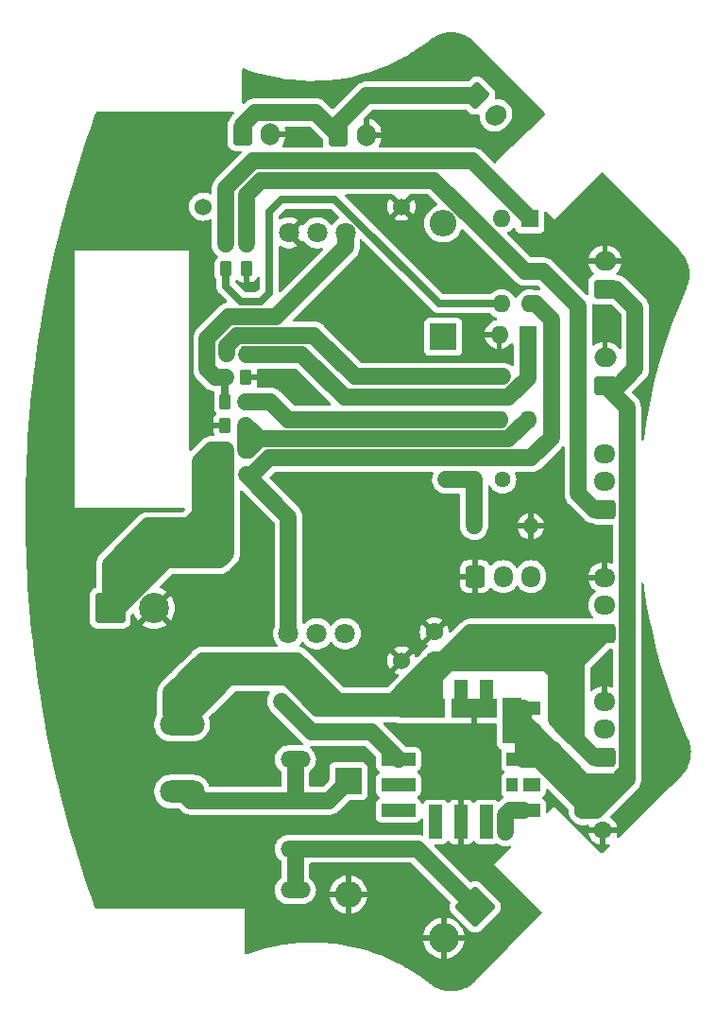
<source format=gbr>
%TF.GenerationSoftware,KiCad,Pcbnew,7.0.9*%
%TF.CreationDate,2025-05-06T13:31:17+09:00*%
%TF.ProjectId,PowerBored,506f7765-7242-46f7-9265-642e6b696361,rev?*%
%TF.SameCoordinates,Original*%
%TF.FileFunction,Copper,L1,Top*%
%TF.FilePolarity,Positive*%
%FSLAX46Y46*%
G04 Gerber Fmt 4.6, Leading zero omitted, Abs format (unit mm)*
G04 Created by KiCad (PCBNEW 7.0.9) date 2025-05-06 13:31:17*
%MOMM*%
%LPD*%
G01*
G04 APERTURE LIST*
G04 Aperture macros list*
%AMRoundRect*
0 Rectangle with rounded corners*
0 $1 Rounding radius*
0 $2 $3 $4 $5 $6 $7 $8 $9 X,Y pos of 4 corners*
0 Add a 4 corners polygon primitive as box body*
4,1,4,$2,$3,$4,$5,$6,$7,$8,$9,$2,$3,0*
0 Add four circle primitives for the rounded corners*
1,1,$1+$1,$2,$3*
1,1,$1+$1,$4,$5*
1,1,$1+$1,$6,$7*
1,1,$1+$1,$8,$9*
0 Add four rect primitives between the rounded corners*
20,1,$1+$1,$2,$3,$4,$5,0*
20,1,$1+$1,$4,$5,$6,$7,0*
20,1,$1+$1,$6,$7,$8,$9,0*
20,1,$1+$1,$8,$9,$2,$3,0*%
%AMHorizOval*
0 Thick line with rounded ends*
0 $1 width*
0 $2 $3 position (X,Y) of the first rounded end (center of the circle)*
0 $4 $5 position (X,Y) of the second rounded end (center of the circle)*
0 Add line between two ends*
20,1,$1,$2,$3,$4,$5,0*
0 Add two circle primitives to create the rounded ends*
1,1,$1,$2,$3*
1,1,$1,$4,$5*%
%AMOutline4P*
0 Free polygon, 4 corners , with rotation*
0 The origin of the aperture is its center*
0 number of corners: always 4*
0 $1 to $8 corner X, Y*
0 $9 Rotation angle, in degrees counterclockwise*
0 create outline with 4 corners*
4,1,4,$1,$2,$3,$4,$5,$6,$7,$8,$1,$2,$9*%
G04 Aperture macros list end*
%TA.AperFunction,SMDPad,CuDef*%
%ADD10Outline4P,-1.500000X-0.600000X1.500000X-0.600000X1.500000X0.600000X-1.500000X0.600000X0.000000*%
%TD*%
%TA.AperFunction,SMDPad,CuDef*%
%ADD11Outline4P,-2.035000X-0.885000X2.035000X-0.885000X2.035000X0.885000X-2.035000X0.885000X0.000000*%
%TD*%
%TA.AperFunction,SMDPad,CuDef*%
%ADD12Outline4P,-0.600000X-1.500000X0.600000X-1.500000X0.600000X1.500000X-0.600000X1.500000X0.000000*%
%TD*%
%TA.AperFunction,SMDPad,CuDef*%
%ADD13Outline4P,-0.885000X-2.035000X0.885000X-2.035000X0.885000X2.035000X-0.885000X2.035000X0.000000*%
%TD*%
%TA.AperFunction,SMDPad,CuDef*%
%ADD14Outline4P,-0.750000X-0.600000X0.750000X-0.600000X0.750000X0.600000X-0.750000X0.600000X0.000000*%
%TD*%
%TA.AperFunction,SMDPad,CuDef*%
%ADD15Outline4P,-0.500000X-0.600000X0.500000X-0.600000X0.500000X0.600000X-0.500000X0.600000X0.000000*%
%TD*%
%TA.AperFunction,ComponentPad*%
%ADD16RoundRect,0.250000X0.725000X-0.600000X0.725000X0.600000X-0.725000X0.600000X-0.725000X-0.600000X0*%
%TD*%
%TA.AperFunction,ComponentPad*%
%ADD17O,1.950000X1.700000*%
%TD*%
%TA.AperFunction,SMDPad,CuDef*%
%ADD18RoundRect,0.250000X-0.262500X-0.450000X0.262500X-0.450000X0.262500X0.450000X-0.262500X0.450000X0*%
%TD*%
%TA.AperFunction,ComponentPad*%
%ADD19C,1.400000*%
%TD*%
%TA.AperFunction,ComponentPad*%
%ADD20O,1.400000X1.400000*%
%TD*%
%TA.AperFunction,SMDPad,CuDef*%
%ADD21RoundRect,0.250000X0.262500X0.450000X-0.262500X0.450000X-0.262500X-0.450000X0.262500X-0.450000X0*%
%TD*%
%TA.AperFunction,ComponentPad*%
%ADD22RoundRect,0.250000X-0.600000X-0.750000X0.600000X-0.750000X0.600000X0.750000X-0.600000X0.750000X0*%
%TD*%
%TA.AperFunction,ComponentPad*%
%ADD23O,1.700000X2.000000*%
%TD*%
%TA.AperFunction,ComponentPad*%
%ADD24C,1.600000*%
%TD*%
%TA.AperFunction,ComponentPad*%
%ADD25C,1.440000*%
%TD*%
%TA.AperFunction,ComponentPad*%
%ADD26RoundRect,0.250001X-1.099999X-1.099999X1.099999X-1.099999X1.099999X1.099999X-1.099999X1.099999X0*%
%TD*%
%TA.AperFunction,ComponentPad*%
%ADD27C,2.700000*%
%TD*%
%TA.AperFunction,ComponentPad*%
%ADD28RoundRect,0.250000X-0.600000X-0.725000X0.600000X-0.725000X0.600000X0.725000X-0.600000X0.725000X0*%
%TD*%
%TA.AperFunction,ComponentPad*%
%ADD29O,1.700000X1.950000*%
%TD*%
%TA.AperFunction,ComponentPad*%
%ADD30RoundRect,0.250000X0.750000X-0.600000X0.750000X0.600000X-0.750000X0.600000X-0.750000X-0.600000X0*%
%TD*%
%TA.AperFunction,ComponentPad*%
%ADD31O,2.000000X1.700000*%
%TD*%
%TA.AperFunction,ComponentPad*%
%ADD32O,2.700000X1.500000*%
%TD*%
%TA.AperFunction,ComponentPad*%
%ADD33C,1.800000*%
%TD*%
%TA.AperFunction,ComponentPad*%
%ADD34O,4.000000X2.000000*%
%TD*%
%TA.AperFunction,ComponentPad*%
%ADD35R,2.400000X2.400000*%
%TD*%
%TA.AperFunction,ComponentPad*%
%ADD36O,2.400000X2.400000*%
%TD*%
%TA.AperFunction,ComponentPad*%
%ADD37RoundRect,0.250000X-0.954594X-0.106066X-0.106066X-0.954594X0.954594X0.106066X0.106066X0.954594X0*%
%TD*%
%TA.AperFunction,ComponentPad*%
%ADD38HorizOval,1.700000X-0.106066X-0.106066X0.106066X0.106066X0*%
%TD*%
%TA.AperFunction,ComponentPad*%
%ADD39C,1.524000*%
%TD*%
%TA.AperFunction,ComponentPad*%
%ADD40RoundRect,0.250001X0.000000X1.555634X-1.555634X0.000000X0.000000X-1.555634X1.555634X0.000000X0*%
%TD*%
%TA.AperFunction,ComponentPad*%
%ADD41R,1.600000X1.600000*%
%TD*%
%TA.AperFunction,ComponentPad*%
%ADD42O,1.600000X1.600000*%
%TD*%
%TA.AperFunction,ViaPad*%
%ADD43C,0.800000*%
%TD*%
%TA.AperFunction,Conductor*%
%ADD44C,1.500000*%
%TD*%
%TA.AperFunction,Conductor*%
%ADD45C,0.700000*%
%TD*%
G04 APERTURE END LIST*
D10*
%TO.P,U1,1,ON/OFF_CTRL*%
%TO.N,Net-(U1-ON{slash}OFF_CTRL)*%
X213960000Y-108940000D03*
%TO.P,U1,2,VIN*%
%TO.N,+12V*%
X213960000Y-104360000D03*
D11*
X216125000Y-104360000D03*
D12*
X217270000Y-103340000D03*
%TO.P,U1,3,GND*%
%TO.N,GND*%
X219560000Y-103340000D03*
D11*
X220705000Y-104360000D03*
D12*
X221850000Y-103340000D03*
D13*
%TO.P,U1,4,VOUT*%
%TO.N,+5V*%
X224160000Y-105505000D03*
D10*
X225160000Y-104360000D03*
%TO.P,U1,5,SENSE*%
X225160000Y-108940000D03*
%TO.P,U1,6,TRIM*%
%TO.N,Net-(U1-TRIM)*%
X225160000Y-113520000D03*
D12*
%TO.P,U1,7,GND*%
%TO.N,GND*%
X219560000Y-114540000D03*
%TO.P,U1,8*%
%TO.N,N/C*%
X217270000Y-114540000D03*
D10*
%TO.P,U1,9*%
X213960000Y-113520000D03*
%TO.P,U1,10,PG_OUT*%
%TO.N,unconnected-(U1-PG_OUT-Pad10)*%
X213960000Y-111230000D03*
D14*
%TO.P,U1,11*%
%TO.N,N/C*%
X225910000Y-111230000D03*
D12*
%TO.P,U1,12*%
X221850000Y-114540000D03*
D15*
%TO.P,U1,13*%
X224160000Y-111230000D03*
%TD*%
D16*
%TO.P,12V,1,Pin_1*%
%TO.N,+12V*%
X232440000Y-97650000D03*
D17*
%TO.P,12V,2,Pin_2*%
%TO.N,unconnected-(J5-Pin_2-Pad2)*%
X232440000Y-95150000D03*
%TO.P,12V,3,Pin_3*%
%TO.N,GND*%
X232440000Y-92650000D03*
%TD*%
D18*
%TO.P,R9,1*%
%TO.N,+48V*%
X198466000Y-81240000D03*
%TO.P,R9,2*%
%TO.N,+15V*%
X200291000Y-81240000D03*
%TD*%
D16*
%TO.P,FET,1,Pin_1*%
%TO.N,FET1*%
X232460000Y-86550000D03*
D17*
%TO.P,FET,2,Pin_2*%
%TO.N,GND*%
X232460000Y-84050000D03*
%TO.P,FET,3,Pin_3*%
%TO.N,FET\uFF12*%
X232460000Y-81550000D03*
%TD*%
D19*
%TO.P,R1,1*%
%TO.N,+12V*%
X208520000Y-103750000D03*
D20*
%TO.P,R1,2*%
%TO.N,Net-(U1-ON{slash}OFF_CTRL)*%
X203440000Y-103750000D03*
%TD*%
D21*
%TO.P,R10,1*%
%TO.N,+15V*%
X200238500Y-79010000D03*
%TO.P,R10,2*%
%TO.N,GND*%
X198413500Y-79010000D03*
%TD*%
D18*
%TO.P,R6,1*%
%TO.N,+48V*%
X198493500Y-83480000D03*
%TO.P,R6,2*%
%TO.N,Net-(Q1-G)*%
X200318500Y-83480000D03*
%TD*%
D22*
%TO.P,C3,1*%
%TO.N,Solenoid+*%
X199970000Y-52960000D03*
D23*
%TO.P,C3,2*%
%TO.N,GND*%
X202470000Y-52960000D03*
%TD*%
D24*
%TO.P,C1,1*%
%TO.N,+12V*%
X217170000Y-100036000D03*
%TO.P,C1,2*%
%TO.N,GND*%
X217170000Y-97536000D03*
%TD*%
D21*
%TO.P,R3,1*%
%TO.N,FET1*%
X200303500Y-62830000D03*
%TO.P,R3,2*%
%TO.N,Net-(R3-Pad2)*%
X198478500Y-62830000D03*
%TD*%
D25*
%TO.P,RV1,1,1*%
%TO.N,Net-(R2-Pad1)*%
X218220000Y-83910000D03*
%TO.P,RV1,2,2*%
X220760000Y-83910000D03*
%TO.P,RV1,3,3*%
%TO.N,Net-(U1-TRIM)*%
X223300000Y-83910000D03*
%TD*%
D26*
%TO.P,Voltage_Check,1,Pin_1*%
%TO.N,+48V*%
X188110000Y-95400000D03*
D27*
%TO.P,Voltage_Check,2,Pin_2*%
%TO.N,GND*%
X192070000Y-95400000D03*
%TD*%
D16*
%TO.P,12V,1,Pin_1*%
%TO.N,+12V*%
X232440000Y-108740000D03*
D17*
%TO.P,12V,2,Pin_2*%
%TO.N,unconnected-(J1-Pin_2-Pad2)*%
X232440000Y-106240000D03*
%TO.P,12V,3,Pin_3*%
%TO.N,GND*%
X232440000Y-103740000D03*
%TD*%
D28*
%TO.P,Switch,1*%
%TO.N,GND*%
X220830000Y-92580000D03*
D29*
%TO.P,Switch,2*%
%TO.N,Net-(U1-ON{slash}OFF_CTRL)*%
X223330000Y-92580000D03*
%TO.P,Switch,3*%
%TO.N,N/C*%
X225830000Y-92580000D03*
%TD*%
D30*
%TO.P,5V,1,Pin_1*%
%TO.N,+5V*%
X232470000Y-66830000D03*
D31*
%TO.P,5V,2,Pin_2*%
%TO.N,GND*%
X232470000Y-64330000D03*
%TD*%
D22*
%TO.P,C4,1*%
%TO.N,Solenoid+*%
X208560000Y-53030000D03*
D23*
%TO.P,C4,2*%
%TO.N,GND*%
X211060000Y-53030000D03*
%TD*%
D32*
%TO.P,Fuse,1*%
%TO.N,Net-(BT1-+)*%
X204710000Y-120650000D03*
X204710000Y-116950000D03*
%TO.P,Fuse,2*%
%TO.N,Net-(D2-K)*%
X204710000Y-112650000D03*
X204710000Y-108950000D03*
%TD*%
D33*
%TO.P,Q2,1,D*%
%TO.N,Solenoid-*%
X206670000Y-61799000D03*
%TO.P,Q2,2,G*%
%TO.N,Net-(Q2-G)*%
X209210000Y-61799000D03*
%TO.P,Q2,3,S*%
%TO.N,GND*%
X204130000Y-61799000D03*
%TD*%
D18*
%TO.P,R4,1*%
%TO.N,FET\uFF12*%
X198518500Y-72630000D03*
%TO.P,R4,2*%
%TO.N,Net-(R4-Pad2)*%
X200343500Y-72630000D03*
%TD*%
%TO.P,R7,1*%
%TO.N,Net-(Q2-G)*%
X198428500Y-76890000D03*
%TO.P,R7,2*%
%TO.N,Net-(R7-Pad2)*%
X200253500Y-76890000D03*
%TD*%
D34*
%TO.P,Switch,1*%
%TO.N,Net-(D2-K)*%
X194550000Y-111820000D03*
%TO.P,Switch,2*%
%TO.N,+12V*%
X194550000Y-105820000D03*
%TD*%
D19*
%TO.P,R2,1*%
%TO.N,Net-(R2-Pad1)*%
X220730000Y-88050000D03*
D20*
%TO.P,R2,2*%
%TO.N,GND*%
X225810000Y-88050000D03*
%TD*%
D18*
%TO.P,R8,1*%
%TO.N,Net-(Q2-G)*%
X198468500Y-74720000D03*
%TO.P,R8,2*%
%TO.N,GND*%
X200293500Y-74720000D03*
%TD*%
D35*
%TO.P,D2,1,K*%
%TO.N,Net-(D2-K)*%
X209460000Y-110890000D03*
D36*
%TO.P,D2,2,A*%
%TO.N,GND*%
X209460000Y-121050000D03*
%TD*%
D37*
%TO.P,Selnoid,1,Pin_1*%
%TO.N,Solenoid+*%
X220910000Y-49500000D03*
D38*
%TO.P,Selnoid,2,Pin_2*%
%TO.N,Solenoid-*%
X222677767Y-51267767D03*
%TD*%
D35*
%TO.P,D1,1,K*%
%TO.N,+48V*%
X217970000Y-71120000D03*
D36*
%TO.P,D1,2,A*%
%TO.N,Net-(D1-A)*%
X217970000Y-60960000D03*
%TD*%
D39*
%TO.P,U2,1,IN\uFF0B*%
%TO.N,+12V*%
X196450000Y-100090000D03*
%TO.P,U2,2,IN\uFF0D*%
%TO.N,GND*%
X214230000Y-100090000D03*
%TO.P,U2,3,OUT\uFF0B*%
%TO.N,Net-(D1-A)*%
X196450000Y-59450000D03*
%TO.P,U2,4,OUT\uFF0D*%
%TO.N,GND*%
X214230000Y-59450000D03*
%TD*%
D33*
%TO.P,Q1,1,D*%
%TO.N,Solenoid+*%
X206640000Y-97681000D03*
%TO.P,Q1,2,G*%
%TO.N,Net-(Q1-G)*%
X204100000Y-97681000D03*
%TO.P,Q1,3,S*%
%TO.N,+48V*%
X209180000Y-97681000D03*
%TD*%
D40*
%TO.P,BT1,1,+*%
%TO.N,Net-(BT1-+)*%
X220820000Y-122140000D03*
D27*
%TO.P,BT1,2,-*%
%TO.N,GND*%
X218019857Y-124940143D03*
%TD*%
D30*
%TO.P,5V,1,Pin_1*%
%TO.N,+5V*%
X232470000Y-75470000D03*
D31*
%TO.P,5V,2,Pin_2*%
%TO.N,GND*%
X232470000Y-72970000D03*
%TD*%
D41*
%TO.P,U4,1*%
%TO.N,Net-(R4-Pad2)*%
X225525000Y-70890000D03*
D42*
%TO.P,U4,2*%
%TO.N,GND*%
X222985000Y-70890000D03*
%TO.P,U4,3*%
%TO.N,Net-(R7-Pad2)*%
X222985000Y-78510000D03*
%TO.P,U4,4*%
%TO.N,+15V*%
X225525000Y-78510000D03*
%TD*%
D24*
%TO.P,106,1*%
%TO.N,+5V*%
X230510117Y-113538000D03*
%TO.P,106,2*%
%TO.N,GND*%
X232277884Y-115305767D03*
%TD*%
D18*
%TO.P,R5,1*%
%TO.N,Net-(R5-Pad1)*%
X198488500Y-65030000D03*
%TO.P,R5,2*%
%TO.N,GND*%
X200313500Y-65030000D03*
%TD*%
D41*
%TO.P,U3,1*%
%TO.N,Net-(R3-Pad2)*%
X225725000Y-60540000D03*
D42*
%TO.P,U3,2*%
%TO.N,GND*%
X223185000Y-60540000D03*
%TO.P,U3,3*%
%TO.N,Net-(R5-Pad1)*%
X223185000Y-68160000D03*
%TO.P,U3,4*%
%TO.N,Net-(Q1-G)*%
X225725000Y-68160000D03*
%TD*%
D43*
%TO.N,GND*%
X211110000Y-72350000D03*
X204100000Y-65800000D03*
X201080000Y-66560000D03*
X206240000Y-76450000D03*
%TO.N,+48V*%
X195530000Y-88330000D03*
X197930000Y-90790000D03*
%TO.N,FET\uFF12*%
X223266000Y-74676000D03*
%TO.N,Net-(U1-TRIM)*%
X223520000Y-115470000D03*
%TD*%
D44*
%TO.N,Net-(U1-TRIM)*%
X223520000Y-113920000D02*
X223920000Y-113520000D01*
X223520000Y-115470000D02*
X223520000Y-113920000D01*
X223920000Y-113520000D02*
X225160000Y-113520000D01*
%TO.N,+12V*%
X199390000Y-100090000D02*
X200406000Y-100090000D01*
X196450000Y-103920000D02*
X195965000Y-104405000D01*
X226314000Y-100076000D02*
X226060000Y-100330000D01*
X200406000Y-100090000D02*
X201676000Y-100090000D01*
X200152000Y-101600000D02*
X201422000Y-101600000D01*
X216125000Y-101081000D02*
X216125000Y-102195000D01*
X195275000Y-103715000D02*
X195275000Y-101265000D01*
X196450000Y-100090000D02*
X195275000Y-101265000D01*
X225044000Y-100330000D02*
X226060000Y-100330000D01*
X229616000Y-101854000D02*
X229362000Y-101854000D01*
X232440000Y-97650000D02*
X232370000Y-97580000D01*
X201676000Y-100090000D02*
X201676000Y-101346000D01*
X229616000Y-105156000D02*
X229616000Y-104889000D01*
X229362000Y-101854000D02*
X227584000Y-100076000D01*
X204724000Y-102362000D02*
X206502000Y-102362000D01*
X230145500Y-107420500D02*
X229870000Y-107145000D01*
X206055000Y-101285000D02*
X206817000Y-102047000D01*
X227610000Y-99086000D02*
X227584000Y-99060000D01*
X199390000Y-101346000D02*
X199136000Y-101600000D01*
X202692000Y-101600000D02*
X203962000Y-101600000D01*
X223310000Y-99358000D02*
X222632000Y-100036000D01*
X229616000Y-97580000D02*
X229616000Y-100076000D01*
X229616000Y-103378000D02*
X229616000Y-103352000D01*
X204860000Y-100090000D02*
X206055000Y-101285000D01*
X228105000Y-103378000D02*
X228105000Y-101841000D01*
X220428000Y-97580000D02*
X219964000Y-98044000D01*
X228105000Y-101841000D02*
X228105000Y-101105000D01*
X205740000Y-103378000D02*
X206112000Y-103750000D01*
X221996000Y-97580000D02*
X221234000Y-97580000D01*
X217170000Y-100036000D02*
X217972000Y-100036000D01*
X198374000Y-100090000D02*
X198374000Y-101186000D01*
X196450000Y-102100000D02*
X196450000Y-103920000D01*
X221996000Y-99400000D02*
X221996000Y-97580000D01*
X227584000Y-99060000D02*
X227584000Y-100076000D01*
X194550000Y-105820000D02*
X194550000Y-102130000D01*
X204277000Y-101285000D02*
X206055000Y-101285000D01*
X195965000Y-104405000D02*
X194550000Y-105820000D01*
X229573000Y-106891000D02*
X228092000Y-105410000D01*
X229870000Y-100220000D02*
X232440000Y-97650000D01*
X229616000Y-103352000D02*
X228105000Y-101841000D01*
X228105000Y-101105000D02*
X227330000Y-100330000D01*
X228600000Y-97580000D02*
X227584000Y-97580000D01*
X204860000Y-100702000D02*
X203962000Y-101600000D01*
X217972000Y-100036000D02*
X219964000Y-98044000D01*
X228105000Y-105397000D02*
X228105000Y-103378000D01*
X225088000Y-97580000D02*
X223310000Y-99358000D01*
X200406000Y-101346000D02*
X200152000Y-101600000D01*
X219456000Y-100036000D02*
X219456000Y-99358000D01*
X223310000Y-99358000D02*
X223310000Y-97878000D01*
X201676000Y-100090000D02*
X202692000Y-100090000D01*
X221234000Y-100036000D02*
X221234000Y-97580000D01*
X216125000Y-101081000D02*
X217170000Y-100036000D01*
X204860000Y-100090000D02*
X204860000Y-100702000D01*
X229616000Y-100076000D02*
X229870000Y-100330000D01*
X202692000Y-100090000D02*
X203454000Y-100090000D01*
X228600000Y-100330000D02*
X229870000Y-100330000D01*
X203962000Y-101600000D02*
X204277000Y-101285000D01*
X196450000Y-100090000D02*
X197960000Y-101600000D01*
X198374000Y-101186000D02*
X197960000Y-101600000D01*
X219456000Y-100036000D02*
X217170000Y-100036000D01*
X197960000Y-101600000D02*
X199136000Y-101600000D01*
X198770000Y-101600000D02*
X200152000Y-101600000D01*
X212344000Y-103750000D02*
X215515000Y-103750000D01*
X196450000Y-100090000D02*
X198374000Y-100090000D01*
X227584000Y-97580000D02*
X226314000Y-97580000D01*
X225044000Y-97624000D02*
X225044000Y-100330000D01*
X216125000Y-104360000D02*
X216125000Y-101081000D01*
X206112000Y-103750000D02*
X208520000Y-103750000D01*
X215515000Y-103750000D02*
X216125000Y-104360000D01*
X219456000Y-99358000D02*
X221234000Y-97580000D01*
X218734000Y-100036000D02*
X219456000Y-100036000D01*
X228092000Y-105410000D02*
X228105000Y-105397000D01*
X226314000Y-97580000D02*
X225088000Y-97580000D01*
X229870000Y-100330000D02*
X229870000Y-100220000D01*
X224282000Y-100330000D02*
X225044000Y-100330000D01*
X225044000Y-100330000D02*
X219028000Y-100330000D01*
X195275000Y-101265000D02*
X194480000Y-102060000D01*
X196950000Y-101600000D02*
X196450000Y-102100000D01*
X204724000Y-102362000D02*
X205740000Y-103378000D01*
X222632000Y-100036000D02*
X221234000Y-100036000D01*
X223012000Y-97580000D02*
X221996000Y-97580000D01*
X203962000Y-101600000D02*
X204724000Y-102362000D01*
X216125000Y-102195000D02*
X213960000Y-104360000D01*
X230632000Y-97580000D02*
X229616000Y-97580000D01*
X198374000Y-100090000D02*
X199390000Y-100090000D01*
X229616000Y-101854000D02*
X229616000Y-100076000D01*
X221234000Y-97580000D02*
X220428000Y-97580000D01*
X226060000Y-100330000D02*
X227330000Y-100330000D01*
X223310000Y-97878000D02*
X223012000Y-97580000D01*
X219028000Y-100330000D02*
X218734000Y-100036000D01*
X195965000Y-104405000D02*
X195275000Y-103715000D01*
X206502000Y-102362000D02*
X206817000Y-102047000D01*
X199390000Y-100090000D02*
X199390000Y-101346000D01*
X227584000Y-100076000D02*
X227330000Y-100330000D01*
X216125000Y-101081000D02*
X213456000Y-103750000D01*
X229616000Y-105156000D02*
X229616000Y-103378000D01*
X199136000Y-101600000D02*
X200152000Y-101600000D01*
X198770000Y-101600000D02*
X196950000Y-101600000D01*
X229616000Y-104889000D02*
X228105000Y-103378000D01*
X203454000Y-101092000D02*
X203962000Y-101600000D01*
X203454000Y-100090000D02*
X203454000Y-101092000D01*
X232440000Y-108740000D02*
X231465000Y-108740000D01*
X194550000Y-102130000D02*
X194480000Y-102060000D01*
X222632000Y-100036000D02*
X221996000Y-99400000D01*
X217170000Y-103315000D02*
X216125000Y-104360000D01*
X203454000Y-100090000D02*
X204860000Y-100090000D01*
X206722000Y-104360000D02*
X216125000Y-104360000D01*
X227584000Y-97580000D02*
X227584000Y-99060000D01*
X232370000Y-97580000D02*
X230632000Y-97580000D01*
X193580000Y-104850000D02*
X194550000Y-105820000D01*
X229616000Y-106891000D02*
X229616000Y-105156000D01*
X217170000Y-100036000D02*
X217170000Y-101600000D01*
X206817000Y-102047000D02*
X208520000Y-103750000D01*
X229616000Y-103378000D02*
X229616000Y-101854000D01*
X217170000Y-101600000D02*
X218734000Y-100036000D01*
X230145500Y-107420500D02*
X229616000Y-106891000D01*
X208520000Y-103750000D02*
X212344000Y-103750000D01*
X228600000Y-97580000D02*
X228600000Y-100330000D01*
X201676000Y-101346000D02*
X201422000Y-101600000D01*
X200406000Y-100090000D02*
X200406000Y-101346000D01*
X223310000Y-99358000D02*
X224282000Y-100330000D01*
X221234000Y-100036000D02*
X219456000Y-100036000D01*
X225088000Y-97580000D02*
X223012000Y-97580000D01*
X217170000Y-101600000D02*
X217170000Y-103315000D01*
X229870000Y-107145000D02*
X229870000Y-100330000D01*
X213456000Y-103750000D02*
X212344000Y-103750000D01*
X193580000Y-102960000D02*
X193580000Y-104850000D01*
X196450000Y-100090000D02*
X196450000Y-102100000D01*
X229616000Y-97580000D02*
X228600000Y-97580000D01*
X225088000Y-97580000D02*
X225044000Y-97624000D01*
X231465000Y-108740000D02*
X230145500Y-107420500D01*
X201422000Y-101600000D02*
X202692000Y-101600000D01*
X227330000Y-100330000D02*
X228600000Y-100330000D01*
X226314000Y-97580000D02*
X226314000Y-100076000D01*
X202692000Y-100090000D02*
X202692000Y-101600000D01*
X230632000Y-97580000D02*
X230632000Y-98806000D01*
X229616000Y-106891000D02*
X229573000Y-106891000D01*
X205740000Y-103378000D02*
X206722000Y-104360000D01*
X194480000Y-102060000D02*
X193580000Y-102960000D01*
X195965000Y-104405000D02*
X198770000Y-101600000D01*
%TO.N,+5V*%
X229035000Y-110925000D02*
X228346000Y-110236000D01*
X230510117Y-110876117D02*
X225160000Y-105526000D01*
D45*
X225912117Y-108940000D02*
X230510117Y-113538000D01*
D44*
X229616000Y-111506000D02*
X229035000Y-110925000D01*
X233864744Y-111314744D02*
X232884744Y-112294744D01*
X230510117Y-111506000D02*
X230510117Y-112290000D01*
X226626000Y-107892000D02*
X225922000Y-107188000D01*
X225160000Y-105410000D02*
X225160000Y-106426000D01*
X231810000Y-112290000D02*
X230510117Y-112290000D01*
X233680000Y-75470000D02*
X232470000Y-75470000D01*
X225160000Y-104360000D02*
X225160000Y-105410000D01*
X230510117Y-110876117D02*
X227838000Y-108204000D01*
X234442000Y-109990000D02*
X234442000Y-110737487D01*
X230510117Y-111506000D02*
X230510117Y-110876117D01*
X228346000Y-110236000D02*
X228118000Y-110236000D01*
X232210000Y-110925000D02*
X229035000Y-110925000D01*
X232470000Y-66830000D02*
X233454000Y-66830000D01*
X227700000Y-108966000D02*
X227388000Y-108654000D01*
X232349744Y-112829744D02*
X231810000Y-112290000D01*
X225160000Y-105526000D02*
X225160000Y-104360000D01*
X227838000Y-108204000D02*
X227838000Y-108088000D01*
X232470000Y-75470000D02*
X234442000Y-77442000D01*
X233507000Y-110925000D02*
X234442000Y-109990000D01*
X234442000Y-110737487D02*
X233864744Y-111314744D01*
X225922000Y-107188000D02*
X225160000Y-106426000D01*
X233864744Y-111314744D02*
X233475000Y-110925000D01*
X230510117Y-112290000D02*
X230400000Y-112290000D01*
X233475000Y-110925000D02*
X233507000Y-110925000D01*
X234442000Y-77442000D02*
X234442000Y-109990000D01*
X231641487Y-113538000D02*
X230510117Y-113538000D01*
X232884744Y-112294744D02*
X232884744Y-111599744D01*
X225160000Y-106426000D02*
X225160000Y-108940000D01*
X232884744Y-111599744D02*
X232210000Y-110925000D01*
X233475000Y-110925000D02*
X232210000Y-110925000D01*
X230510117Y-112290000D02*
X230510117Y-113538000D01*
X232884744Y-112294744D02*
X232349744Y-112829744D01*
X228346000Y-110236000D02*
X227797942Y-110236000D01*
D45*
X225180000Y-108920000D02*
X225160000Y-108940000D01*
D44*
X228118000Y-110236000D02*
X226822000Y-108940000D01*
X233454000Y-66830000D02*
X235174000Y-68550000D01*
X227388000Y-108654000D02*
X226626000Y-107892000D01*
X227674000Y-108940000D02*
X226822000Y-108940000D01*
X227838000Y-108204000D02*
X227388000Y-108654000D01*
X232349744Y-112829744D02*
X231641487Y-113538000D01*
X227700000Y-108966000D02*
X227674000Y-108940000D01*
X226822000Y-108940000D02*
X225160000Y-108940000D01*
X230400000Y-112290000D02*
X229616000Y-111506000D01*
D45*
X225912117Y-108940000D02*
X228031059Y-111058941D01*
D44*
X230510117Y-111506000D02*
X229616000Y-111506000D01*
D45*
X228031059Y-111058941D02*
X230510117Y-113538000D01*
D44*
X226060000Y-106426000D02*
X225160000Y-106426000D01*
D45*
X225160000Y-108940000D02*
X225912117Y-108940000D01*
D44*
X235174000Y-68550000D02*
X235174000Y-73976000D01*
X235174000Y-73976000D02*
X233680000Y-75470000D01*
%TO.N,Solenoid+*%
X208560000Y-53030000D02*
X206540000Y-51010000D01*
X201100000Y-51010000D02*
X199970000Y-52140000D01*
X211090000Y-49500000D02*
X220910000Y-49500000D01*
X208560000Y-52030000D02*
X211090000Y-49500000D01*
X206540000Y-51010000D02*
X201100000Y-51010000D01*
X208560000Y-53030000D02*
X208560000Y-52030000D01*
X199970000Y-52140000D02*
X199970000Y-52960000D01*
%TO.N,+48V*%
X196150000Y-87039720D02*
X188110000Y-95079720D01*
X198493500Y-85723808D02*
X196153654Y-88063654D01*
X198466000Y-81240000D02*
X197210000Y-81240000D01*
X198493500Y-85723808D02*
X198490000Y-85727308D01*
X198466000Y-81240000D02*
X198466000Y-83452500D01*
X193973654Y-90243654D02*
X194440000Y-90710000D01*
X196150000Y-82300000D02*
X196150000Y-83740000D01*
X194933654Y-89283654D02*
X193973654Y-90243654D01*
X194440000Y-90710000D02*
X197850000Y-90710000D01*
X196153654Y-88063654D02*
X194933654Y-89283654D01*
X198466000Y-81240000D02*
X198466000Y-81424000D01*
X196150000Y-88060000D02*
X196153654Y-88063654D01*
X188110000Y-93460000D02*
X188110000Y-92360000D01*
X197876346Y-91103654D02*
X198270000Y-90710000D01*
X188110000Y-95400000D02*
X188110000Y-93460000D01*
X198270000Y-90710000D02*
X198270000Y-86760000D01*
X193950000Y-89283654D02*
X192286346Y-89283654D01*
X194296346Y-89630000D02*
X193950000Y-89283654D01*
X197850000Y-90710000D02*
X197930000Y-90790000D01*
X194933654Y-89283654D02*
X193950000Y-89283654D01*
X198490000Y-85727308D02*
X198490000Y-86540000D01*
X197990000Y-83480000D02*
X196150000Y-85320000D01*
X193113654Y-91103654D02*
X197876346Y-91103654D01*
X198010000Y-90710000D02*
X198270000Y-90710000D01*
X193113654Y-91103654D02*
X188817308Y-95400000D01*
X196150000Y-86350000D02*
X196150000Y-87039720D01*
X191186346Y-89283654D02*
X188110000Y-92360000D01*
X197250000Y-89630000D02*
X194296346Y-89630000D01*
X198493500Y-83480000D02*
X198493500Y-85723808D01*
X198490000Y-90490000D02*
X198270000Y-90710000D01*
X198490000Y-88650000D02*
X198490000Y-90490000D01*
X191510000Y-88060000D02*
X196150000Y-88060000D01*
X198490000Y-88650000D02*
X198490000Y-89630000D01*
X196860000Y-90020000D02*
X196860000Y-87357308D01*
X198270000Y-86760000D02*
X198490000Y-86540000D01*
X188110000Y-91460000D02*
X191510000Y-88060000D01*
X188110000Y-95079720D02*
X188110000Y-95400000D01*
X196150000Y-85320000D02*
X196150000Y-86350000D01*
X192286346Y-89283654D02*
X188110000Y-93460000D01*
X197210000Y-81240000D02*
X196150000Y-82300000D01*
X188110000Y-92360000D02*
X188110000Y-91460000D01*
X194197308Y-90020000D02*
X196860000Y-90020000D01*
X196860000Y-87357308D02*
X198493500Y-85723808D01*
X193950000Y-89283654D02*
X191186346Y-89283654D01*
X188817308Y-95400000D02*
X188110000Y-95400000D01*
X198466000Y-81424000D02*
X196150000Y-83740000D01*
X193973654Y-90243654D02*
X193113654Y-91103654D01*
X198466000Y-83452500D02*
X198493500Y-83480000D01*
X198490000Y-89630000D02*
X197250000Y-89630000D01*
X196150000Y-86350000D02*
X196150000Y-88060000D01*
X196150000Y-83740000D02*
X196150000Y-85320000D01*
X197250000Y-89630000D02*
X196860000Y-90020000D01*
X198493500Y-84006500D02*
X196150000Y-86350000D01*
X193973654Y-90243654D02*
X194197308Y-90020000D01*
X197930000Y-90790000D02*
X198010000Y-90710000D01*
X198490000Y-86540000D02*
X198490000Y-88650000D01*
X198493500Y-83480000D02*
X197990000Y-83480000D01*
X198493500Y-83480000D02*
X198493500Y-84006500D01*
%TO.N,FET1*%
X226942595Y-65267406D02*
X228175000Y-66499811D01*
X231485000Y-86550000D02*
X232460000Y-86550000D01*
X228175000Y-66499811D02*
X226942594Y-65267406D01*
X221175280Y-61124720D02*
X225317966Y-65267406D01*
X222360560Y-62310000D02*
X221175280Y-61124720D01*
X225317966Y-65267406D02*
X226942595Y-65267406D01*
X228175000Y-66499811D02*
X230090000Y-68414812D01*
X230090000Y-85155000D02*
X231485000Y-86550000D01*
X201620000Y-57080000D02*
X200303500Y-58396500D01*
X225317966Y-65267406D02*
X226942594Y-65267406D01*
X230090000Y-68414812D02*
X230090000Y-85155000D01*
X217130560Y-57080000D02*
X201620000Y-57080000D01*
X200303500Y-58396500D02*
X200303500Y-62830000D01*
X221175280Y-61124720D02*
X217130560Y-57080000D01*
%TO.N,FET\uFF12*%
X210058000Y-74676000D02*
X223266000Y-74676000D01*
X198518500Y-72630000D02*
X198518500Y-71930000D01*
X206362000Y-70980000D02*
X210058000Y-74676000D01*
X199468500Y-70980000D02*
X206362000Y-70980000D01*
X198518500Y-71930000D02*
X199468500Y-70980000D01*
%TO.N,Net-(Q1-G)*%
X227660000Y-69600000D02*
X226220000Y-68160000D01*
X200831000Y-83480000D02*
X202351000Y-81960000D01*
X200318500Y-83480000D02*
X200831000Y-83480000D01*
X202351000Y-81960000D02*
X225830000Y-81960000D01*
X225830000Y-81960000D02*
X227660000Y-80130000D01*
X226220000Y-68160000D02*
X225725000Y-68160000D01*
X204100000Y-97681000D02*
X204100000Y-87261500D01*
X204100000Y-87261500D02*
X200318500Y-83480000D01*
X227660000Y-80130000D02*
X227660000Y-69600000D01*
%TO.N,Net-(Q2-G)*%
X197530000Y-74720000D02*
X198468500Y-74720000D01*
X198764336Y-69280000D02*
X196818500Y-71225836D01*
D45*
X198428500Y-74760000D02*
X198468500Y-74720000D01*
D44*
X203001792Y-69280000D02*
X198764336Y-69280000D01*
X196818500Y-74008500D02*
X197530000Y-74720000D01*
X209210000Y-61799000D02*
X209210000Y-63071792D01*
X196818500Y-71225836D02*
X196818500Y-74008500D01*
X209210000Y-63071792D02*
X203001792Y-69280000D01*
D45*
X198428500Y-76890000D02*
X198428500Y-74760000D01*
D44*
%TO.N,Net-(U1-ON{slash}OFF_CTRL)*%
X211490000Y-106470000D02*
X206160000Y-106470000D01*
X206160000Y-106470000D02*
X203440000Y-103750000D01*
X213960000Y-108940000D02*
X211490000Y-106470000D01*
%TO.N,Net-(R2-Pad1)*%
X220730000Y-88050000D02*
X220730000Y-83940000D01*
X220730000Y-83940000D02*
X220760000Y-83910000D01*
X218220000Y-83910000D02*
X220760000Y-83910000D01*
%TO.N,Net-(R3-Pad2)*%
X220565000Y-55380000D02*
X225725000Y-60540000D01*
X198478500Y-57817336D02*
X200915837Y-55380000D01*
X200915837Y-55380000D02*
X220565000Y-55380000D01*
X198478500Y-62830000D02*
X198478500Y-57817336D01*
%TO.N,Net-(R4-Pad2)*%
X205270000Y-72680000D02*
X200343500Y-72680000D01*
X225525000Y-74821163D02*
X223816163Y-76530000D01*
X223816163Y-76530000D02*
X212010000Y-76530000D01*
X209110000Y-76520000D02*
X205270000Y-72680000D01*
X212000000Y-76520000D02*
X209110000Y-76520000D01*
X225525000Y-70890000D02*
X225525000Y-74821163D01*
D45*
%TO.N,Net-(R5-Pad1)*%
X202350000Y-67160000D02*
X201590000Y-67920000D01*
X217621610Y-68160000D02*
X208251610Y-58790000D01*
X199840000Y-67920000D02*
X198488500Y-66568500D01*
X223185000Y-68160000D02*
X217621610Y-68160000D01*
X198488500Y-66568500D02*
X198488500Y-65030000D01*
X201590000Y-67920000D02*
X199840000Y-67920000D01*
X203500000Y-58790000D02*
X202350000Y-59940000D01*
X208251610Y-58790000D02*
X203500000Y-58790000D01*
X202350000Y-59940000D02*
X202350000Y-67160000D01*
D44*
%TO.N,Net-(R7-Pad2)*%
X222985000Y-78510000D02*
X204059189Y-78510000D01*
X202439189Y-76890000D02*
X200253500Y-76890000D01*
X204059189Y-78510000D02*
X202439189Y-76890000D01*
%TO.N,+15V*%
X200291000Y-81240000D02*
X200291000Y-79062500D01*
X223775000Y-80260000D02*
X225525000Y-78510000D01*
X201488500Y-80260000D02*
X223775000Y-80260000D01*
X200291000Y-79062500D02*
X200238500Y-79010000D01*
X200508500Y-81240000D02*
X201488500Y-80260000D01*
X200291000Y-81240000D02*
X200508500Y-81240000D01*
X200238500Y-79010000D02*
X201488500Y-80260000D01*
%TO.N,Net-(BT1-+)*%
X215630000Y-116950000D02*
X204710000Y-116950000D01*
X220820000Y-122140000D02*
X215630000Y-116950000D01*
X204710000Y-116950000D02*
X204710000Y-120650000D01*
%TO.N,Net-(D2-K)*%
X204710000Y-108950000D02*
X204710000Y-112650000D01*
X204710000Y-112650000D02*
X195380000Y-112650000D01*
X195380000Y-112650000D02*
X194550000Y-111820000D01*
X207700000Y-112650000D02*
X209460000Y-110890000D01*
X204710000Y-112650000D02*
X207700000Y-112650000D01*
%TD*%
%TA.AperFunction,Conductor*%
%TO.N,GND*%
G36*
X199169202Y-50959685D02*
G01*
X199214957Y-51012489D01*
X199224901Y-51081647D01*
X199195876Y-51145203D01*
X199189843Y-51151682D01*
X199137884Y-51203640D01*
X199132699Y-51208275D01*
X199102336Y-51232489D01*
X199102333Y-51232492D01*
X199057365Y-51283960D01*
X199054521Y-51287003D01*
X199046064Y-51295461D01*
X199046054Y-51295472D01*
X199019049Y-51327818D01*
X198954234Y-51402004D01*
X198954230Y-51402010D01*
X198951981Y-51405774D01*
X198940746Y-51421608D01*
X198937934Y-51424977D01*
X198937932Y-51424981D01*
X198889316Y-51510659D01*
X198861321Y-51557514D01*
X198838783Y-51595238D01*
X198837247Y-51599332D01*
X198829008Y-51616945D01*
X198826850Y-51620747D01*
X198826847Y-51620754D01*
X198797364Y-51705008D01*
X198780842Y-51735052D01*
X198781079Y-51735199D01*
X198778153Y-51739941D01*
X198777602Y-51740945D01*
X198777296Y-51741331D01*
X198685187Y-51890663D01*
X198685185Y-51890668D01*
X198666597Y-51946763D01*
X198630001Y-52057203D01*
X198630001Y-52057204D01*
X198630000Y-52057204D01*
X198619500Y-52159983D01*
X198619500Y-53760001D01*
X198619501Y-53760018D01*
X198630000Y-53862796D01*
X198630001Y-53862799D01*
X198685185Y-54029331D01*
X198685186Y-54029334D01*
X198777288Y-54178656D01*
X198901344Y-54302712D01*
X199050666Y-54394814D01*
X199217203Y-54449999D01*
X199319991Y-54460500D01*
X199767500Y-54460499D01*
X199834538Y-54480183D01*
X199880293Y-54532987D01*
X199890237Y-54602146D01*
X199861212Y-54665702D01*
X199855180Y-54672180D01*
X197646385Y-56880975D01*
X197641199Y-56885610D01*
X197610837Y-56909824D01*
X197610833Y-56909828D01*
X197565865Y-56961296D01*
X197563021Y-56964339D01*
X197554565Y-56972796D01*
X197554554Y-56972808D01*
X197527551Y-57005151D01*
X197462734Y-57079340D01*
X197462730Y-57079346D01*
X197460481Y-57083110D01*
X197449246Y-57098944D01*
X197446434Y-57102313D01*
X197446432Y-57102317D01*
X197397816Y-57187995D01*
X197369821Y-57234850D01*
X197347283Y-57272574D01*
X197345747Y-57276668D01*
X197337508Y-57294281D01*
X197335350Y-57298083D01*
X197335346Y-57298093D01*
X197302807Y-57391082D01*
X197268194Y-57483306D01*
X197268189Y-57483324D01*
X197267409Y-57487624D01*
X197262452Y-57506405D01*
X197261003Y-57510545D01*
X197261002Y-57510551D01*
X197245589Y-57607863D01*
X197228000Y-57704784D01*
X197228000Y-57709163D01*
X197226473Y-57728565D01*
X197225789Y-57732876D01*
X197228000Y-57831357D01*
X197228000Y-58225131D01*
X197208315Y-58292170D01*
X197155511Y-58337925D01*
X197086353Y-58347869D01*
X197051596Y-58337513D01*
X196883456Y-58259108D01*
X196883445Y-58259104D01*
X196670070Y-58201930D01*
X196670062Y-58201929D01*
X196450002Y-58182677D01*
X196449998Y-58182677D01*
X196229937Y-58201929D01*
X196229929Y-58201930D01*
X196016554Y-58259104D01*
X196016548Y-58259107D01*
X195816340Y-58352465D01*
X195816338Y-58352466D01*
X195635377Y-58479175D01*
X195479175Y-58635377D01*
X195352466Y-58816338D01*
X195352465Y-58816340D01*
X195259107Y-59016548D01*
X195259104Y-59016554D01*
X195201930Y-59229929D01*
X195201929Y-59229937D01*
X195182677Y-59449997D01*
X195182677Y-59450002D01*
X195201929Y-59670062D01*
X195201930Y-59670070D01*
X195259104Y-59883445D01*
X195259105Y-59883447D01*
X195259106Y-59883450D01*
X195321383Y-60017004D01*
X195352466Y-60083662D01*
X195352468Y-60083666D01*
X195479170Y-60264615D01*
X195479175Y-60264621D01*
X195635378Y-60420824D01*
X195635384Y-60420829D01*
X195816333Y-60547531D01*
X195816335Y-60547532D01*
X195816338Y-60547534D01*
X196016550Y-60640894D01*
X196229932Y-60698070D01*
X196387123Y-60711822D01*
X196449998Y-60717323D01*
X196450000Y-60717323D01*
X196450002Y-60717323D01*
X196505017Y-60712509D01*
X196670068Y-60698070D01*
X196883450Y-60640894D01*
X197051598Y-60562485D01*
X197120672Y-60551994D01*
X197184456Y-60580514D01*
X197222696Y-60638990D01*
X197228000Y-60674868D01*
X197228000Y-62886151D01*
X197243122Y-63054186D01*
X197243123Y-63054192D01*
X197303003Y-63271160D01*
X197303008Y-63271173D01*
X197400667Y-63473966D01*
X197400671Y-63473974D01*
X197532973Y-63656072D01*
X197532980Y-63656080D01*
X197602420Y-63722472D01*
X197622264Y-63746997D01*
X197623286Y-63748654D01*
X197623289Y-63748658D01*
X197721950Y-63847319D01*
X197755435Y-63908642D01*
X197750451Y-63978334D01*
X197721951Y-64022681D01*
X197633287Y-64111345D01*
X197541187Y-64260663D01*
X197541185Y-64260668D01*
X197534305Y-64281431D01*
X197486001Y-64427203D01*
X197486001Y-64427204D01*
X197486000Y-64427204D01*
X197475500Y-64529983D01*
X197475500Y-65530001D01*
X197475501Y-65530019D01*
X197486000Y-65632796D01*
X197486001Y-65632799D01*
X197541185Y-65799331D01*
X197541187Y-65799336D01*
X197550380Y-65814240D01*
X197619539Y-65926366D01*
X197638000Y-65991461D01*
X197638000Y-66531411D01*
X197637795Y-66536445D01*
X197633298Y-66591663D01*
X197644229Y-66671892D01*
X197652986Y-66752413D01*
X197653210Y-66753430D01*
X197658025Y-66773973D01*
X197658273Y-66774970D01*
X197686200Y-66850986D01*
X197709575Y-66920359D01*
X197712057Y-66927723D01*
X197712501Y-66928685D01*
X197721646Y-66947766D01*
X197722064Y-66948609D01*
X197722067Y-66948614D01*
X197722068Y-66948616D01*
X197744881Y-66984307D01*
X197765684Y-67016853D01*
X197807430Y-67086236D01*
X197808038Y-67087036D01*
X197821078Y-67103716D01*
X197821701Y-67104491D01*
X197878958Y-67161748D01*
X197934649Y-67220540D01*
X197935450Y-67221220D01*
X197952618Y-67235407D01*
X198563320Y-67846109D01*
X198596805Y-67907432D01*
X198591821Y-67977124D01*
X198549949Y-68033057D01*
X198508629Y-68053321D01*
X198445188Y-68070830D01*
X198349655Y-68094902D01*
X198345658Y-68096718D01*
X198327395Y-68103339D01*
X198323174Y-68104504D01*
X198323166Y-68104507D01*
X198234391Y-68147258D01*
X198144712Y-68187991D01*
X198141108Y-68190488D01*
X198124316Y-68200267D01*
X198120365Y-68202170D01*
X198120354Y-68202176D01*
X198040650Y-68260085D01*
X197959683Y-68316178D01*
X197956575Y-68319286D01*
X197941801Y-68331903D01*
X197938264Y-68334473D01*
X197938257Y-68334478D01*
X197870182Y-68405679D01*
X195986385Y-70289475D01*
X195981199Y-70294110D01*
X195950837Y-70318324D01*
X195950833Y-70318328D01*
X195905865Y-70369796D01*
X195903021Y-70372839D01*
X195894564Y-70381297D01*
X195894554Y-70381308D01*
X195867549Y-70413654D01*
X195802734Y-70487840D01*
X195802730Y-70487846D01*
X195800481Y-70491610D01*
X195789246Y-70507444D01*
X195786434Y-70510813D01*
X195786432Y-70510817D01*
X195737816Y-70596495D01*
X195711824Y-70639999D01*
X195687283Y-70681074D01*
X195685747Y-70685168D01*
X195677508Y-70702781D01*
X195675350Y-70706583D01*
X195675346Y-70706593D01*
X195642807Y-70799582D01*
X195608194Y-70891806D01*
X195608189Y-70891824D01*
X195607409Y-70896124D01*
X195602452Y-70914905D01*
X195601003Y-70919045D01*
X195601002Y-70919051D01*
X195585589Y-71016363D01*
X195568000Y-71113284D01*
X195568000Y-71117663D01*
X195566473Y-71137065D01*
X195565789Y-71141376D01*
X195568000Y-71239857D01*
X195568000Y-73934793D01*
X195567610Y-73941731D01*
X195566658Y-73950185D01*
X195563262Y-73980323D01*
X195563261Y-73980331D01*
X195567859Y-74048513D01*
X195568000Y-74052686D01*
X195568000Y-74064656D01*
X195571777Y-74106624D01*
X195578403Y-74204907D01*
X195578403Y-74204912D01*
X195579472Y-74209152D01*
X195582730Y-74228324D01*
X195583123Y-74232690D01*
X195609335Y-74327665D01*
X195633403Y-74423181D01*
X195635215Y-74427170D01*
X195641840Y-74445444D01*
X195643004Y-74449662D01*
X195643007Y-74449670D01*
X195685753Y-74538435D01*
X195726493Y-74628126D01*
X195726494Y-74628129D01*
X195728983Y-74631721D01*
X195738769Y-74648526D01*
X195740666Y-74652465D01*
X195740674Y-74652479D01*
X195798578Y-74732176D01*
X195854680Y-74813155D01*
X195857773Y-74816248D01*
X195870405Y-74831036D01*
X195872978Y-74834578D01*
X195872981Y-74834581D01*
X195944179Y-74902653D01*
X196593642Y-75552116D01*
X196598279Y-75557304D01*
X196622492Y-75587666D01*
X196673967Y-75632639D01*
X196677000Y-75635474D01*
X196685471Y-75643945D01*
X196685475Y-75643949D01*
X196685479Y-75643952D01*
X196717818Y-75670950D01*
X196721251Y-75673949D01*
X196792001Y-75735763D01*
X196795750Y-75738003D01*
X196811624Y-75749265D01*
X196814981Y-75752068D01*
X196900659Y-75800683D01*
X196985236Y-75851215D01*
X196989327Y-75852750D01*
X197006955Y-75860996D01*
X197010755Y-75863153D01*
X197103740Y-75895690D01*
X197195976Y-75930307D01*
X197195980Y-75930307D01*
X197195981Y-75930308D01*
X197200264Y-75931085D01*
X197219086Y-75936052D01*
X197223218Y-75937498D01*
X197320523Y-75952909D01*
X197384038Y-75964436D01*
X197446485Y-75995775D01*
X197482076Y-76055900D01*
X197479602Y-76125446D01*
X197467264Y-76162680D01*
X197426001Y-76287203D01*
X197426000Y-76287204D01*
X197415500Y-76389983D01*
X197415500Y-77390001D01*
X197415501Y-77390019D01*
X197426000Y-77492796D01*
X197426001Y-77492799D01*
X197481185Y-77659331D01*
X197481187Y-77659336D01*
X197573289Y-77808657D01*
X197619804Y-77855172D01*
X197653289Y-77916495D01*
X197648305Y-77986187D01*
X197619805Y-78030534D01*
X197558682Y-78091657D01*
X197466643Y-78240875D01*
X197466641Y-78240880D01*
X197411494Y-78407302D01*
X197411493Y-78407309D01*
X197401000Y-78510013D01*
X197401000Y-78760000D01*
X198539500Y-78760000D01*
X198606539Y-78779685D01*
X198652294Y-78832489D01*
X198663500Y-78884000D01*
X198663500Y-79136000D01*
X198643815Y-79203039D01*
X198591011Y-79248794D01*
X198539500Y-79260000D01*
X197401001Y-79260000D01*
X197401001Y-79509986D01*
X197411494Y-79612697D01*
X197466641Y-79779119D01*
X197466644Y-79779126D01*
X197479768Y-79800402D01*
X197498209Y-79867795D01*
X197477287Y-79934458D01*
X197423645Y-79979228D01*
X197374230Y-79989500D01*
X197283697Y-79989500D01*
X197276758Y-79989110D01*
X197249907Y-79986085D01*
X197238174Y-79984763D01*
X197238168Y-79984762D01*
X197192704Y-79987828D01*
X197169976Y-79989360D01*
X197165823Y-79989500D01*
X197153840Y-79989500D01*
X197111857Y-79993278D01*
X197013589Y-79999903D01*
X197009348Y-80000972D01*
X196990175Y-80004230D01*
X196985812Y-80004622D01*
X196985806Y-80004624D01*
X196890844Y-80030832D01*
X196795315Y-80054903D01*
X196795312Y-80054904D01*
X196791319Y-80056718D01*
X196773059Y-80063338D01*
X196768850Y-80064500D01*
X196768835Y-80064505D01*
X196768830Y-80064507D01*
X196768826Y-80064509D01*
X196680070Y-80107250D01*
X196590375Y-80147991D01*
X196586775Y-80150486D01*
X196569971Y-80160271D01*
X196566034Y-80162167D01*
X196566019Y-80162176D01*
X196527694Y-80190021D01*
X196486335Y-80220070D01*
X196460735Y-80237806D01*
X196405346Y-80276178D01*
X196402237Y-80279287D01*
X196387466Y-80291902D01*
X196383928Y-80294472D01*
X196383921Y-80294478D01*
X196315866Y-80365658D01*
X195421241Y-81260283D01*
X195359918Y-81293768D01*
X195290227Y-81288784D01*
X195234293Y-81246912D01*
X195209876Y-81181448D01*
X195209560Y-81172602D01*
X195209560Y-63444759D01*
X195209588Y-63444616D01*
X195209584Y-63444616D01*
X195209599Y-63420002D01*
X195209601Y-63420000D01*
X195209522Y-63419808D01*
X195209444Y-63419618D01*
X195209442Y-63419616D01*
X195209159Y-63419500D01*
X195209060Y-63419459D01*
X195184506Y-63419459D01*
X195184300Y-63419500D01*
X184915699Y-63419500D01*
X184915493Y-63419459D01*
X184890939Y-63419459D01*
X184890840Y-63419500D01*
X184890556Y-63419616D01*
X184890554Y-63419618D01*
X184890398Y-63419999D01*
X184890415Y-63444616D01*
X184890410Y-63444616D01*
X184890439Y-63444759D01*
X184890439Y-86375467D01*
X184890355Y-86375889D01*
X184890398Y-86400001D01*
X184890439Y-86400099D01*
X184890555Y-86400382D01*
X184890557Y-86400384D01*
X184890747Y-86400462D01*
X184890939Y-86400541D01*
X184890941Y-86400539D01*
X184915555Y-86400524D01*
X184915555Y-86400528D01*
X184915699Y-86400500D01*
X194721384Y-86400500D01*
X194788423Y-86420185D01*
X194834178Y-86472989D01*
X194844122Y-86542147D01*
X194815097Y-86605703D01*
X194809065Y-86612181D01*
X194648065Y-86773181D01*
X194586742Y-86806666D01*
X194560384Y-86809500D01*
X191583698Y-86809500D01*
X191576760Y-86809110D01*
X191551934Y-86806313D01*
X191538175Y-86804763D01*
X191538168Y-86804762D01*
X191492704Y-86807828D01*
X191469976Y-86809360D01*
X191465823Y-86809500D01*
X191453838Y-86809500D01*
X191411856Y-86813278D01*
X191313590Y-86819903D01*
X191309349Y-86820972D01*
X191290176Y-86824230D01*
X191285813Y-86824622D01*
X191285804Y-86824624D01*
X191190840Y-86850833D01*
X191095315Y-86874903D01*
X191095312Y-86874904D01*
X191091319Y-86876718D01*
X191073059Y-86883338D01*
X191068850Y-86884500D01*
X191068835Y-86884505D01*
X191068830Y-86884507D01*
X191068826Y-86884509D01*
X190980070Y-86927250D01*
X190890375Y-86967991D01*
X190886775Y-86970486D01*
X190869971Y-86980271D01*
X190866031Y-86982168D01*
X190866028Y-86982170D01*
X190786323Y-87040078D01*
X190705349Y-87096177D01*
X190705343Y-87096182D01*
X190702239Y-87099286D01*
X190687465Y-87111903D01*
X190683928Y-87114473D01*
X190683921Y-87114478D01*
X190615846Y-87185679D01*
X187277885Y-90523639D01*
X187272699Y-90528274D01*
X187242337Y-90552488D01*
X187242333Y-90552492D01*
X187197365Y-90603960D01*
X187194521Y-90607003D01*
X187186064Y-90615461D01*
X187186054Y-90615472D01*
X187159049Y-90647818D01*
X187094234Y-90722004D01*
X187094230Y-90722010D01*
X187091981Y-90725774D01*
X187080746Y-90741608D01*
X187077934Y-90744977D01*
X187077932Y-90744981D01*
X187029316Y-90830659D01*
X187001321Y-90877514D01*
X186978783Y-90915238D01*
X186977247Y-90919332D01*
X186969008Y-90936945D01*
X186966850Y-90940747D01*
X186966846Y-90940757D01*
X186934307Y-91033746D01*
X186899694Y-91125970D01*
X186899689Y-91125988D01*
X186898909Y-91130288D01*
X186893952Y-91149069D01*
X186892503Y-91153209D01*
X186892502Y-91153215D01*
X186877089Y-91250527D01*
X186859500Y-91347448D01*
X186859500Y-91351827D01*
X186857973Y-91371229D01*
X186857289Y-91375540D01*
X186859500Y-91474021D01*
X186859500Y-92251827D01*
X186857973Y-92271229D01*
X186857289Y-92275540D01*
X186859500Y-92374021D01*
X186859500Y-93351827D01*
X186857973Y-93371229D01*
X186857289Y-93375541D01*
X186859341Y-93466960D01*
X186841165Y-93534424D01*
X186789401Y-93581352D01*
X186774376Y-93587447D01*
X186690665Y-93615186D01*
X186690662Y-93615187D01*
X186541348Y-93707286D01*
X186541344Y-93707289D01*
X186417289Y-93831344D01*
X186417286Y-93831348D01*
X186325187Y-93980662D01*
X186325186Y-93980664D01*
X186270001Y-94147203D01*
X186270000Y-94147204D01*
X186259500Y-94249984D01*
X186259500Y-96550015D01*
X186270000Y-96652795D01*
X186270001Y-96652797D01*
X186288993Y-96710110D01*
X186325186Y-96819335D01*
X186325187Y-96819337D01*
X186417286Y-96968651D01*
X186417289Y-96968655D01*
X186541344Y-97092710D01*
X186541348Y-97092713D01*
X186690662Y-97184812D01*
X186690664Y-97184813D01*
X186690666Y-97184814D01*
X186857203Y-97239999D01*
X186959992Y-97250500D01*
X186959997Y-97250500D01*
X189260003Y-97250500D01*
X189260008Y-97250500D01*
X189362797Y-97239999D01*
X189529334Y-97184814D01*
X189678655Y-97092711D01*
X189802711Y-96968655D01*
X189894814Y-96819334D01*
X189949999Y-96652797D01*
X189960500Y-96550008D01*
X189960500Y-96076643D01*
X189980185Y-96009604D01*
X189996814Y-95988967D01*
X190092261Y-95893520D01*
X190153582Y-95860037D01*
X190223274Y-95865021D01*
X190279207Y-95906893D01*
X190296122Y-95937869D01*
X190382884Y-96170486D01*
X190509701Y-96402735D01*
X190509706Y-96402743D01*
X190597038Y-96519406D01*
X190597039Y-96519406D01*
X191318766Y-95797679D01*
X191362316Y-95879822D01*
X191482009Y-96020735D01*
X191629195Y-96132623D01*
X191671402Y-96152150D01*
X190950592Y-96872959D01*
X190950593Y-96872960D01*
X191067256Y-96960293D01*
X191067264Y-96960298D01*
X191299513Y-97087115D01*
X191299512Y-97087115D01*
X191547471Y-97179599D01*
X191806039Y-97235847D01*
X192069999Y-97254726D01*
X192070001Y-97254726D01*
X192333960Y-97235847D01*
X192592528Y-97179599D01*
X192840487Y-97087115D01*
X193072735Y-96960298D01*
X193072736Y-96960297D01*
X193189406Y-96872959D01*
X192468609Y-96152161D01*
X192587431Y-96080669D01*
X192721658Y-95953523D01*
X192824861Y-95801308D01*
X193542959Y-96519406D01*
X193630297Y-96402736D01*
X193630298Y-96402735D01*
X193757115Y-96170487D01*
X193849599Y-95922528D01*
X193905847Y-95663960D01*
X193924726Y-95400001D01*
X193924726Y-95399998D01*
X193905847Y-95136039D01*
X193849599Y-94877471D01*
X193757115Y-94629512D01*
X193630298Y-94397264D01*
X193630293Y-94397256D01*
X193542960Y-94280593D01*
X193542959Y-94280592D01*
X192821232Y-95002319D01*
X192777684Y-94920178D01*
X192657991Y-94779265D01*
X192510805Y-94667377D01*
X192468596Y-94647849D01*
X193189406Y-93927039D01*
X193189406Y-93927038D01*
X193072743Y-93839706D01*
X193072735Y-93839701D01*
X192840486Y-93712884D01*
X192840487Y-93712884D01*
X192607868Y-93626122D01*
X192551935Y-93584250D01*
X192527518Y-93518786D01*
X192542370Y-93450513D01*
X192563515Y-93422266D01*
X193595309Y-92390473D01*
X193656632Y-92356988D01*
X193682990Y-92354154D01*
X197802639Y-92354154D01*
X197809577Y-92354543D01*
X197848173Y-92358892D01*
X197848175Y-92358891D01*
X197848176Y-92358892D01*
X197865932Y-92357694D01*
X197916378Y-92354293D01*
X197920534Y-92354154D01*
X197932493Y-92354154D01*
X197932501Y-92354154D01*
X197974469Y-92350376D01*
X198072758Y-92343750D01*
X198076992Y-92342682D01*
X198096187Y-92339421D01*
X198100534Y-92339031D01*
X198195511Y-92312818D01*
X198291029Y-92288750D01*
X198295001Y-92286945D01*
X198313308Y-92280308D01*
X198317516Y-92279147D01*
X198406281Y-92236400D01*
X198495972Y-92195661D01*
X198499566Y-92193170D01*
X198516381Y-92183378D01*
X198520319Y-92181483D01*
X198600022Y-92123575D01*
X198681000Y-92067474D01*
X198684089Y-92064384D01*
X198698891Y-92051742D01*
X198702424Y-92049176D01*
X198770499Y-91977974D01*
X199077746Y-91670726D01*
X199092544Y-91658089D01*
X199096078Y-91655522D01*
X199112706Y-91638128D01*
X199118856Y-91632507D01*
X199137666Y-91617508D01*
X199182644Y-91566024D01*
X199185463Y-91563009D01*
X199193945Y-91554529D01*
X199322123Y-91426349D01*
X199327292Y-91421729D01*
X199357666Y-91397508D01*
X199402645Y-91346023D01*
X199405462Y-91343010D01*
X199413945Y-91334529D01*
X199440950Y-91302181D01*
X199505765Y-91227996D01*
X199508006Y-91224243D01*
X199519274Y-91208364D01*
X199522068Y-91205019D01*
X199570683Y-91119340D01*
X199621215Y-91034764D01*
X199622747Y-91030679D01*
X199631003Y-91013033D01*
X199633153Y-91009245D01*
X199665692Y-90916253D01*
X199700307Y-90824024D01*
X199701085Y-90819737D01*
X199706056Y-90800902D01*
X199707498Y-90796783D01*
X199722910Y-90699472D01*
X199732284Y-90647818D01*
X199740500Y-90602549D01*
X199740500Y-90598169D01*
X199742027Y-90578770D01*
X199742710Y-90574460D01*
X199740500Y-90475978D01*
X199740500Y-89659447D01*
X199740561Y-89656692D01*
X199744290Y-89573670D01*
X199741062Y-89549836D01*
X199740500Y-89541505D01*
X199740500Y-86648169D01*
X199742027Y-86628770D01*
X199742710Y-86624460D01*
X199740500Y-86525978D01*
X199740500Y-86483845D01*
X199740500Y-85866802D01*
X199742493Y-85844658D01*
X199744000Y-85836355D01*
X199744000Y-85831983D01*
X199745527Y-85812585D01*
X199746210Y-85808272D01*
X199746211Y-85808267D01*
X199744000Y-85709760D01*
X199744000Y-84973336D01*
X199763685Y-84906297D01*
X199816489Y-84860542D01*
X199885647Y-84850598D01*
X199949203Y-84879623D01*
X199955681Y-84885655D01*
X202813181Y-87743155D01*
X202846666Y-87804478D01*
X202849500Y-87830836D01*
X202849500Y-97019379D01*
X202839056Y-97069189D01*
X202770842Y-97224699D01*
X202713866Y-97449691D01*
X202713864Y-97449702D01*
X202694700Y-97680993D01*
X202694700Y-97681006D01*
X202713864Y-97912297D01*
X202713866Y-97912308D01*
X202770842Y-98137300D01*
X202864075Y-98349848D01*
X202991016Y-98544147D01*
X202991019Y-98544151D01*
X202991021Y-98544153D01*
X203071447Y-98631519D01*
X203102368Y-98694172D01*
X203094508Y-98763598D01*
X203050360Y-98817753D01*
X202983943Y-98839444D01*
X202980216Y-98839500D01*
X202721448Y-98839500D01*
X202718691Y-98839438D01*
X202646384Y-98836191D01*
X202635672Y-98835710D01*
X202635669Y-98835710D01*
X202611836Y-98838938D01*
X202603505Y-98839500D01*
X201705448Y-98839500D01*
X201702691Y-98839438D01*
X201630384Y-98836191D01*
X201619672Y-98835710D01*
X201619669Y-98835710D01*
X201595836Y-98838938D01*
X201587505Y-98839500D01*
X200435448Y-98839500D01*
X200432691Y-98839438D01*
X200360384Y-98836191D01*
X200349672Y-98835710D01*
X200349669Y-98835710D01*
X200325836Y-98838938D01*
X200317505Y-98839500D01*
X199419448Y-98839500D01*
X199416691Y-98839438D01*
X199344384Y-98836191D01*
X199333672Y-98835710D01*
X199333669Y-98835710D01*
X199309836Y-98838938D01*
X199301505Y-98839500D01*
X198403448Y-98839500D01*
X198400691Y-98839438D01*
X198328384Y-98836191D01*
X198317672Y-98835710D01*
X198317669Y-98835710D01*
X198293836Y-98838938D01*
X198285505Y-98839500D01*
X196644998Y-98839500D01*
X196639596Y-98839264D01*
X196535243Y-98830134D01*
X196450002Y-98822677D01*
X196449998Y-98822677D01*
X196229937Y-98841929D01*
X196229929Y-98841930D01*
X196016554Y-98899104D01*
X196016548Y-98899107D01*
X195816340Y-98992465D01*
X195816338Y-98992466D01*
X195635381Y-99119172D01*
X195479172Y-99275382D01*
X195445756Y-99323105D01*
X195431863Y-99339661D01*
X194470345Y-100301181D01*
X194442878Y-100328645D01*
X194437694Y-100333278D01*
X194407337Y-100357488D01*
X194407333Y-100357492D01*
X194362359Y-100408967D01*
X194359509Y-100412015D01*
X193675346Y-101096180D01*
X193616583Y-101154940D01*
X193614573Y-101156862D01*
X193553254Y-101212910D01*
X193553248Y-101212917D01*
X193538678Y-101232052D01*
X193533186Y-101238339D01*
X192747885Y-102023639D01*
X192742699Y-102028274D01*
X192712337Y-102052488D01*
X192712333Y-102052492D01*
X192667365Y-102103960D01*
X192664521Y-102107003D01*
X192656064Y-102115461D01*
X192656054Y-102115472D01*
X192629049Y-102147818D01*
X192564234Y-102222004D01*
X192564230Y-102222010D01*
X192561981Y-102225774D01*
X192550746Y-102241608D01*
X192547934Y-102244977D01*
X192547932Y-102244981D01*
X192499316Y-102330659D01*
X192488473Y-102348808D01*
X192448783Y-102415238D01*
X192447247Y-102419332D01*
X192439008Y-102436945D01*
X192436850Y-102440747D01*
X192436846Y-102440757D01*
X192404307Y-102533746D01*
X192369694Y-102625970D01*
X192369689Y-102625988D01*
X192368909Y-102630288D01*
X192363952Y-102649069D01*
X192362503Y-102653209D01*
X192362502Y-102653215D01*
X192347089Y-102750527D01*
X192329500Y-102847448D01*
X192329500Y-102851827D01*
X192327973Y-102871229D01*
X192327289Y-102875540D01*
X192329500Y-102974021D01*
X192329500Y-104776293D01*
X192329110Y-104783231D01*
X192326792Y-104803804D01*
X192324762Y-104821823D01*
X192324761Y-104821831D01*
X192329359Y-104890013D01*
X192329500Y-104894186D01*
X192329500Y-104902562D01*
X192309815Y-104969601D01*
X192303356Y-104978721D01*
X192289527Y-104996489D01*
X192289526Y-104996490D01*
X192171172Y-105215188D01*
X192171169Y-105215197D01*
X192090429Y-105450383D01*
X192049500Y-105695665D01*
X192049500Y-105944334D01*
X192090429Y-106189616D01*
X192171169Y-106424802D01*
X192171172Y-106424811D01*
X192229809Y-106533162D01*
X192289526Y-106643509D01*
X192442262Y-106839744D01*
X192601744Y-106986557D01*
X192625217Y-107008166D01*
X192833393Y-107144173D01*
X193061118Y-107244063D01*
X193290364Y-107302116D01*
X193302179Y-107305108D01*
X193302181Y-107305108D01*
X193302186Y-107305109D01*
X193435376Y-107316145D01*
X193487933Y-107320500D01*
X193487935Y-107320500D01*
X195612065Y-107320500D01*
X195612067Y-107320500D01*
X195673284Y-107315427D01*
X195797813Y-107305109D01*
X195797816Y-107305108D01*
X195797821Y-107305108D01*
X196038881Y-107244063D01*
X196266607Y-107144173D01*
X196474785Y-107008164D01*
X196657738Y-106839744D01*
X196810474Y-106643509D01*
X196928828Y-106424810D01*
X197009571Y-106189614D01*
X197050500Y-105944335D01*
X197050500Y-105695665D01*
X197009571Y-105450386D01*
X197001581Y-105427112D01*
X196952544Y-105284272D01*
X196949394Y-105214473D01*
X196982142Y-105156330D01*
X197282127Y-104856345D01*
X197287287Y-104851733D01*
X197317666Y-104827508D01*
X197362653Y-104776014D01*
X197365468Y-104773004D01*
X199251655Y-102886819D01*
X199312978Y-102853334D01*
X199339336Y-102850500D01*
X200039453Y-102850500D01*
X200078293Y-102850500D01*
X200085231Y-102850889D01*
X200123827Y-102855238D01*
X200123829Y-102855237D01*
X200123830Y-102855238D01*
X200141586Y-102854040D01*
X200192032Y-102850639D01*
X200196188Y-102850500D01*
X201309453Y-102850500D01*
X201348293Y-102850500D01*
X201355231Y-102850889D01*
X201393827Y-102855238D01*
X201393829Y-102855237D01*
X201393830Y-102855238D01*
X201411586Y-102854040D01*
X201462032Y-102850639D01*
X201466188Y-102850500D01*
X202302894Y-102850500D01*
X202369933Y-102870185D01*
X202415688Y-102922989D01*
X202425632Y-102992147D01*
X202401552Y-103049617D01*
X202376891Y-103082005D01*
X202274701Y-103282563D01*
X202209963Y-103498150D01*
X202184762Y-103721820D01*
X202184761Y-103721831D01*
X202199903Y-103946407D01*
X202199903Y-103946412D01*
X202254902Y-104164678D01*
X202254903Y-104164681D01*
X202347991Y-104369622D01*
X202347997Y-104369632D01*
X202476180Y-104554654D01*
X205223642Y-107302116D01*
X205228278Y-107307303D01*
X205250663Y-107335373D01*
X205252492Y-107337666D01*
X205303967Y-107382639D01*
X205307000Y-107385474D01*
X205315471Y-107393945D01*
X205315475Y-107393949D01*
X205315479Y-107393952D01*
X205347817Y-107420949D01*
X205417831Y-107482120D01*
X205455365Y-107541052D01*
X205455079Y-107610921D01*
X205417065Y-107669544D01*
X205353391Y-107698309D01*
X205336246Y-107699500D01*
X204739448Y-107699500D01*
X204736691Y-107699438D01*
X204664384Y-107696191D01*
X204653672Y-107695710D01*
X204653669Y-107695710D01*
X204629836Y-107698938D01*
X204621505Y-107699500D01*
X204053845Y-107699500D01*
X204015967Y-107702909D01*
X203885813Y-107714622D01*
X203885807Y-107714623D01*
X203668839Y-107774503D01*
X203668826Y-107774508D01*
X203466033Y-107872167D01*
X203466025Y-107872171D01*
X203283927Y-108004473D01*
X203283925Y-108004474D01*
X203128366Y-108167176D01*
X203004363Y-108355033D01*
X202915899Y-108562004D01*
X202915895Y-108562017D01*
X202865810Y-108781457D01*
X202865808Y-108781468D01*
X202855710Y-109006325D01*
X202855710Y-109006330D01*
X202885925Y-109229387D01*
X202885926Y-109229390D01*
X202955483Y-109443465D01*
X203062146Y-109641678D01*
X203062148Y-109641681D01*
X203202489Y-109817663D01*
X203202491Y-109817664D01*
X203202492Y-109817666D01*
X203291605Y-109895522D01*
X203372006Y-109965767D01*
X203399097Y-109981952D01*
X203446552Y-110033233D01*
X203459500Y-110088401D01*
X203459500Y-111275500D01*
X203439815Y-111342539D01*
X203387011Y-111388294D01*
X203335500Y-111399500D01*
X197080636Y-111399500D01*
X197013597Y-111379815D01*
X196967842Y-111327011D01*
X196963355Y-111315763D01*
X196951850Y-111282251D01*
X196928828Y-111215190D01*
X196810474Y-110996491D01*
X196657738Y-110800256D01*
X196474785Y-110631836D01*
X196474782Y-110631833D01*
X196266606Y-110495826D01*
X196038881Y-110395936D01*
X195797824Y-110334892D01*
X195797813Y-110334890D01*
X195632548Y-110321197D01*
X195612067Y-110319500D01*
X193487933Y-110319500D01*
X193468521Y-110321108D01*
X193302186Y-110334890D01*
X193302175Y-110334892D01*
X193061118Y-110395936D01*
X192833393Y-110495826D01*
X192625217Y-110631833D01*
X192442261Y-110800257D01*
X192289524Y-110996493D01*
X192171172Y-111215188D01*
X192171169Y-111215197D01*
X192090429Y-111450383D01*
X192049500Y-111695665D01*
X192049500Y-111944334D01*
X192090429Y-112189616D01*
X192171169Y-112424802D01*
X192171172Y-112424811D01*
X192280493Y-112626818D01*
X192289526Y-112643509D01*
X192442262Y-112839744D01*
X192601744Y-112986557D01*
X192625217Y-113008166D01*
X192833393Y-113144173D01*
X193061118Y-113244063D01*
X193302175Y-113305107D01*
X193302179Y-113305108D01*
X193302181Y-113305108D01*
X193302186Y-113305109D01*
X193435376Y-113316145D01*
X193487933Y-113320500D01*
X194230664Y-113320500D01*
X194297703Y-113340185D01*
X194318345Y-113356819D01*
X194443642Y-113482116D01*
X194448279Y-113487304D01*
X194472492Y-113517666D01*
X194523967Y-113562639D01*
X194527000Y-113565474D01*
X194535470Y-113573944D01*
X194561312Y-113595519D01*
X194567814Y-113600947D01*
X194642004Y-113665765D01*
X194645750Y-113668003D01*
X194661624Y-113679265D01*
X194664981Y-113682068D01*
X194750659Y-113730683D01*
X194835236Y-113781215D01*
X194839327Y-113782750D01*
X194856955Y-113790996D01*
X194860755Y-113793153D01*
X194953172Y-113825491D01*
X194953746Y-113825692D01*
X195042930Y-113859164D01*
X195045976Y-113860307D01*
X195048565Y-113860776D01*
X195050274Y-113861087D01*
X195069089Y-113866053D01*
X195073217Y-113867498D01*
X195170527Y-113882910D01*
X195267450Y-113900500D01*
X195267453Y-113900500D01*
X195271828Y-113900500D01*
X195291231Y-113902028D01*
X195292938Y-113902297D01*
X195295540Y-113902710D01*
X195394002Y-113900500D01*
X203997453Y-113900500D01*
X204597453Y-113900500D01*
X204680552Y-113900500D01*
X204683308Y-113900561D01*
X204766330Y-113904290D01*
X204783029Y-113902028D01*
X204790164Y-113901062D01*
X204798495Y-113900500D01*
X207626293Y-113900500D01*
X207633231Y-113900889D01*
X207671827Y-113905238D01*
X207671829Y-113905237D01*
X207671830Y-113905238D01*
X207689586Y-113904040D01*
X207740032Y-113900639D01*
X207744188Y-113900500D01*
X207756147Y-113900500D01*
X207756155Y-113900500D01*
X207798123Y-113896722D01*
X207896412Y-113890096D01*
X207900646Y-113889028D01*
X207919841Y-113885767D01*
X207924188Y-113885377D01*
X208019165Y-113859164D01*
X208114683Y-113835096D01*
X208118655Y-113833291D01*
X208136962Y-113826654D01*
X208141170Y-113825493D01*
X208229935Y-113782746D01*
X208319626Y-113742007D01*
X208323220Y-113739516D01*
X208340035Y-113729724D01*
X208343973Y-113727829D01*
X208423676Y-113669921D01*
X208504654Y-113613820D01*
X208507743Y-113610730D01*
X208522545Y-113598088D01*
X208526078Y-113595522D01*
X208594153Y-113524320D01*
X209491655Y-112626818D01*
X209552978Y-112593333D01*
X209579336Y-112590499D01*
X210707871Y-112590499D01*
X210707872Y-112590499D01*
X210767483Y-112584091D01*
X210902331Y-112533796D01*
X211017546Y-112447546D01*
X211103796Y-112332331D01*
X211154091Y-112197483D01*
X211160500Y-112137873D01*
X211160499Y-109642128D01*
X211154091Y-109582517D01*
X211140085Y-109544966D01*
X211103797Y-109447671D01*
X211103793Y-109447664D01*
X211017547Y-109332455D01*
X211017544Y-109332452D01*
X210902335Y-109246206D01*
X210902328Y-109246202D01*
X210767482Y-109195908D01*
X210767483Y-109195908D01*
X210707883Y-109189501D01*
X210707881Y-109189500D01*
X210707873Y-109189500D01*
X210707864Y-109189500D01*
X208212129Y-109189500D01*
X208212123Y-109189501D01*
X208152516Y-109195908D01*
X208017671Y-109246202D01*
X208017664Y-109246206D01*
X207902455Y-109332452D01*
X207902452Y-109332455D01*
X207816206Y-109447664D01*
X207816202Y-109447671D01*
X207765908Y-109582517D01*
X207759548Y-109641678D01*
X207759501Y-109642123D01*
X207759500Y-109642135D01*
X207759500Y-110770663D01*
X207739815Y-110837702D01*
X207723181Y-110858344D01*
X207218345Y-111363181D01*
X207157022Y-111396666D01*
X207130664Y-111399500D01*
X206084500Y-111399500D01*
X206017461Y-111379815D01*
X205971706Y-111327011D01*
X205960500Y-111275500D01*
X205960500Y-110086267D01*
X205980185Y-110019228D01*
X206011615Y-109985949D01*
X206039396Y-109965765D01*
X206136078Y-109895522D01*
X206291632Y-109732825D01*
X206415635Y-109544968D01*
X206504103Y-109337988D01*
X206554191Y-109118537D01*
X206564290Y-108893670D01*
X206534075Y-108670613D01*
X206464517Y-108456536D01*
X206357852Y-108258319D01*
X206217508Y-108082334D01*
X206187748Y-108056333D01*
X206053212Y-107938791D01*
X206015678Y-107879859D01*
X206015964Y-107809990D01*
X206053978Y-107751367D01*
X206117652Y-107722602D01*
X206132004Y-107721442D01*
X206172604Y-107720531D01*
X206174023Y-107720500D01*
X210920664Y-107720500D01*
X210987703Y-107740185D01*
X211008345Y-107756819D01*
X211923181Y-108671655D01*
X211956666Y-108732978D01*
X211959500Y-108759336D01*
X211959500Y-109587870D01*
X211959501Y-109587876D01*
X211965908Y-109647483D01*
X212016202Y-109782328D01*
X212016206Y-109782335D01*
X212102452Y-109897544D01*
X212102453Y-109897544D01*
X212102454Y-109897546D01*
X212150943Y-109933845D01*
X212220257Y-109985734D01*
X212262127Y-110041668D01*
X212267111Y-110111360D01*
X212233625Y-110172682D01*
X212220257Y-110184266D01*
X212102452Y-110272455D01*
X212016206Y-110387664D01*
X212016202Y-110387671D01*
X211965908Y-110522517D01*
X211959501Y-110582116D01*
X211959501Y-110582123D01*
X211959500Y-110582135D01*
X211959500Y-111877870D01*
X211959501Y-111877876D01*
X211965908Y-111937483D01*
X212016202Y-112072328D01*
X212016206Y-112072335D01*
X212102452Y-112187544D01*
X212102453Y-112187544D01*
X212102454Y-112187546D01*
X212133878Y-112211070D01*
X212220257Y-112275734D01*
X212262127Y-112331668D01*
X212267111Y-112401360D01*
X212233625Y-112462682D01*
X212220257Y-112474266D01*
X212102452Y-112562455D01*
X212016206Y-112677664D01*
X212016202Y-112677671D01*
X211965908Y-112812517D01*
X211959501Y-112872116D01*
X211959501Y-112872123D01*
X211959500Y-112872135D01*
X211959500Y-114167870D01*
X211959501Y-114167876D01*
X211965908Y-114227483D01*
X212016202Y-114362328D01*
X212016206Y-114362335D01*
X212102452Y-114477544D01*
X212102455Y-114477547D01*
X212217664Y-114563793D01*
X212217671Y-114563797D01*
X212352517Y-114614091D01*
X212352516Y-114614091D01*
X212359444Y-114614835D01*
X212412127Y-114620500D01*
X215507872Y-114620499D01*
X215567483Y-114614091D01*
X215702331Y-114563796D01*
X215817546Y-114477546D01*
X215903796Y-114362331D01*
X215929318Y-114293903D01*
X215971189Y-114237970D01*
X216036653Y-114213552D01*
X216104926Y-114228403D01*
X216154332Y-114277808D01*
X216169500Y-114337236D01*
X216169500Y-115637825D01*
X216149815Y-115704864D01*
X216097011Y-115750619D01*
X216027853Y-115760563D01*
X216001931Y-115753919D01*
X215964028Y-115739694D01*
X215964019Y-115739691D01*
X215959723Y-115738912D01*
X215940918Y-115733949D01*
X215936784Y-115732502D01*
X215936779Y-115732501D01*
X215839472Y-115717089D01*
X215742550Y-115699500D01*
X215742547Y-115699500D01*
X215738172Y-115699500D01*
X215718769Y-115697972D01*
X215714460Y-115697289D01*
X215615978Y-115699500D01*
X204739448Y-115699500D01*
X204736691Y-115699438D01*
X204664384Y-115696191D01*
X204653672Y-115695710D01*
X204653669Y-115695710D01*
X204629836Y-115698938D01*
X204621505Y-115699500D01*
X204053845Y-115699500D01*
X204015399Y-115702960D01*
X203885813Y-115714622D01*
X203885807Y-115714623D01*
X203668839Y-115774503D01*
X203668826Y-115774508D01*
X203466033Y-115872167D01*
X203466025Y-115872171D01*
X203283927Y-116004473D01*
X203283925Y-116004474D01*
X203128366Y-116167176D01*
X203004363Y-116355033D01*
X202915899Y-116562004D01*
X202915895Y-116562017D01*
X202865810Y-116781457D01*
X202865808Y-116781468D01*
X202855710Y-117006325D01*
X202855710Y-117006330D01*
X202885925Y-117229387D01*
X202885926Y-117229390D01*
X202955483Y-117443465D01*
X203062146Y-117641678D01*
X203062148Y-117641681D01*
X203202489Y-117817663D01*
X203372006Y-117965767D01*
X203399097Y-117981952D01*
X203446552Y-118033233D01*
X203459500Y-118088401D01*
X203459500Y-119513732D01*
X203439815Y-119580771D01*
X203408385Y-119614050D01*
X203283927Y-119704473D01*
X203283925Y-119704474D01*
X203128366Y-119867176D01*
X203004363Y-120055033D01*
X202915899Y-120262004D01*
X202915895Y-120262017D01*
X202865810Y-120481457D01*
X202865808Y-120481468D01*
X202860769Y-120593674D01*
X202855710Y-120706330D01*
X202885925Y-120929387D01*
X202885926Y-120929390D01*
X202955483Y-121143465D01*
X203062146Y-121341678D01*
X203062148Y-121341681D01*
X203202489Y-121517663D01*
X203202491Y-121517664D01*
X203202492Y-121517666D01*
X203372004Y-121665765D01*
X203565236Y-121781215D01*
X203775976Y-121860307D01*
X203997450Y-121900500D01*
X203997453Y-121900500D01*
X204680552Y-121900500D01*
X204683308Y-121900561D01*
X204766330Y-121904290D01*
X204781973Y-121902170D01*
X204790164Y-121901062D01*
X204798495Y-121900500D01*
X205366148Y-121900500D01*
X205366155Y-121900500D01*
X205534188Y-121885377D01*
X205547993Y-121881567D01*
X205751160Y-121825496D01*
X205751162Y-121825495D01*
X205751170Y-121825493D01*
X205953973Y-121727829D01*
X206136078Y-121595522D01*
X206291632Y-121432825D01*
X206379309Y-121300000D01*
X207773968Y-121300000D01*
X207774274Y-121304079D01*
X207774275Y-121304086D01*
X207830967Y-121552475D01*
X207830973Y-121552494D01*
X207924058Y-121789671D01*
X207924057Y-121789671D01*
X208051455Y-122010328D01*
X208210320Y-122209540D01*
X208397097Y-122382842D01*
X208607616Y-122526371D01*
X208607624Y-122526376D01*
X208837176Y-122636921D01*
X208837174Y-122636921D01*
X209080652Y-122712024D01*
X209080660Y-122712026D01*
X209210000Y-122731520D01*
X209210000Y-121595881D01*
X209303369Y-121634556D01*
X209420677Y-121650000D01*
X209499323Y-121650000D01*
X209616631Y-121634556D01*
X209710000Y-121595881D01*
X209710000Y-122731519D01*
X209839339Y-122712026D01*
X209839347Y-122712024D01*
X210082824Y-122636921D01*
X210312376Y-122526376D01*
X210312377Y-122526375D01*
X210522905Y-122382840D01*
X210709679Y-122209540D01*
X210868544Y-122010328D01*
X210995941Y-121789671D01*
X211089026Y-121552494D01*
X211089032Y-121552475D01*
X211145724Y-121304086D01*
X211145725Y-121304079D01*
X211146032Y-121300000D01*
X210005882Y-121300000D01*
X210044556Y-121206631D01*
X210065177Y-121050000D01*
X210044556Y-120893369D01*
X210005882Y-120800000D01*
X211146031Y-120800000D01*
X211145725Y-120795920D01*
X211145724Y-120795913D01*
X211089032Y-120547524D01*
X211089026Y-120547505D01*
X210995941Y-120310328D01*
X210995942Y-120310328D01*
X210868544Y-120089671D01*
X210709679Y-119890459D01*
X210522905Y-119717159D01*
X210312377Y-119573624D01*
X210312376Y-119573623D01*
X210082823Y-119463078D01*
X210082825Y-119463078D01*
X209839354Y-119387977D01*
X209839348Y-119387976D01*
X209710000Y-119368479D01*
X209710000Y-120504118D01*
X209616631Y-120465444D01*
X209499323Y-120450000D01*
X209420677Y-120450000D01*
X209303369Y-120465444D01*
X209210000Y-120504118D01*
X209210000Y-119368479D01*
X209080651Y-119387976D01*
X209080645Y-119387977D01*
X208837175Y-119463078D01*
X208607624Y-119573623D01*
X208607616Y-119573628D01*
X208397097Y-119717157D01*
X208210320Y-119890459D01*
X208051455Y-120089671D01*
X207924058Y-120310328D01*
X207830973Y-120547505D01*
X207830967Y-120547524D01*
X207774275Y-120795913D01*
X207774274Y-120795920D01*
X207773968Y-120800000D01*
X208914118Y-120800000D01*
X208875444Y-120893369D01*
X208854823Y-121050000D01*
X208875444Y-121206631D01*
X208914118Y-121300000D01*
X207773968Y-121300000D01*
X206379309Y-121300000D01*
X206415635Y-121244968D01*
X206504103Y-121037988D01*
X206554191Y-120818537D01*
X206564290Y-120593670D01*
X206534075Y-120370613D01*
X206464517Y-120156536D01*
X206357852Y-119958319D01*
X206217508Y-119782334D01*
X206128391Y-119704474D01*
X206047993Y-119634232D01*
X206020900Y-119618045D01*
X205973446Y-119566762D01*
X205960500Y-119511598D01*
X205960500Y-118324500D01*
X205980185Y-118257461D01*
X206032989Y-118211706D01*
X206084500Y-118200500D01*
X215060664Y-118200500D01*
X215127703Y-118220185D01*
X215148345Y-118236819D01*
X218570833Y-121659307D01*
X218604318Y-121720630D01*
X218599334Y-121790322D01*
X218593963Y-121802638D01*
X218554326Y-121881563D01*
X218554326Y-121881565D01*
X218554325Y-121881567D01*
X218513866Y-122052279D01*
X218513866Y-122227721D01*
X218535811Y-122320315D01*
X218554325Y-122398434D01*
X218593694Y-122476824D01*
X218633063Y-122555215D01*
X218698320Y-122635323D01*
X220324677Y-124261680D01*
X220404785Y-124326937D01*
X220561567Y-124405675D01*
X220732279Y-124446134D01*
X220732281Y-124446134D01*
X220907719Y-124446134D01*
X220907721Y-124446134D01*
X221078433Y-124405675D01*
X221235215Y-124326937D01*
X221315323Y-124261680D01*
X222941680Y-122635323D01*
X223006937Y-122555215D01*
X223085675Y-122398433D01*
X223126134Y-122227721D01*
X223126134Y-122052279D01*
X223085675Y-121881567D01*
X223006937Y-121724785D01*
X222941680Y-121644677D01*
X221315323Y-120018320D01*
X221235215Y-119953063D01*
X221156824Y-119913694D01*
X221078434Y-119874325D01*
X221021529Y-119860838D01*
X220907721Y-119833866D01*
X220732279Y-119833866D01*
X220561567Y-119874325D01*
X220561563Y-119874326D01*
X220482639Y-119913963D01*
X220413896Y-119926459D01*
X220349310Y-119899806D01*
X220339308Y-119890833D01*
X218772975Y-118324500D01*
X217200653Y-116752179D01*
X217167169Y-116690857D01*
X217172153Y-116621165D01*
X217214025Y-116565232D01*
X217279489Y-116540815D01*
X217288335Y-116540499D01*
X217917871Y-116540499D01*
X217917872Y-116540499D01*
X217977483Y-116534091D01*
X218112331Y-116483796D01*
X218227546Y-116397546D01*
X218313796Y-116282331D01*
X218313796Y-116282329D01*
X218316045Y-116279326D01*
X218371979Y-116237455D01*
X218441671Y-116232471D01*
X218502994Y-116265956D01*
X218514578Y-116279326D01*
X218602809Y-116397187D01*
X218602812Y-116397190D01*
X218717906Y-116483350D01*
X218717913Y-116483354D01*
X218852620Y-116533596D01*
X218852627Y-116533598D01*
X218912155Y-116539999D01*
X218912172Y-116540000D01*
X219310000Y-116540000D01*
X219310000Y-112540000D01*
X218912155Y-112540000D01*
X218852627Y-112546401D01*
X218852620Y-112546403D01*
X218717913Y-112596645D01*
X218717906Y-112596649D01*
X218602812Y-112682809D01*
X218514578Y-112800674D01*
X218458644Y-112842544D01*
X218388952Y-112847528D01*
X218327630Y-112814042D01*
X218316046Y-112800674D01*
X218229849Y-112685531D01*
X218227546Y-112682454D01*
X218227544Y-112682453D01*
X218227544Y-112682452D01*
X218112335Y-112596206D01*
X218112328Y-112596202D01*
X217977482Y-112545908D01*
X217977483Y-112545908D01*
X217917883Y-112539501D01*
X217917881Y-112539500D01*
X217917873Y-112539500D01*
X217917864Y-112539500D01*
X216622129Y-112539500D01*
X216622123Y-112539501D01*
X216562516Y-112545908D01*
X216427671Y-112596202D01*
X216427664Y-112596206D01*
X216312455Y-112682452D01*
X216312452Y-112682455D01*
X216226206Y-112797664D01*
X216226203Y-112797669D01*
X216197116Y-112875656D01*
X216155244Y-112931589D01*
X216089780Y-112956006D01*
X216021507Y-112941154D01*
X215972102Y-112891749D01*
X215957644Y-112845573D01*
X215957318Y-112842544D01*
X215954091Y-112812517D01*
X215949673Y-112800673D01*
X215903797Y-112677671D01*
X215903793Y-112677664D01*
X215826543Y-112574473D01*
X215817546Y-112562454D01*
X215702331Y-112476204D01*
X215702329Y-112476203D01*
X215699743Y-112474267D01*
X215657872Y-112418333D01*
X215652888Y-112348641D01*
X215686373Y-112287318D01*
X215699743Y-112275733D01*
X215702329Y-112273796D01*
X215702331Y-112273796D01*
X215817546Y-112187546D01*
X215903796Y-112072331D01*
X215954091Y-111937483D01*
X215960500Y-111877873D01*
X215960499Y-110582128D01*
X215954091Y-110522517D01*
X215944136Y-110495827D01*
X215903797Y-110387671D01*
X215903793Y-110387664D01*
X215817547Y-110272456D01*
X215817548Y-110272456D01*
X215817546Y-110272454D01*
X215702331Y-110186204D01*
X215702329Y-110186203D01*
X215699743Y-110184267D01*
X215657872Y-110128333D01*
X215652888Y-110058641D01*
X215686373Y-109997318D01*
X215699743Y-109985733D01*
X215702329Y-109983796D01*
X215702331Y-109983796D01*
X215817546Y-109897546D01*
X215903796Y-109782331D01*
X215954091Y-109647483D01*
X215960500Y-109587873D01*
X215960499Y-108292128D01*
X215954091Y-108232517D01*
X215929720Y-108167176D01*
X215903797Y-108097671D01*
X215903793Y-108097664D01*
X215817547Y-107982455D01*
X215817544Y-107982452D01*
X215702335Y-107896206D01*
X215702328Y-107896202D01*
X215567482Y-107845908D01*
X215567483Y-107845908D01*
X215507883Y-107839501D01*
X215507881Y-107839500D01*
X215507873Y-107839500D01*
X215507865Y-107839500D01*
X214679336Y-107839500D01*
X214612297Y-107819815D01*
X214591655Y-107803181D01*
X212610655Y-105822181D01*
X212577170Y-105760858D01*
X212582154Y-105691166D01*
X212624026Y-105635233D01*
X212689490Y-105610816D01*
X212698336Y-105610500D01*
X213701807Y-105610500D01*
X213768846Y-105630185D01*
X213776118Y-105635233D01*
X213847669Y-105688796D01*
X213847670Y-105688796D01*
X213847671Y-105688797D01*
X213982517Y-105739091D01*
X213982516Y-105739091D01*
X213989444Y-105739835D01*
X214042127Y-105745500D01*
X218207872Y-105745499D01*
X218267483Y-105739091D01*
X218372382Y-105699965D01*
X218442073Y-105694982D01*
X218459049Y-105699966D01*
X218562623Y-105738597D01*
X218562627Y-105738598D01*
X218622155Y-105744999D01*
X218622172Y-105745000D01*
X220455000Y-105745000D01*
X220455000Y-104234000D01*
X220474685Y-104166961D01*
X220527489Y-104121206D01*
X220579000Y-104110000D01*
X220831000Y-104110000D01*
X220898039Y-104129685D01*
X220943794Y-104182489D01*
X220955000Y-104234000D01*
X220955000Y-105745000D01*
X222650501Y-105745000D01*
X222717540Y-105764685D01*
X222763295Y-105817489D01*
X222774501Y-105869000D01*
X222774501Y-107587876D01*
X222780908Y-107647483D01*
X222831202Y-107782328D01*
X222831206Y-107782335D01*
X222917452Y-107897544D01*
X222917455Y-107897547D01*
X223032664Y-107983793D01*
X223032673Y-107983798D01*
X223114892Y-108014463D01*
X223170826Y-108056333D01*
X223195244Y-108121797D01*
X223187742Y-108173977D01*
X223165909Y-108232514D01*
X223165908Y-108232516D01*
X223160459Y-108283209D01*
X223159501Y-108292123D01*
X223159500Y-108292135D01*
X223159500Y-109587870D01*
X223159501Y-109587876D01*
X223165908Y-109647483D01*
X223216202Y-109782328D01*
X223216206Y-109782335D01*
X223302452Y-109897544D01*
X223302453Y-109897544D01*
X223302454Y-109897546D01*
X223350943Y-109933845D01*
X223420257Y-109985734D01*
X223462127Y-110041668D01*
X223467111Y-110111360D01*
X223433625Y-110172682D01*
X223420257Y-110184266D01*
X223302452Y-110272455D01*
X223216206Y-110387664D01*
X223216202Y-110387671D01*
X223165908Y-110522517D01*
X223159501Y-110582116D01*
X223159501Y-110582123D01*
X223159500Y-110582135D01*
X223159500Y-111877870D01*
X223159501Y-111877876D01*
X223165908Y-111937483D01*
X223216202Y-112072328D01*
X223216206Y-112072335D01*
X223302452Y-112187544D01*
X223302453Y-112187544D01*
X223302454Y-112187546D01*
X223333878Y-112211070D01*
X223375748Y-112267004D01*
X223380732Y-112336696D01*
X223347246Y-112398018D01*
X223310851Y-112423234D01*
X223300371Y-112427994D01*
X223300366Y-112427997D01*
X223296772Y-112430487D01*
X223279978Y-112440267D01*
X223276033Y-112442167D01*
X223276027Y-112442170D01*
X223196318Y-112500082D01*
X223115348Y-112556178D01*
X223115342Y-112556183D01*
X223112239Y-112559286D01*
X223097465Y-112571903D01*
X223093928Y-112574473D01*
X223093921Y-112574478D01*
X223025846Y-112645679D01*
X222985989Y-112685535D01*
X222924666Y-112719020D01*
X222854974Y-112714036D01*
X222810622Y-112685531D01*
X222807543Y-112682451D01*
X222733226Y-112626818D01*
X222692331Y-112596204D01*
X222692329Y-112596203D01*
X222692328Y-112596202D01*
X222557482Y-112545908D01*
X222557483Y-112545908D01*
X222497883Y-112539501D01*
X222497881Y-112539500D01*
X222497873Y-112539500D01*
X222497864Y-112539500D01*
X221202129Y-112539500D01*
X221202123Y-112539501D01*
X221142516Y-112545908D01*
X221007671Y-112596202D01*
X221007664Y-112596206D01*
X220892455Y-112682452D01*
X220803953Y-112800674D01*
X220748019Y-112842544D01*
X220678327Y-112847528D01*
X220617004Y-112814042D01*
X220605420Y-112800673D01*
X220517186Y-112682809D01*
X220402093Y-112596649D01*
X220402086Y-112596645D01*
X220267379Y-112546403D01*
X220267372Y-112546401D01*
X220207844Y-112540000D01*
X219810000Y-112540000D01*
X219810000Y-116540000D01*
X220207828Y-116540000D01*
X220207844Y-116539999D01*
X220267372Y-116533598D01*
X220267379Y-116533596D01*
X220402086Y-116483354D01*
X220402093Y-116483350D01*
X220517186Y-116397191D01*
X220605420Y-116279326D01*
X220661354Y-116237455D01*
X220731045Y-116232471D01*
X220792369Y-116265956D01*
X220803953Y-116279325D01*
X220823491Y-116305424D01*
X220892187Y-116397190D01*
X220892455Y-116397547D01*
X221007664Y-116483793D01*
X221007671Y-116483797D01*
X221142517Y-116534091D01*
X221142516Y-116534091D01*
X221149444Y-116534835D01*
X221202127Y-116540500D01*
X222497872Y-116540499D01*
X222557483Y-116534091D01*
X222692331Y-116483796D01*
X222692330Y-116483796D01*
X222693071Y-116483520D01*
X222762762Y-116478536D01*
X222804715Y-116496215D01*
X222925033Y-116575636D01*
X223132004Y-116664100D01*
X223132007Y-116664101D01*
X223132012Y-116664103D01*
X223351463Y-116714191D01*
X223576330Y-116724290D01*
X223799387Y-116694075D01*
X223914975Y-116656517D01*
X223984814Y-116654523D01*
X224044647Y-116690603D01*
X224075476Y-116753304D01*
X224067512Y-116822718D01*
X224038772Y-116864278D01*
X222529999Y-118300000D01*
X226789604Y-122551444D01*
X226823148Y-122612735D01*
X226818230Y-122682431D01*
X226790462Y-122726109D01*
X220812486Y-128811080D01*
X220810148Y-128813338D01*
X220722549Y-128893621D01*
X220575523Y-129027250D01*
X220570698Y-129031211D01*
X220451961Y-129119069D01*
X220311862Y-129220134D01*
X220307048Y-129223278D01*
X220174080Y-129301582D01*
X220028836Y-129383217D01*
X220024156Y-129385593D01*
X219881163Y-129450723D01*
X219729769Y-129514583D01*
X219725325Y-129516260D01*
X219574853Y-129566555D01*
X219418202Y-129612669D01*
X219414087Y-129613729D01*
X219258263Y-129648208D01*
X219097780Y-129676320D01*
X219094068Y-129676855D01*
X218936558Y-129694719D01*
X218933321Y-129695001D01*
X218772257Y-129704762D01*
X218769009Y-129704874D01*
X218610489Y-129706160D01*
X218606741Y-129706077D01*
X218444040Y-129697552D01*
X218285187Y-129682143D01*
X218280974Y-129681588D01*
X218119920Y-129654732D01*
X217964442Y-129622968D01*
X217959829Y-129621840D01*
X217801852Y-129576735D01*
X217652055Y-129529356D01*
X217647122Y-129527562D01*
X217515490Y-129473302D01*
X217493026Y-129464042D01*
X217351632Y-129402394D01*
X217346473Y-129399854D01*
X217195146Y-129316420D01*
X217066725Y-129243577D01*
X217061458Y-129240228D01*
X216894020Y-129121510D01*
X216803317Y-129056647D01*
X216800711Y-129054677D01*
X216761977Y-129023769D01*
X216761675Y-129023571D01*
X216486430Y-128804091D01*
X216486420Y-128804083D01*
X215833400Y-128332105D01*
X215425406Y-128065701D01*
X215381810Y-128035900D01*
X215376914Y-128034037D01*
X215158756Y-127891589D01*
X214990372Y-127792687D01*
X214706423Y-127625908D01*
X214679071Y-127609118D01*
X214676281Y-127608205D01*
X214463998Y-127483519D01*
X213962626Y-127220149D01*
X213956518Y-127216801D01*
X213955962Y-127216648D01*
X213750710Y-127108829D01*
X213750706Y-127108827D01*
X213750702Y-127108825D01*
X213387464Y-126939460D01*
X213020450Y-126768334D01*
X212366707Y-126500441D01*
X212274893Y-126462817D01*
X211515699Y-126192958D01*
X211515692Y-126192956D01*
X211515684Y-126192953D01*
X211133205Y-126077090D01*
X210744575Y-125959363D01*
X210402673Y-125873242D01*
X209963255Y-125762557D01*
X209963254Y-125762557D01*
X209173490Y-125602982D01*
X209173491Y-125602982D01*
X208377038Y-125480993D01*
X208377039Y-125480993D01*
X207684423Y-125408282D01*
X207575718Y-125396870D01*
X207119594Y-125370745D01*
X206771296Y-125350797D01*
X206079880Y-125344002D01*
X205965617Y-125342880D01*
X205965613Y-125342880D01*
X205965602Y-125342880D01*
X205454115Y-125362100D01*
X205160457Y-125373135D01*
X205160450Y-125373135D01*
X205160439Y-125373136D01*
X205160438Y-125373136D01*
X204357621Y-125441495D01*
X203807323Y-125514744D01*
X203558949Y-125547805D01*
X203558943Y-125547806D01*
X203558936Y-125547807D01*
X203558935Y-125547807D01*
X203255243Y-125602981D01*
X202766197Y-125691829D01*
X201981157Y-125873242D01*
X201981150Y-125873244D01*
X201981149Y-125873244D01*
X201205590Y-126091637D01*
X201205591Y-126091637D01*
X200441240Y-126346523D01*
X200311790Y-126396620D01*
X200308754Y-126397796D01*
X200239129Y-126403634D01*
X200177400Y-126370903D01*
X200143166Y-126309995D01*
X200140000Y-126282154D01*
X200140000Y-125190143D01*
X216183011Y-125190143D01*
X216184009Y-125204097D01*
X216184010Y-125204105D01*
X216240257Y-125462671D01*
X216332741Y-125710630D01*
X216459558Y-125942878D01*
X216459559Y-125942879D01*
X216618148Y-126154728D01*
X216618158Y-126154740D01*
X216805259Y-126341841D01*
X216805271Y-126341851D01*
X217017120Y-126500440D01*
X217017121Y-126500441D01*
X217249370Y-126627258D01*
X217249369Y-126627258D01*
X217497328Y-126719742D01*
X217755894Y-126775989D01*
X217755902Y-126775990D01*
X217769856Y-126776988D01*
X217769857Y-126776988D01*
X217769857Y-125755462D01*
X217927414Y-125790143D01*
X218065941Y-125790143D01*
X218203659Y-125775165D01*
X218269857Y-125752860D01*
X218269857Y-126776988D01*
X218283811Y-126775990D01*
X218283819Y-126775989D01*
X218542385Y-126719742D01*
X218790344Y-126627258D01*
X219022592Y-126500441D01*
X219022593Y-126500440D01*
X219234442Y-126341851D01*
X219234454Y-126341841D01*
X219421555Y-126154740D01*
X219421565Y-126154728D01*
X219580154Y-125942879D01*
X219580155Y-125942878D01*
X219706972Y-125710630D01*
X219799456Y-125462671D01*
X219855703Y-125204105D01*
X219855704Y-125204097D01*
X219856702Y-125190143D01*
X218835233Y-125190143D01*
X218843704Y-125168883D01*
X218873615Y-124986432D01*
X218863606Y-124801817D01*
X218832599Y-124690143D01*
X219856703Y-124690143D01*
X219856702Y-124690142D01*
X219855704Y-124676188D01*
X219855703Y-124676180D01*
X219799456Y-124417614D01*
X219706972Y-124169655D01*
X219580155Y-123937407D01*
X219580154Y-123937406D01*
X219421565Y-123725557D01*
X219421555Y-123725545D01*
X219234454Y-123538444D01*
X219234442Y-123538434D01*
X219022593Y-123379845D01*
X219022592Y-123379844D01*
X218790343Y-123253027D01*
X218790344Y-123253027D01*
X218542385Y-123160543D01*
X218283817Y-123104296D01*
X218283807Y-123104294D01*
X218269857Y-123103295D01*
X218269857Y-124124823D01*
X218112300Y-124090143D01*
X217973773Y-124090143D01*
X217836055Y-124105121D01*
X217769857Y-124127425D01*
X217769857Y-123103296D01*
X217769856Y-123103295D01*
X217755906Y-123104294D01*
X217755896Y-123104296D01*
X217497328Y-123160543D01*
X217249369Y-123253027D01*
X217017121Y-123379844D01*
X217017120Y-123379845D01*
X216805271Y-123538434D01*
X216805259Y-123538444D01*
X216618158Y-123725545D01*
X216618148Y-123725557D01*
X216459559Y-123937406D01*
X216459558Y-123937407D01*
X216332741Y-124169655D01*
X216240257Y-124417614D01*
X216184010Y-124676180D01*
X216184009Y-124676188D01*
X216183011Y-124690142D01*
X216183011Y-124690143D01*
X217204481Y-124690143D01*
X217196010Y-124711403D01*
X217166099Y-124893854D01*
X217176108Y-125078469D01*
X217207115Y-125190143D01*
X216183011Y-125190143D01*
X200140000Y-125190143D01*
X200140000Y-122340000D01*
X186873672Y-122340000D01*
X186806633Y-122320315D01*
X186760878Y-122267511D01*
X186757483Y-122259315D01*
X186743695Y-122222328D01*
X186495492Y-121517663D01*
X186343638Y-121086539D01*
X186068364Y-120300874D01*
X185701294Y-119190622D01*
X185430783Y-118366558D01*
X185091859Y-117270731D01*
X184831199Y-116420134D01*
X184517761Y-115332584D01*
X184269859Y-114462405D01*
X184256469Y-114412323D01*
X183980340Y-113379527D01*
X183746965Y-112494090D01*
X183480452Y-111413909D01*
X183262712Y-110515931D01*
X183244296Y-110434550D01*
X183018516Y-109436824D01*
X182817308Y-108528790D01*
X182595040Y-107450022D01*
X182410882Y-106533247D01*
X182210281Y-105454414D01*
X182209555Y-105450383D01*
X182043622Y-104530241D01*
X181864473Y-103450965D01*
X181837540Y-103282563D01*
X181715634Y-102520340D01*
X181557792Y-101440457D01*
X181427086Y-100504602D01*
X181290414Y-99423810D01*
X181285569Y-99383264D01*
X181178056Y-98483621D01*
X181170321Y-98411226D01*
X181062502Y-97402052D01*
X180968642Y-96458210D01*
X180874168Y-95376091D01*
X180798920Y-94429130D01*
X180725477Y-93346468D01*
X180668956Y-92397197D01*
X180616510Y-91313987D01*
X180616042Y-91302181D01*
X180578796Y-90363264D01*
X180547330Y-89279587D01*
X180528464Y-88328047D01*
X180517978Y-87244259D01*
X180517978Y-86292235D01*
X180522389Y-85836355D01*
X180528464Y-85208536D01*
X180547333Y-84256794D01*
X180578794Y-83173295D01*
X180616512Y-82222474D01*
X180668958Y-81139265D01*
X180725469Y-80190168D01*
X180798922Y-79107343D01*
X180874159Y-78160520D01*
X180968640Y-77078311D01*
X181062518Y-76134298D01*
X181178058Y-75052859D01*
X181194850Y-74912354D01*
X181290414Y-74112691D01*
X181427090Y-73031861D01*
X181557783Y-72096099D01*
X181715636Y-71016147D01*
X181864459Y-70085615D01*
X182043628Y-69006228D01*
X182210236Y-68082333D01*
X182410893Y-67003198D01*
X182595028Y-66086539D01*
X182817300Y-65007749D01*
X183018542Y-64099560D01*
X183262722Y-63020524D01*
X183480398Y-62122808D01*
X183746982Y-61042339D01*
X183980274Y-60157217D01*
X184269875Y-59074032D01*
X184517686Y-58204173D01*
X184831220Y-57116294D01*
X185091806Y-56265939D01*
X185430779Y-55169951D01*
X185701256Y-54345990D01*
X186068372Y-53235603D01*
X186343601Y-52450067D01*
X186743710Y-51314128D01*
X186853103Y-51020684D01*
X186894964Y-50964746D01*
X186960424Y-50940317D01*
X186969291Y-50940000D01*
X199102163Y-50940000D01*
X199169202Y-50959685D01*
G37*
%TD.AperFunction*%
%TA.AperFunction,Conductor*%
G36*
X227365701Y-111596820D02*
G01*
X227372180Y-111602852D01*
X227603318Y-111833989D01*
X229172022Y-113402694D01*
X229205507Y-113464017D01*
X229207869Y-113501179D01*
X229204649Y-113537994D01*
X229204649Y-113538001D01*
X229224481Y-113764686D01*
X229224483Y-113764697D01*
X229283375Y-113984488D01*
X229283378Y-113984497D01*
X229379548Y-114190732D01*
X229379549Y-114190734D01*
X229510071Y-114377141D01*
X229670975Y-114538045D01*
X229670978Y-114538047D01*
X229857383Y-114668568D01*
X230063621Y-114764739D01*
X230063626Y-114764740D01*
X230063628Y-114764741D01*
X230100583Y-114774643D01*
X230283425Y-114823635D01*
X230445347Y-114837801D01*
X230510115Y-114843468D01*
X230510117Y-114843468D01*
X230510119Y-114843468D01*
X230566790Y-114838509D01*
X230736809Y-114823635D01*
X230852167Y-114792724D01*
X230884260Y-114788500D01*
X230909026Y-114788500D01*
X230976065Y-114808185D01*
X231021820Y-114860989D01*
X231031764Y-114930147D01*
X231028801Y-114944594D01*
X230999012Y-115055766D01*
X230999012Y-115055767D01*
X231962198Y-115055767D01*
X231950243Y-115067722D01*
X231892719Y-115180619D01*
X231872898Y-115305767D01*
X231892719Y-115430915D01*
X231950243Y-115543812D01*
X231962198Y-115555767D01*
X230999012Y-115555767D01*
X231051614Y-115752084D01*
X231051618Y-115752093D01*
X231147749Y-115958249D01*
X231278226Y-116144587D01*
X231439063Y-116305424D01*
X231625401Y-116435901D01*
X231831557Y-116532032D01*
X231831566Y-116532036D01*
X232027883Y-116584639D01*
X232027884Y-116584638D01*
X232027884Y-115621453D01*
X232039839Y-115633408D01*
X232152736Y-115690932D01*
X232246403Y-115705767D01*
X232309365Y-115705767D01*
X232403032Y-115690932D01*
X232515929Y-115633408D01*
X232527884Y-115621453D01*
X232527884Y-116584639D01*
X232724201Y-116532036D01*
X232724214Y-116532031D01*
X232729789Y-116529432D01*
X232798866Y-116518937D01*
X232862651Y-116547455D01*
X232900892Y-116605930D01*
X232901449Y-116675798D01*
X232869097Y-116730267D01*
X232273253Y-117315634D01*
X232211635Y-117348574D01*
X232141991Y-117342972D01*
X232099453Y-117315634D01*
X230460781Y-115705767D01*
X227900000Y-113190000D01*
X227899999Y-113190000D01*
X227369978Y-113694357D01*
X227307844Y-113726311D01*
X227238297Y-113719599D01*
X227183419Y-113676353D01*
X227160634Y-113610304D01*
X227160499Y-113604528D01*
X227160499Y-112872129D01*
X227160498Y-112872123D01*
X227160497Y-112872116D01*
X227154091Y-112812517D01*
X227149673Y-112800673D01*
X227103797Y-112677671D01*
X227103793Y-112677664D01*
X227026543Y-112574473D01*
X227017546Y-112562454D01*
X226902331Y-112476204D01*
X226902329Y-112476203D01*
X226899743Y-112474267D01*
X226857872Y-112418333D01*
X226852888Y-112348641D01*
X226886373Y-112287318D01*
X226899743Y-112275733D01*
X226902329Y-112273796D01*
X226902331Y-112273796D01*
X227017546Y-112187546D01*
X227103796Y-112072331D01*
X227154091Y-111937483D01*
X227160500Y-111877873D01*
X227160499Y-111690531D01*
X227180183Y-111623494D01*
X227232987Y-111577739D01*
X227302145Y-111567795D01*
X227365701Y-111596820D01*
G37*
%TD.AperFunction*%
%TA.AperFunction,Conductor*%
G36*
X235897703Y-93153120D02*
G01*
X235935477Y-93211898D01*
X235939515Y-93231241D01*
X235957803Y-93375541D01*
X235985397Y-93593285D01*
X236190093Y-94917235D01*
X236430903Y-96235094D01*
X236707646Y-97545879D01*
X237020117Y-98848609D01*
X237368081Y-100142311D01*
X237751278Y-101426018D01*
X238169422Y-102698771D01*
X238622200Y-103959618D01*
X239109275Y-105207617D01*
X239630282Y-106441836D01*
X239901848Y-107039057D01*
X239901858Y-107039086D01*
X239906889Y-107050144D01*
X239908124Y-107053054D01*
X239948217Y-107154636D01*
X240020895Y-107341238D01*
X240022808Y-107346958D01*
X240062590Y-107488414D01*
X240076609Y-107541052D01*
X240105407Y-107649187D01*
X240106574Y-107654499D01*
X240132774Y-107804960D01*
X240156745Y-107964353D01*
X240157280Y-107969199D01*
X240168234Y-108124012D01*
X240174329Y-108283209D01*
X240174344Y-108287511D01*
X240169475Y-108443934D01*
X240157943Y-108602191D01*
X240157560Y-108605900D01*
X240136941Y-108760163D01*
X240136444Y-108763279D01*
X240107736Y-108917742D01*
X240107081Y-108920828D01*
X240070898Y-109072195D01*
X240069923Y-109075792D01*
X240023833Y-109227605D01*
X239972169Y-109375349D01*
X239970609Y-109379357D01*
X239907724Y-109525738D01*
X239841878Y-109666280D01*
X239839637Y-109670611D01*
X239760014Y-109810719D01*
X239681490Y-109941745D01*
X239678487Y-109946291D01*
X239580775Y-110080932D01*
X239492810Y-110198669D01*
X239488975Y-110203313D01*
X239357931Y-110347180D01*
X239279688Y-110432284D01*
X239277503Y-110434542D01*
X238332244Y-111363181D01*
X233688244Y-115925523D01*
X233626626Y-115958463D01*
X233556982Y-115952861D01*
X233501422Y-115910495D01*
X233477586Y-115844817D01*
X233488963Y-115784662D01*
X233504148Y-115752098D01*
X233504153Y-115752084D01*
X233556756Y-115555767D01*
X232593570Y-115555767D01*
X232605525Y-115543812D01*
X232663049Y-115430915D01*
X232682870Y-115305767D01*
X232663049Y-115180619D01*
X232605525Y-115067722D01*
X232593570Y-115055767D01*
X233556756Y-115055767D01*
X233556756Y-115055766D01*
X233504153Y-114859449D01*
X233504149Y-114859440D01*
X233408018Y-114653284D01*
X233277541Y-114466946D01*
X233116704Y-114306109D01*
X232958465Y-114195308D01*
X232914840Y-114140731D01*
X232907648Y-114071232D01*
X232939170Y-114008877D01*
X232941889Y-114006071D01*
X233213212Y-113734748D01*
X233215138Y-113732907D01*
X233276492Y-113676829D01*
X233291061Y-113657693D01*
X233296539Y-113651421D01*
X233716871Y-113231089D01*
X233722031Y-113226477D01*
X233752410Y-113202252D01*
X233797388Y-113150768D01*
X233800207Y-113147753D01*
X233808688Y-113139274D01*
X234728190Y-112219770D01*
X234730141Y-112217905D01*
X234791492Y-112161829D01*
X234806062Y-112142691D01*
X234811547Y-112136413D01*
X235274127Y-111673832D01*
X235279287Y-111669220D01*
X235309666Y-111644995D01*
X235354645Y-111593510D01*
X235357462Y-111590497D01*
X235365945Y-111582016D01*
X235392951Y-111549667D01*
X235457765Y-111475483D01*
X235460004Y-111471735D01*
X235471266Y-111455861D01*
X235474069Y-111452505D01*
X235522691Y-111366813D01*
X235573215Y-111282251D01*
X235574744Y-111278174D01*
X235583006Y-111260515D01*
X235585154Y-111256731D01*
X235617693Y-111163737D01*
X235652307Y-111071511D01*
X235653087Y-111067211D01*
X235658055Y-111048391D01*
X235659498Y-111044267D01*
X235674908Y-110946968D01*
X235692500Y-110850037D01*
X235692500Y-110845655D01*
X235694027Y-110826256D01*
X235694697Y-110822025D01*
X235694710Y-110821946D01*
X235692500Y-110723483D01*
X235692500Y-110098175D01*
X235694027Y-110078777D01*
X235694710Y-110074464D01*
X235694711Y-110074459D01*
X235692500Y-109975952D01*
X235692500Y-109933845D01*
X235692500Y-93246833D01*
X235712185Y-93179794D01*
X235764989Y-93134039D01*
X235834147Y-93124095D01*
X235897703Y-93153120D01*
G37*
%TD.AperFunction*%
%TA.AperFunction,Conductor*%
G36*
X233134539Y-99020184D02*
G01*
X233180294Y-99072988D01*
X233191500Y-99124499D01*
X233191500Y-102348808D01*
X233171815Y-102415847D01*
X233119011Y-102461602D01*
X233049853Y-102471546D01*
X233033839Y-102467528D01*
X233033721Y-102467970D01*
X232800326Y-102405432D01*
X232800316Y-102405430D01*
X232690000Y-102395778D01*
X232690000Y-103331981D01*
X232575199Y-103279554D01*
X232473975Y-103265000D01*
X232406025Y-103265000D01*
X232304801Y-103279554D01*
X232190000Y-103331981D01*
X232190000Y-102395778D01*
X232079683Y-102405430D01*
X232079673Y-102405432D01*
X231851516Y-102466566D01*
X231851507Y-102466570D01*
X231637422Y-102566399D01*
X231637420Y-102566400D01*
X231443926Y-102701886D01*
X231443920Y-102701891D01*
X231332181Y-102813631D01*
X231270858Y-102847116D01*
X231201166Y-102842132D01*
X231145233Y-102800260D01*
X231120816Y-102734796D01*
X231120500Y-102725950D01*
X231120500Y-100789335D01*
X231140185Y-100722296D01*
X231156814Y-100701659D01*
X232821655Y-99036817D01*
X232882978Y-99003333D01*
X232909336Y-99000499D01*
X233067500Y-99000499D01*
X233134539Y-99020184D01*
G37*
%TD.AperFunction*%
%TA.AperFunction,Conductor*%
G36*
X228750916Y-80892146D02*
G01*
X228809541Y-80930158D01*
X228838308Y-80993831D01*
X228839500Y-81010981D01*
X228839500Y-85081293D01*
X228839110Y-85088231D01*
X228836792Y-85108804D01*
X228834762Y-85126823D01*
X228834761Y-85126831D01*
X228839359Y-85195013D01*
X228839500Y-85199186D01*
X228839500Y-85211156D01*
X228843277Y-85253124D01*
X228849903Y-85351407D01*
X228849903Y-85351412D01*
X228850972Y-85355652D01*
X228854230Y-85374824D01*
X228854623Y-85379190D01*
X228880835Y-85474165D01*
X228904903Y-85569681D01*
X228906715Y-85573670D01*
X228913340Y-85591944D01*
X228914504Y-85596162D01*
X228914507Y-85596170D01*
X228957253Y-85684935D01*
X228997993Y-85774626D01*
X228997994Y-85774629D01*
X229000483Y-85778221D01*
X229010269Y-85795026D01*
X229012166Y-85798965D01*
X229012174Y-85798979D01*
X229070078Y-85878676D01*
X229126180Y-85959655D01*
X229129273Y-85962748D01*
X229141907Y-85977539D01*
X229144478Y-85981078D01*
X229144481Y-85981081D01*
X229215679Y-86049153D01*
X230548642Y-87382116D01*
X230553279Y-87387304D01*
X230577492Y-87417666D01*
X230628967Y-87462639D01*
X230632000Y-87465474D01*
X230640471Y-87473945D01*
X230640475Y-87473949D01*
X230640479Y-87473952D01*
X230672817Y-87500949D01*
X230747001Y-87565763D01*
X230750750Y-87568003D01*
X230766624Y-87579265D01*
X230769981Y-87582068D01*
X230855659Y-87630683D01*
X230940236Y-87681215D01*
X230944327Y-87682750D01*
X230961955Y-87690996D01*
X230965755Y-87693153D01*
X231058740Y-87725690D01*
X231150976Y-87760307D01*
X231150980Y-87760307D01*
X231150981Y-87760308D01*
X231155264Y-87761085D01*
X231174086Y-87766052D01*
X231178218Y-87767498D01*
X231275523Y-87782909D01*
X231331821Y-87793126D01*
X231374777Y-87809594D01*
X231415659Y-87834810D01*
X231415660Y-87834810D01*
X231415666Y-87834814D01*
X231582203Y-87889999D01*
X231684991Y-87900500D01*
X233067500Y-87900499D01*
X233134539Y-87920184D01*
X233180294Y-87972987D01*
X233191500Y-88024499D01*
X233191500Y-91258808D01*
X233171815Y-91325847D01*
X233119011Y-91371602D01*
X233049853Y-91381546D01*
X233033839Y-91377528D01*
X233033721Y-91377970D01*
X232800326Y-91315432D01*
X232800316Y-91315430D01*
X232690000Y-91305778D01*
X232690000Y-92241981D01*
X232575199Y-92189554D01*
X232473975Y-92175000D01*
X232406025Y-92175000D01*
X232304801Y-92189554D01*
X232190000Y-92241981D01*
X232190000Y-91305778D01*
X232079683Y-91315430D01*
X232079673Y-91315432D01*
X231851516Y-91376566D01*
X231851507Y-91376570D01*
X231637422Y-91476399D01*
X231637420Y-91476400D01*
X231443926Y-91611886D01*
X231443920Y-91611891D01*
X231276894Y-91778917D01*
X231141399Y-91972421D01*
X231041570Y-92186507D01*
X231041567Y-92186513D01*
X230984364Y-92399999D01*
X230984364Y-92400000D01*
X232036031Y-92400000D01*
X232003481Y-92450649D01*
X231965000Y-92581705D01*
X231965000Y-92718295D01*
X232003481Y-92849351D01*
X232036031Y-92900000D01*
X230984364Y-92900000D01*
X231041567Y-93113486D01*
X231041570Y-93113492D01*
X231141399Y-93327577D01*
X231141400Y-93327579D01*
X231276886Y-93521073D01*
X231276891Y-93521079D01*
X231443920Y-93688108D01*
X231443926Y-93688113D01*
X231601031Y-93798119D01*
X231644656Y-93852696D01*
X231651850Y-93922194D01*
X231620327Y-93984549D01*
X231601032Y-94001269D01*
X231443594Y-94111508D01*
X231276506Y-94278597D01*
X231276501Y-94278604D01*
X231140967Y-94472165D01*
X231140965Y-94472169D01*
X231041098Y-94686335D01*
X231041094Y-94686344D01*
X230979938Y-94914586D01*
X230979936Y-94914596D01*
X230959341Y-95149999D01*
X230959341Y-95150000D01*
X230979936Y-95385403D01*
X230979938Y-95385413D01*
X231041094Y-95613655D01*
X231041096Y-95613659D01*
X231041097Y-95613663D01*
X231048128Y-95628740D01*
X231140964Y-95827828D01*
X231140965Y-95827830D01*
X231276505Y-96021402D01*
X231372922Y-96117819D01*
X231406407Y-96179142D01*
X231401423Y-96248834D01*
X231359551Y-96304767D01*
X231294087Y-96329184D01*
X231285241Y-96329500D01*
X230661448Y-96329500D01*
X230658691Y-96329438D01*
X230586384Y-96326191D01*
X230575672Y-96325710D01*
X230575669Y-96325710D01*
X230551836Y-96328938D01*
X230543505Y-96329500D01*
X229645448Y-96329500D01*
X229642691Y-96329438D01*
X229570384Y-96326191D01*
X229559672Y-96325710D01*
X229559669Y-96325710D01*
X229535836Y-96328938D01*
X229527505Y-96329500D01*
X228629448Y-96329500D01*
X228626691Y-96329438D01*
X228554384Y-96326191D01*
X228543672Y-96325710D01*
X228543669Y-96325710D01*
X228519836Y-96328938D01*
X228511505Y-96329500D01*
X227613448Y-96329500D01*
X227610691Y-96329438D01*
X227538384Y-96326191D01*
X227527672Y-96325710D01*
X227527669Y-96325710D01*
X227503836Y-96328938D01*
X227495505Y-96329500D01*
X226343448Y-96329500D01*
X226340691Y-96329438D01*
X226268384Y-96326191D01*
X226257672Y-96325710D01*
X226257669Y-96325710D01*
X226233836Y-96328938D01*
X226225505Y-96329500D01*
X225161707Y-96329500D01*
X225154768Y-96329110D01*
X225131477Y-96326486D01*
X225116176Y-96324762D01*
X225116169Y-96324761D01*
X225069224Y-96327927D01*
X225047967Y-96329360D01*
X225043812Y-96329500D01*
X223120172Y-96329500D01*
X223100769Y-96327972D01*
X223096460Y-96327289D01*
X222997978Y-96329500D01*
X222025448Y-96329500D01*
X222022691Y-96329438D01*
X221950384Y-96326191D01*
X221939672Y-96325710D01*
X221939669Y-96325710D01*
X221915836Y-96328938D01*
X221907505Y-96329500D01*
X221307707Y-96329500D01*
X221300768Y-96329110D01*
X221277477Y-96326486D01*
X221262176Y-96324762D01*
X221262166Y-96324761D01*
X221223423Y-96327373D01*
X221216469Y-96327451D01*
X221177675Y-96325709D01*
X221177669Y-96325710D01*
X221153836Y-96328938D01*
X221145505Y-96329500D01*
X220501706Y-96329500D01*
X220494767Y-96329110D01*
X220471476Y-96326486D01*
X220456175Y-96324762D01*
X220456167Y-96324761D01*
X220387985Y-96329359D01*
X220383812Y-96329500D01*
X220371843Y-96329500D01*
X220329876Y-96333277D01*
X220231590Y-96339903D01*
X220227349Y-96340972D01*
X220208176Y-96344230D01*
X220203813Y-96344622D01*
X220203804Y-96344624D01*
X220108840Y-96370833D01*
X220013315Y-96394903D01*
X220013312Y-96394904D01*
X220009319Y-96396718D01*
X219991059Y-96403338D01*
X219986850Y-96404500D01*
X219986835Y-96404505D01*
X219986830Y-96404507D01*
X219986826Y-96404509D01*
X219898070Y-96447250D01*
X219808375Y-96487991D01*
X219804775Y-96490486D01*
X219787971Y-96500271D01*
X219784031Y-96502168D01*
X219784028Y-96502170D01*
X219704323Y-96560078D01*
X219623349Y-96616177D01*
X219623343Y-96616182D01*
X219620239Y-96619286D01*
X219605465Y-96631903D01*
X219601928Y-96634473D01*
X219601921Y-96634478D01*
X219533846Y-96705679D01*
X219159345Y-97080181D01*
X218681386Y-97558138D01*
X218620063Y-97591623D01*
X218550371Y-97586639D01*
X218494438Y-97544767D01*
X218470177Y-97481264D01*
X218455141Y-97309400D01*
X218455139Y-97309389D01*
X218396269Y-97089682D01*
X218396265Y-97089673D01*
X218300133Y-96883516D01*
X218300131Y-96883512D01*
X218249026Y-96810526D01*
X218249025Y-96810526D01*
X217567953Y-97491598D01*
X217555165Y-97410852D01*
X217497641Y-97297955D01*
X217408045Y-97208359D01*
X217295148Y-97150835D01*
X217214400Y-97138046D01*
X217895472Y-96456974D01*
X217895471Y-96456973D01*
X217822483Y-96405866D01*
X217822481Y-96405865D01*
X217616326Y-96309734D01*
X217616317Y-96309730D01*
X217396610Y-96250860D01*
X217396599Y-96250858D01*
X217170002Y-96231034D01*
X217169998Y-96231034D01*
X216943400Y-96250858D01*
X216943389Y-96250860D01*
X216723682Y-96309730D01*
X216723673Y-96309734D01*
X216517513Y-96405868D01*
X216444527Y-96456972D01*
X216444526Y-96456973D01*
X217125600Y-97138046D01*
X217044852Y-97150835D01*
X216931955Y-97208359D01*
X216842359Y-97297955D01*
X216784835Y-97410852D01*
X216772046Y-97491599D01*
X216090973Y-96810526D01*
X216090972Y-96810527D01*
X216039868Y-96883513D01*
X215943734Y-97089673D01*
X215943730Y-97089682D01*
X215884860Y-97309389D01*
X215884858Y-97309400D01*
X215865034Y-97535997D01*
X215865034Y-97536002D01*
X215884858Y-97762599D01*
X215884860Y-97762610D01*
X215943730Y-97982317D01*
X215943734Y-97982326D01*
X216039865Y-98188481D01*
X216039866Y-98188483D01*
X216090973Y-98261471D01*
X216090974Y-98261472D01*
X216772046Y-97580399D01*
X216784835Y-97661148D01*
X216842359Y-97774045D01*
X216931955Y-97863641D01*
X217044852Y-97921165D01*
X217125599Y-97933953D01*
X216444526Y-98615025D01*
X216444526Y-98615026D01*
X216517512Y-98666131D01*
X216517515Y-98666132D01*
X216532974Y-98673341D01*
X216585414Y-98719513D01*
X216604567Y-98786706D01*
X216584352Y-98853587D01*
X216532978Y-98898105D01*
X216517269Y-98905430D01*
X216517265Y-98905432D01*
X216330858Y-99035954D01*
X216169954Y-99196858D01*
X216039432Y-99383264D01*
X216035712Y-99391242D01*
X216011015Y-99426509D01*
X215648447Y-99789077D01*
X215587124Y-99822562D01*
X215517432Y-99817578D01*
X215461499Y-99775706D01*
X215440991Y-99733488D01*
X215420425Y-99656731D01*
X215420420Y-99656720D01*
X215327098Y-99456590D01*
X215281740Y-99391811D01*
X214614903Y-100058648D01*
X214614949Y-100058102D01*
X214583734Y-99934838D01*
X214514187Y-99828388D01*
X214413843Y-99750287D01*
X214293578Y-99709000D01*
X214257447Y-99709000D01*
X214928187Y-99038258D01*
X214863409Y-98992900D01*
X214863407Y-98992899D01*
X214663284Y-98899580D01*
X214663270Y-98899575D01*
X214449986Y-98842426D01*
X214449976Y-98842424D01*
X214230001Y-98823179D01*
X214229999Y-98823179D01*
X214010023Y-98842424D01*
X214010013Y-98842426D01*
X213796729Y-98899575D01*
X213796720Y-98899579D01*
X213596586Y-98992903D01*
X213531812Y-99038257D01*
X213531811Y-99038258D01*
X214202554Y-99709000D01*
X214198431Y-99709000D01*
X214104579Y-99724661D01*
X213992749Y-99785180D01*
X213906629Y-99878731D01*
X213855552Y-99995177D01*
X213849894Y-100063447D01*
X213178258Y-99391811D01*
X213178257Y-99391812D01*
X213132903Y-99456586D01*
X213039579Y-99656720D01*
X213039575Y-99656729D01*
X212982426Y-99870013D01*
X212982424Y-99870023D01*
X212963179Y-100089999D01*
X212963179Y-100090000D01*
X212982424Y-100309976D01*
X212982426Y-100309986D01*
X213039575Y-100523270D01*
X213039580Y-100523284D01*
X213132899Y-100723407D01*
X213132900Y-100723409D01*
X213178258Y-100788187D01*
X213845096Y-100121349D01*
X213845051Y-100121898D01*
X213876266Y-100245162D01*
X213945813Y-100351612D01*
X214046157Y-100429713D01*
X214166422Y-100471000D01*
X214202553Y-100471000D01*
X213531811Y-101141741D01*
X213596582Y-101187094D01*
X213596592Y-101187100D01*
X213796715Y-101280419D01*
X213796731Y-101280425D01*
X213873488Y-101300991D01*
X213933149Y-101337355D01*
X213963679Y-101400202D01*
X213955385Y-101469577D01*
X213929077Y-101508447D01*
X212974345Y-102463181D01*
X212913022Y-102496666D01*
X212886664Y-102499500D01*
X209089336Y-102499500D01*
X209022297Y-102479815D01*
X209001655Y-102463181D01*
X207722058Y-101183584D01*
X207720135Y-101181573D01*
X207664082Y-101120249D01*
X207644953Y-101105685D01*
X207638670Y-101100196D01*
X206991356Y-100452882D01*
X206986719Y-100447693D01*
X206962507Y-100417332D01*
X206911031Y-100372359D01*
X206907997Y-100369523D01*
X206899529Y-100361055D01*
X205820729Y-99282255D01*
X205808093Y-99267461D01*
X205805521Y-99263921D01*
X205805517Y-99263917D01*
X205788136Y-99247298D01*
X205782503Y-99241136D01*
X205767508Y-99222334D01*
X205716031Y-99177359D01*
X205712997Y-99174523D01*
X205704529Y-99166055D01*
X205695336Y-99158379D01*
X205692239Y-99155612D01*
X205642825Y-99108368D01*
X205642826Y-99108368D01*
X205622752Y-99095117D01*
X205616111Y-99090060D01*
X205598001Y-99074238D01*
X205597995Y-99074234D01*
X205594245Y-99071994D01*
X205578373Y-99060732D01*
X205575019Y-99057932D01*
X205515563Y-99024196D01*
X205512031Y-99022032D01*
X205454968Y-98984365D01*
X205432854Y-98974912D01*
X205425416Y-98971123D01*
X205404768Y-98958787D01*
X205404757Y-98958781D01*
X205400661Y-98957244D01*
X205383050Y-98949005D01*
X205379246Y-98946847D01*
X205379248Y-98946847D01*
X205314729Y-98924271D01*
X205310839Y-98922761D01*
X205247996Y-98895900D01*
X205247991Y-98895898D01*
X205247988Y-98895897D01*
X205247984Y-98895896D01*
X205247981Y-98895895D01*
X205224534Y-98890543D01*
X205216538Y-98888142D01*
X205194024Y-98879693D01*
X205189717Y-98878911D01*
X205170923Y-98873950D01*
X205166790Y-98872504D01*
X205166785Y-98872502D01*
X205166783Y-98872502D01*
X205166780Y-98872501D01*
X205161384Y-98871142D01*
X205161766Y-98869623D01*
X205105232Y-98842822D01*
X205068302Y-98783510D01*
X205069302Y-98713647D01*
X205096535Y-98666299D01*
X205208979Y-98544153D01*
X205266191Y-98456582D01*
X205319337Y-98411226D01*
X205388568Y-98401802D01*
X205451904Y-98431304D01*
X205473809Y-98456583D01*
X205531016Y-98544147D01*
X205531019Y-98544151D01*
X205531021Y-98544153D01*
X205688216Y-98714913D01*
X205688219Y-98714915D01*
X205688222Y-98714918D01*
X205871365Y-98857464D01*
X205871371Y-98857468D01*
X205871374Y-98857470D01*
X206075497Y-98967936D01*
X206170350Y-99000499D01*
X206295015Y-99043297D01*
X206295017Y-99043297D01*
X206295019Y-99043298D01*
X206523951Y-99081500D01*
X206523952Y-99081500D01*
X206756048Y-99081500D01*
X206756049Y-99081500D01*
X206984981Y-99043298D01*
X207204503Y-98967936D01*
X207408626Y-98857470D01*
X207434554Y-98837290D01*
X207546235Y-98750365D01*
X207591784Y-98714913D01*
X207748979Y-98544153D01*
X207806191Y-98456582D01*
X207859337Y-98411226D01*
X207928568Y-98401802D01*
X207991904Y-98431304D01*
X208013809Y-98456583D01*
X208071016Y-98544147D01*
X208071019Y-98544151D01*
X208071021Y-98544153D01*
X208228216Y-98714913D01*
X208228219Y-98714915D01*
X208228222Y-98714918D01*
X208411365Y-98857464D01*
X208411371Y-98857468D01*
X208411374Y-98857470D01*
X208615497Y-98967936D01*
X208710350Y-99000499D01*
X208835015Y-99043297D01*
X208835017Y-99043297D01*
X208835019Y-99043298D01*
X209063951Y-99081500D01*
X209063952Y-99081500D01*
X209296048Y-99081500D01*
X209296049Y-99081500D01*
X209524981Y-99043298D01*
X209744503Y-98967936D01*
X209948626Y-98857470D01*
X209974554Y-98837290D01*
X210086235Y-98750365D01*
X210131784Y-98714913D01*
X210288979Y-98544153D01*
X210415924Y-98349849D01*
X210509157Y-98137300D01*
X210566134Y-97912305D01*
X210566135Y-97912297D01*
X210585300Y-97681006D01*
X210585300Y-97680993D01*
X210566135Y-97449702D01*
X210566133Y-97449691D01*
X210509157Y-97224699D01*
X210415924Y-97012151D01*
X210288983Y-96817852D01*
X210288980Y-96817849D01*
X210288979Y-96817847D01*
X210131784Y-96647087D01*
X210131779Y-96647083D01*
X210131777Y-96647081D01*
X209948634Y-96504535D01*
X209948628Y-96504531D01*
X209744504Y-96394064D01*
X209744495Y-96394061D01*
X209524984Y-96318702D01*
X209353282Y-96290050D01*
X209296049Y-96280500D01*
X209063951Y-96280500D01*
X209018164Y-96288140D01*
X208835015Y-96318702D01*
X208615504Y-96394061D01*
X208615495Y-96394064D01*
X208411371Y-96504531D01*
X208411365Y-96504535D01*
X208228222Y-96647081D01*
X208228219Y-96647084D01*
X208228216Y-96647086D01*
X208228216Y-96647087D01*
X208170199Y-96710110D01*
X208071016Y-96817852D01*
X208013809Y-96905416D01*
X207960662Y-96950773D01*
X207891431Y-96960197D01*
X207828095Y-96930695D01*
X207806191Y-96905416D01*
X207748983Y-96817852D01*
X207748980Y-96817849D01*
X207748979Y-96817847D01*
X207591784Y-96647087D01*
X207591779Y-96647083D01*
X207591777Y-96647081D01*
X207408634Y-96504535D01*
X207408628Y-96504531D01*
X207204504Y-96394064D01*
X207204495Y-96394061D01*
X206984984Y-96318702D01*
X206813282Y-96290050D01*
X206756049Y-96280500D01*
X206523951Y-96280500D01*
X206478164Y-96288140D01*
X206295015Y-96318702D01*
X206075504Y-96394061D01*
X206075495Y-96394064D01*
X205871371Y-96504531D01*
X205871365Y-96504535D01*
X205688222Y-96647081D01*
X205688219Y-96647084D01*
X205688216Y-96647086D01*
X205688216Y-96647087D01*
X205570916Y-96774509D01*
X205565730Y-96780143D01*
X205505843Y-96816133D01*
X205436005Y-96814033D01*
X205378389Y-96774509D01*
X205351287Y-96710110D01*
X205350500Y-96696160D01*
X205350500Y-92330000D01*
X219480000Y-92330000D01*
X220426031Y-92330000D01*
X220393481Y-92380649D01*
X220355000Y-92511705D01*
X220355000Y-92648295D01*
X220393481Y-92779351D01*
X220426031Y-92830000D01*
X219480001Y-92830000D01*
X219480001Y-93354986D01*
X219490494Y-93457697D01*
X219545641Y-93624119D01*
X219545643Y-93624124D01*
X219637684Y-93773345D01*
X219761654Y-93897315D01*
X219910875Y-93989356D01*
X219910880Y-93989358D01*
X220077302Y-94044505D01*
X220077309Y-94044506D01*
X220180019Y-94054999D01*
X220579999Y-94054999D01*
X220580000Y-94054998D01*
X220580000Y-92988018D01*
X220694801Y-93040446D01*
X220796025Y-93055000D01*
X220863975Y-93055000D01*
X220965199Y-93040446D01*
X221080000Y-92988018D01*
X221080000Y-94054999D01*
X221479972Y-94054999D01*
X221479986Y-94054998D01*
X221582697Y-94044505D01*
X221749119Y-93989358D01*
X221749124Y-93989356D01*
X221898345Y-93897315D01*
X222022315Y-93773345D01*
X222117815Y-93618516D01*
X222169763Y-93571792D01*
X222238726Y-93560569D01*
X222302808Y-93588413D01*
X222311035Y-93595931D01*
X222458599Y-93743495D01*
X222458602Y-93743497D01*
X222458603Y-93743498D01*
X222652165Y-93879032D01*
X222652167Y-93879033D01*
X222652170Y-93879035D01*
X222866337Y-93978903D01*
X222866343Y-93978904D01*
X222866344Y-93978905D01*
X222905356Y-93989358D01*
X223094592Y-94040063D01*
X223282918Y-94056539D01*
X223329999Y-94060659D01*
X223330000Y-94060659D01*
X223330001Y-94060659D01*
X223369234Y-94057226D01*
X223565408Y-94040063D01*
X223793663Y-93978903D01*
X224007829Y-93879035D01*
X224201401Y-93743495D01*
X224368495Y-93576401D01*
X224478426Y-93419401D01*
X224533001Y-93375778D01*
X224602500Y-93368584D01*
X224664855Y-93400106D01*
X224681571Y-93419398D01*
X224703358Y-93450513D01*
X224791506Y-93576403D01*
X224903212Y-93688108D01*
X224958599Y-93743495D01*
X225036610Y-93798119D01*
X225152165Y-93879032D01*
X225152167Y-93879033D01*
X225152170Y-93879035D01*
X225366337Y-93978903D01*
X225366343Y-93978904D01*
X225366344Y-93978905D01*
X225405356Y-93989358D01*
X225594592Y-94040063D01*
X225782918Y-94056539D01*
X225829999Y-94060659D01*
X225830000Y-94060659D01*
X225830001Y-94060659D01*
X225869234Y-94057226D01*
X226065408Y-94040063D01*
X226293663Y-93978903D01*
X226507829Y-93879035D01*
X226701401Y-93743495D01*
X226868495Y-93576401D01*
X227004035Y-93382829D01*
X227103903Y-93168663D01*
X227165063Y-92940408D01*
X227180500Y-92763966D01*
X227180500Y-92396034D01*
X227165063Y-92219592D01*
X227103903Y-91991337D01*
X227004035Y-91777171D01*
X226991936Y-91759891D01*
X226868494Y-91583597D01*
X226701402Y-91416506D01*
X226701395Y-91416501D01*
X226507834Y-91280967D01*
X226507830Y-91280965D01*
X226460314Y-91258808D01*
X226293663Y-91181097D01*
X226293659Y-91181096D01*
X226293655Y-91181094D01*
X226065413Y-91119938D01*
X226065403Y-91119936D01*
X225830001Y-91099341D01*
X225829999Y-91099341D01*
X225594596Y-91119936D01*
X225594586Y-91119938D01*
X225366344Y-91181094D01*
X225366335Y-91181098D01*
X225152171Y-91280964D01*
X225152169Y-91280965D01*
X224958597Y-91416505D01*
X224791505Y-91583597D01*
X224681575Y-91740595D01*
X224626998Y-91784220D01*
X224557500Y-91791414D01*
X224495145Y-91759891D01*
X224478425Y-91740595D01*
X224368494Y-91583597D01*
X224201402Y-91416506D01*
X224201395Y-91416501D01*
X224007834Y-91280967D01*
X224007830Y-91280965D01*
X223960314Y-91258808D01*
X223793663Y-91181097D01*
X223793659Y-91181096D01*
X223793655Y-91181094D01*
X223565413Y-91119938D01*
X223565403Y-91119936D01*
X223330001Y-91099341D01*
X223329999Y-91099341D01*
X223094596Y-91119936D01*
X223094586Y-91119938D01*
X222866344Y-91181094D01*
X222866335Y-91181098D01*
X222652171Y-91280964D01*
X222652169Y-91280965D01*
X222458597Y-91416505D01*
X222311035Y-91564068D01*
X222249712Y-91597553D01*
X222180020Y-91592569D01*
X222124087Y-91550697D01*
X222117815Y-91541484D01*
X222022315Y-91386654D01*
X221898345Y-91262684D01*
X221749124Y-91170643D01*
X221749119Y-91170641D01*
X221582697Y-91115494D01*
X221582690Y-91115493D01*
X221479986Y-91105000D01*
X221080000Y-91105000D01*
X221080000Y-92171981D01*
X220965199Y-92119554D01*
X220863975Y-92105000D01*
X220796025Y-92105000D01*
X220694801Y-92119554D01*
X220580000Y-92171981D01*
X220580000Y-91105000D01*
X220180028Y-91105000D01*
X220180012Y-91105001D01*
X220077302Y-91115494D01*
X219910880Y-91170641D01*
X219910875Y-91170643D01*
X219761654Y-91262684D01*
X219637684Y-91386654D01*
X219545643Y-91535875D01*
X219545641Y-91535880D01*
X219490494Y-91702302D01*
X219490493Y-91702309D01*
X219480000Y-91805013D01*
X219480000Y-92330000D01*
X205350500Y-92330000D01*
X205350500Y-87335206D01*
X205350889Y-87328267D01*
X205355238Y-87289673D01*
X205350639Y-87221462D01*
X205350500Y-87217307D01*
X205350500Y-87205352D01*
X205350500Y-87205345D01*
X205346725Y-87163401D01*
X205343427Y-87114478D01*
X205340098Y-87065096D01*
X205340096Y-87065084D01*
X205339028Y-87060845D01*
X205335768Y-87041655D01*
X205335377Y-87037313D01*
X205309169Y-86942352D01*
X205285096Y-86846817D01*
X205283289Y-86842839D01*
X205276653Y-86824534D01*
X205275493Y-86820330D01*
X205275492Y-86820327D01*
X205232741Y-86731555D01*
X205192010Y-86641882D01*
X205192007Y-86641875D01*
X205189518Y-86638282D01*
X205179728Y-86621470D01*
X205177829Y-86617527D01*
X205177827Y-86617524D01*
X205177825Y-86617520D01*
X205143129Y-86569767D01*
X205119914Y-86537814D01*
X205063820Y-86456846D01*
X205060729Y-86453755D01*
X205048093Y-86438961D01*
X205045521Y-86435421D01*
X205045519Y-86435419D01*
X204974320Y-86367346D01*
X202430905Y-83823931D01*
X202397420Y-83762608D01*
X202402404Y-83692916D01*
X202430905Y-83648569D01*
X202832655Y-83246819D01*
X202893978Y-83213334D01*
X202920336Y-83210500D01*
X216971192Y-83210500D01*
X217038231Y-83230185D01*
X217083986Y-83282989D01*
X217093930Y-83352147D01*
X217085213Y-83383235D01*
X217025899Y-83522004D01*
X217025895Y-83522017D01*
X216975810Y-83741457D01*
X216975808Y-83741468D01*
X216967609Y-83924043D01*
X216965710Y-83966330D01*
X216995925Y-84189387D01*
X216995926Y-84189390D01*
X217065483Y-84403465D01*
X217172146Y-84601678D01*
X217172148Y-84601681D01*
X217312489Y-84777663D01*
X217312491Y-84777664D01*
X217312492Y-84777666D01*
X217482004Y-84925765D01*
X217675236Y-85041215D01*
X217875958Y-85116547D01*
X217885976Y-85120307D01*
X218107450Y-85160500D01*
X218107453Y-85160500D01*
X219355500Y-85160500D01*
X219422539Y-85180185D01*
X219468294Y-85232989D01*
X219479500Y-85284500D01*
X219479500Y-88106151D01*
X219494622Y-88274186D01*
X219494623Y-88274192D01*
X219554503Y-88491160D01*
X219554508Y-88491173D01*
X219652167Y-88693966D01*
X219652171Y-88693974D01*
X219784473Y-88876072D01*
X219784474Y-88876074D01*
X219947176Y-89031633D01*
X220135033Y-89155636D01*
X220342004Y-89244100D01*
X220342007Y-89244101D01*
X220342012Y-89244103D01*
X220561463Y-89294191D01*
X220786330Y-89304290D01*
X221009387Y-89274075D01*
X221223464Y-89204517D01*
X221421681Y-89097852D01*
X221597666Y-88957508D01*
X221745765Y-88787996D01*
X221861215Y-88594764D01*
X221940307Y-88384024D01*
X221955556Y-88300000D01*
X224633505Y-88300000D01*
X224686239Y-88485349D01*
X224785368Y-88684425D01*
X224919391Y-88861900D01*
X225083738Y-89011721D01*
X225272820Y-89128797D01*
X225272822Y-89128798D01*
X225480195Y-89209135D01*
X225560000Y-89224052D01*
X225560000Y-88300000D01*
X224633505Y-88300000D01*
X221955556Y-88300000D01*
X221965704Y-88244079D01*
X221980500Y-88162549D01*
X221980500Y-88079302D01*
X225456372Y-88079302D01*
X225485047Y-88192538D01*
X225548936Y-88290327D01*
X225641115Y-88362072D01*
X225751595Y-88400000D01*
X225839005Y-88400000D01*
X225925216Y-88385614D01*
X226027947Y-88330019D01*
X226055581Y-88300000D01*
X226060000Y-88300000D01*
X226060000Y-89224052D01*
X226139804Y-89209135D01*
X226347177Y-89128798D01*
X226347179Y-89128797D01*
X226536261Y-89011721D01*
X226700608Y-88861900D01*
X226834631Y-88684425D01*
X226933760Y-88485349D01*
X226986495Y-88300000D01*
X226060000Y-88300000D01*
X226055581Y-88300000D01*
X226107060Y-88244079D01*
X226153982Y-88137108D01*
X226163628Y-88020698D01*
X226134953Y-87907462D01*
X226071064Y-87809673D01*
X225978885Y-87737928D01*
X225868405Y-87700000D01*
X225780995Y-87700000D01*
X225694784Y-87714386D01*
X225592053Y-87769981D01*
X225512940Y-87855921D01*
X225466018Y-87962892D01*
X225456372Y-88079302D01*
X221980500Y-88079302D01*
X221980500Y-87800000D01*
X224633505Y-87800000D01*
X225560000Y-87800000D01*
X225560000Y-86875946D01*
X226060000Y-86875946D01*
X226060000Y-87800000D01*
X226986495Y-87800000D01*
X226933760Y-87614650D01*
X226834631Y-87415574D01*
X226700608Y-87238099D01*
X226536261Y-87088278D01*
X226347179Y-86971202D01*
X226347177Y-86971201D01*
X226139799Y-86890864D01*
X226060000Y-86875946D01*
X225560000Y-86875946D01*
X225480200Y-86890864D01*
X225272822Y-86971201D01*
X225272820Y-86971202D01*
X225083738Y-87088278D01*
X224919391Y-87238099D01*
X224785368Y-87415574D01*
X224686239Y-87614650D01*
X224633505Y-87800000D01*
X221980500Y-87800000D01*
X221980500Y-84527599D01*
X222000185Y-84460560D01*
X222052989Y-84414805D01*
X222122147Y-84404861D01*
X222185703Y-84433886D01*
X222216882Y-84475194D01*
X222238977Y-84522578D01*
X222361472Y-84697521D01*
X222512478Y-84848527D01*
X222512481Y-84848529D01*
X222687419Y-84971021D01*
X222687421Y-84971022D01*
X222687420Y-84971022D01*
X222751936Y-85001106D01*
X222880970Y-85061276D01*
X223087253Y-85116549D01*
X223239215Y-85129844D01*
X223299998Y-85135162D01*
X223300000Y-85135162D01*
X223300002Y-85135162D01*
X223353186Y-85130508D01*
X223512747Y-85116549D01*
X223719030Y-85061276D01*
X223912581Y-84971021D01*
X224087519Y-84848529D01*
X224238529Y-84697519D01*
X224361021Y-84522581D01*
X224451276Y-84329030D01*
X224506549Y-84122747D01*
X224525162Y-83910000D01*
X224506549Y-83697253D01*
X224459594Y-83522012D01*
X224451278Y-83490977D01*
X224451275Y-83490968D01*
X224447807Y-83483531D01*
X224402748Y-83386903D01*
X224392257Y-83317828D01*
X224420776Y-83254044D01*
X224479253Y-83215804D01*
X224515131Y-83210500D01*
X225756293Y-83210500D01*
X225763231Y-83210889D01*
X225801827Y-83215238D01*
X225801829Y-83215237D01*
X225801830Y-83215238D01*
X225819586Y-83214040D01*
X225870032Y-83210639D01*
X225874188Y-83210500D01*
X225886147Y-83210500D01*
X225886155Y-83210500D01*
X225928123Y-83206722D01*
X226026412Y-83200096D01*
X226030646Y-83199028D01*
X226049841Y-83195767D01*
X226054188Y-83195377D01*
X226149165Y-83169164D01*
X226244683Y-83145096D01*
X226248655Y-83143291D01*
X226266962Y-83136654D01*
X226271170Y-83135493D01*
X226359935Y-83092746D01*
X226449626Y-83052007D01*
X226453220Y-83049516D01*
X226470035Y-83039724D01*
X226473973Y-83037829D01*
X226553676Y-82979921D01*
X226634654Y-82923820D01*
X226637743Y-82920730D01*
X226652545Y-82908088D01*
X226656078Y-82905522D01*
X226724153Y-82834320D01*
X228492127Y-81066345D01*
X228497287Y-81061733D01*
X228527666Y-81037508D01*
X228572645Y-80986023D01*
X228575462Y-80983010D01*
X228583945Y-80974529D01*
X228610945Y-80942187D01*
X228622117Y-80929398D01*
X228681047Y-80891863D01*
X228750916Y-80892146D01*
G37*
%TD.AperFunction*%
%TA.AperFunction,Conductor*%
G36*
X232250933Y-56385375D02*
G01*
X232296274Y-56414738D01*
X233164096Y-57298093D01*
X239169616Y-63411101D01*
X239169645Y-63411144D01*
X239185840Y-63427615D01*
X239188151Y-63430099D01*
X239247980Y-63498023D01*
X239407704Y-63681356D01*
X239411655Y-63686395D01*
X239482328Y-63786811D01*
X239495653Y-63805743D01*
X239602995Y-63963678D01*
X239605989Y-63968553D01*
X239627848Y-64008146D01*
X239681498Y-64105326D01*
X239764826Y-64266476D01*
X239766965Y-64271063D01*
X239828777Y-64419078D01*
X239843641Y-64458871D01*
X239891090Y-64585892D01*
X239892470Y-64590027D01*
X239937978Y-64744360D01*
X239938764Y-64747289D01*
X239951463Y-64799685D01*
X239980095Y-64917824D01*
X239980861Y-64921457D01*
X240009419Y-65080288D01*
X240009966Y-65083958D01*
X240030633Y-65258209D01*
X240030914Y-65261208D01*
X240035226Y-65323533D01*
X240042019Y-65421741D01*
X240042167Y-65426125D01*
X240041868Y-65604173D01*
X240035489Y-65764457D01*
X240035082Y-65769503D01*
X240013108Y-65949596D01*
X239989978Y-66104075D01*
X239988868Y-66109703D01*
X239943268Y-66295135D01*
X239906104Y-66436280D01*
X239904153Y-66442388D01*
X239818590Y-66669111D01*
X239785858Y-66754436D01*
X239784520Y-66757651D01*
X239765062Y-66800934D01*
X239764770Y-66801806D01*
X239511729Y-67367374D01*
X238998221Y-68604731D01*
X238518728Y-69855663D01*
X238073609Y-71119234D01*
X237663195Y-72394501D01*
X237287795Y-73680510D01*
X236947687Y-74976299D01*
X236643128Y-76280902D01*
X236374343Y-77593341D01*
X236141535Y-78912638D01*
X235944877Y-80237806D01*
X235939608Y-80281499D01*
X235912041Y-80345700D01*
X235854139Y-80384805D01*
X235784288Y-80386399D01*
X235724663Y-80349975D01*
X235694197Y-80287098D01*
X235692500Y-80266656D01*
X235692500Y-77515696D01*
X235692889Y-77508758D01*
X235697237Y-77470172D01*
X235692639Y-77401976D01*
X235692500Y-77397821D01*
X235692500Y-77385850D01*
X235692500Y-77385845D01*
X235688721Y-77343858D01*
X235682096Y-77245588D01*
X235681027Y-77241348D01*
X235677768Y-77222169D01*
X235677377Y-77217812D01*
X235651166Y-77122840D01*
X235627096Y-77027316D01*
X235625290Y-77023340D01*
X235618654Y-77005039D01*
X235617493Y-77000830D01*
X235574749Y-76912071D01*
X235534007Y-76822374D01*
X235531517Y-76818780D01*
X235521725Y-76801964D01*
X235519831Y-76798030D01*
X235461921Y-76718322D01*
X235405826Y-76637354D01*
X235405823Y-76637350D01*
X235405820Y-76637346D01*
X235402729Y-76634255D01*
X235390093Y-76619461D01*
X235387521Y-76615921D01*
X235387519Y-76615919D01*
X235316320Y-76547846D01*
X234931154Y-76162680D01*
X234897669Y-76101357D01*
X234902653Y-76031665D01*
X234931150Y-75987323D01*
X236006127Y-74912345D01*
X236011287Y-74907733D01*
X236041666Y-74883508D01*
X236086645Y-74832023D01*
X236089462Y-74829010D01*
X236097945Y-74820529D01*
X236124950Y-74788181D01*
X236189765Y-74713996D01*
X236192006Y-74710243D01*
X236203274Y-74694364D01*
X236206068Y-74691019D01*
X236254683Y-74605340D01*
X236305215Y-74520764D01*
X236306747Y-74516679D01*
X236315003Y-74499033D01*
X236317153Y-74495245D01*
X236349692Y-74402253D01*
X236384307Y-74310024D01*
X236385085Y-74305737D01*
X236390056Y-74286902D01*
X236391498Y-74282783D01*
X236406910Y-74185472D01*
X236416977Y-74130001D01*
X236424500Y-74088549D01*
X236424500Y-74084169D01*
X236426027Y-74064770D01*
X236426045Y-74064656D01*
X236426710Y-74060460D01*
X236424500Y-73961997D01*
X236424500Y-68623696D01*
X236424889Y-68616758D01*
X236429237Y-68578172D01*
X236424639Y-68509976D01*
X236424500Y-68505821D01*
X236424500Y-68493850D01*
X236424500Y-68493845D01*
X236420721Y-68451859D01*
X236420721Y-68451858D01*
X236414097Y-68353592D01*
X236413028Y-68349350D01*
X236409768Y-68330158D01*
X236409409Y-68326172D01*
X236409377Y-68325812D01*
X236383167Y-68230844D01*
X236359096Y-68135316D01*
X236357290Y-68131340D01*
X236350654Y-68113039D01*
X236349493Y-68108830D01*
X236347411Y-68104507D01*
X236306749Y-68020071D01*
X236266008Y-67930377D01*
X236266007Y-67930374D01*
X236263517Y-67926780D01*
X236253725Y-67909964D01*
X236251829Y-67906027D01*
X236251825Y-67906020D01*
X236217138Y-67858279D01*
X236193929Y-67826335D01*
X236137820Y-67745345D01*
X236134725Y-67742250D01*
X236122087Y-67727453D01*
X236119521Y-67723921D01*
X236119519Y-67723919D01*
X236048342Y-67655867D01*
X234390356Y-65997882D01*
X234385719Y-65992693D01*
X234361507Y-65962332D01*
X234310031Y-65917359D01*
X234306997Y-65914523D01*
X234298529Y-65906055D01*
X234266181Y-65879049D01*
X234191996Y-65814235D01*
X234188241Y-65811991D01*
X234172373Y-65800732D01*
X234169019Y-65797932D01*
X234169018Y-65797931D01*
X234169013Y-65797927D01*
X234101614Y-65759685D01*
X234083340Y-65749316D01*
X233998764Y-65698785D01*
X233998761Y-65698783D01*
X233994669Y-65697248D01*
X233977044Y-65689002D01*
X233973245Y-65686846D01*
X233880253Y-65654307D01*
X233788029Y-65619694D01*
X233788019Y-65619691D01*
X233783723Y-65618912D01*
X233764918Y-65613949D01*
X233760784Y-65612502D01*
X233760779Y-65612501D01*
X233663472Y-65597089D01*
X233629844Y-65590986D01*
X233586888Y-65574517D01*
X233567135Y-65562334D01*
X233533440Y-65541550D01*
X233486716Y-65489602D01*
X233475495Y-65420639D01*
X233503338Y-65356557D01*
X233510857Y-65348331D01*
X233658105Y-65201082D01*
X233793600Y-65007578D01*
X233893429Y-64793492D01*
X233893432Y-64793486D01*
X233950636Y-64580000D01*
X232903686Y-64580000D01*
X232929493Y-64539844D01*
X232970000Y-64401889D01*
X232970000Y-64258111D01*
X232929493Y-64120156D01*
X232903686Y-64080000D01*
X233950636Y-64080000D01*
X233950635Y-64079999D01*
X233893432Y-63866513D01*
X233893429Y-63866507D01*
X233793600Y-63652422D01*
X233793599Y-63652420D01*
X233658113Y-63458926D01*
X233658108Y-63458920D01*
X233491079Y-63291891D01*
X233491073Y-63291886D01*
X233297579Y-63156400D01*
X233297577Y-63156399D01*
X233083492Y-63056570D01*
X233083483Y-63056566D01*
X232855326Y-62995432D01*
X232855316Y-62995430D01*
X232720000Y-62983590D01*
X232720000Y-63894498D01*
X232612315Y-63845320D01*
X232505763Y-63830000D01*
X232434237Y-63830000D01*
X232327685Y-63845320D01*
X232220000Y-63894498D01*
X232220000Y-62983591D01*
X232219999Y-62983590D01*
X232084683Y-62995430D01*
X232084673Y-62995432D01*
X231856516Y-63056566D01*
X231856507Y-63056570D01*
X231642422Y-63156399D01*
X231642420Y-63156400D01*
X231448926Y-63291886D01*
X231448920Y-63291891D01*
X231281894Y-63458917D01*
X231146399Y-63652421D01*
X231046570Y-63866507D01*
X231046567Y-63866513D01*
X230989364Y-64079999D01*
X230989364Y-64080000D01*
X232036314Y-64080000D01*
X232010507Y-64120156D01*
X231970000Y-64258111D01*
X231970000Y-64401889D01*
X232010507Y-64539844D01*
X232036314Y-64580000D01*
X230989364Y-64580000D01*
X231046567Y-64793486D01*
X231046570Y-64793492D01*
X231146399Y-65007577D01*
X231146400Y-65007579D01*
X231281886Y-65201073D01*
X231429143Y-65348331D01*
X231462627Y-65409654D01*
X231457643Y-65479346D01*
X231415771Y-65535279D01*
X231406558Y-65541550D01*
X231251347Y-65637285D01*
X231251343Y-65637288D01*
X231127289Y-65761342D01*
X231035187Y-65910663D01*
X231035185Y-65910668D01*
X231018065Y-65962334D01*
X230980001Y-66077203D01*
X230980001Y-66077204D01*
X230980000Y-66077204D01*
X230969500Y-66179983D01*
X230969500Y-67226475D01*
X230949815Y-67293514D01*
X230897011Y-67339269D01*
X230827853Y-67349213D01*
X230764297Y-67320188D01*
X230757819Y-67314156D01*
X227878951Y-64435288D01*
X227874314Y-64430099D01*
X227850102Y-64399738D01*
X227798626Y-64354765D01*
X227795592Y-64351929D01*
X227787124Y-64343461D01*
X227754776Y-64316455D01*
X227697571Y-64266476D01*
X227680597Y-64251646D01*
X227680592Y-64251642D01*
X227680591Y-64251641D01*
X227676836Y-64249397D01*
X227660968Y-64238138D01*
X227657614Y-64235338D01*
X227657613Y-64235337D01*
X227657608Y-64235333D01*
X227590209Y-64197091D01*
X227571935Y-64186722D01*
X227487359Y-64136191D01*
X227487356Y-64136190D01*
X227487353Y-64136188D01*
X227482333Y-64133770D01*
X227482746Y-64132912D01*
X227447185Y-64118182D01*
X227441951Y-64117293D01*
X227368853Y-64091715D01*
X227276624Y-64057101D01*
X227276626Y-64057101D01*
X227276619Y-64057099D01*
X227276616Y-64057098D01*
X227276609Y-64057096D01*
X227272318Y-64056318D01*
X227253513Y-64051355D01*
X227249379Y-64049908D01*
X227249374Y-64049907D01*
X227152067Y-64034495D01*
X227055145Y-64016906D01*
X227055142Y-64016906D01*
X227055141Y-64016906D01*
X227050767Y-64016906D01*
X227031364Y-64015378D01*
X227027059Y-64014696D01*
X227027055Y-64014696D01*
X227027053Y-64014696D01*
X227027052Y-64014696D01*
X227017174Y-64014917D01*
X226928573Y-64016906D01*
X225887302Y-64016906D01*
X225820263Y-63997221D01*
X225799621Y-63980587D01*
X223725158Y-61906124D01*
X223691673Y-61844801D01*
X223696657Y-61775109D01*
X223738529Y-61719176D01*
X223760436Y-61706060D01*
X223837482Y-61670133D01*
X224023820Y-61539657D01*
X224184658Y-61378819D01*
X224202190Y-61353781D01*
X224256766Y-61310155D01*
X224326264Y-61302961D01*
X224388619Y-61334482D01*
X224424034Y-61394712D01*
X224427055Y-61411647D01*
X224430907Y-61447480D01*
X224481202Y-61582328D01*
X224481206Y-61582335D01*
X224567452Y-61697544D01*
X224567455Y-61697547D01*
X224682664Y-61783793D01*
X224682671Y-61783797D01*
X224817517Y-61834091D01*
X224817516Y-61834091D01*
X224824444Y-61834835D01*
X224877127Y-61840500D01*
X226572872Y-61840499D01*
X226632483Y-61834091D01*
X226767331Y-61783796D01*
X226882546Y-61697546D01*
X226968796Y-61582331D01*
X227019091Y-61447483D01*
X227025500Y-61387873D01*
X227025499Y-60016187D01*
X227045184Y-59949149D01*
X227097987Y-59903394D01*
X227167146Y-59893450D01*
X227230702Y-59922475D01*
X227237096Y-59928423D01*
X227929999Y-60620000D01*
X227930000Y-60620000D01*
X232119974Y-56414123D01*
X232181232Y-56380523D01*
X232250933Y-56385375D01*
G37*
%TD.AperFunction*%
%TA.AperFunction,Conductor*%
G36*
X204767703Y-73950185D02*
G01*
X204788345Y-73966819D01*
X207869344Y-77047819D01*
X207902829Y-77109142D01*
X207897845Y-77178834D01*
X207855973Y-77234767D01*
X207790509Y-77259184D01*
X207781663Y-77259500D01*
X204628525Y-77259500D01*
X204561486Y-77239815D01*
X204540844Y-77223181D01*
X203375545Y-76057882D01*
X203370908Y-76052693D01*
X203346696Y-76022332D01*
X203295220Y-75977359D01*
X203292186Y-75974523D01*
X203283718Y-75966055D01*
X203251370Y-75939049D01*
X203193302Y-75888316D01*
X203177191Y-75874240D01*
X203177186Y-75874236D01*
X203177185Y-75874235D01*
X203173430Y-75871991D01*
X203157562Y-75860732D01*
X203154208Y-75857932D01*
X203154207Y-75857931D01*
X203154202Y-75857927D01*
X203086803Y-75819685D01*
X203068529Y-75809316D01*
X202983953Y-75758785D01*
X202983950Y-75758783D01*
X202979858Y-75757248D01*
X202962233Y-75749002D01*
X202958434Y-75746846D01*
X202865442Y-75714307D01*
X202773218Y-75679694D01*
X202773208Y-75679691D01*
X202768912Y-75678912D01*
X202750107Y-75673949D01*
X202745973Y-75672502D01*
X202745968Y-75672501D01*
X202648661Y-75657089D01*
X202551739Y-75639500D01*
X202551736Y-75639500D01*
X202547361Y-75639500D01*
X202527958Y-75637972D01*
X202523649Y-75637289D01*
X202425167Y-75639500D01*
X201362247Y-75639500D01*
X201295208Y-75619815D01*
X201249453Y-75567011D01*
X201239509Y-75497853D01*
X201244541Y-75476496D01*
X201295505Y-75322697D01*
X201295506Y-75322690D01*
X201305999Y-75219986D01*
X201306000Y-75219973D01*
X201306000Y-74970000D01*
X200167500Y-74970000D01*
X200100461Y-74950315D01*
X200054706Y-74897511D01*
X200043500Y-74846000D01*
X200043500Y-74594000D01*
X200063185Y-74526961D01*
X200115989Y-74481206D01*
X200167500Y-74470000D01*
X201305999Y-74470000D01*
X201305999Y-74220028D01*
X201305998Y-74220013D01*
X201295505Y-74117301D01*
X201287620Y-74093503D01*
X201285219Y-74023675D01*
X201320951Y-73963633D01*
X201383471Y-73932441D01*
X201405326Y-73930500D01*
X204700664Y-73930500D01*
X204767703Y-73950185D01*
G37*
%TD.AperFunction*%
%TA.AperFunction,Conductor*%
G36*
X210665703Y-62407328D02*
G01*
X210672181Y-62413360D01*
X216994001Y-68735180D01*
X216997394Y-68738860D01*
X217003821Y-68746426D01*
X217033273Y-68781100D01*
X217097718Y-68830090D01*
X217160856Y-68880842D01*
X217161746Y-68881411D01*
X217179633Y-68892504D01*
X217180544Y-68893053D01*
X217180546Y-68893054D01*
X217254049Y-68927060D01*
X217326589Y-68963036D01*
X217326594Y-68963037D01*
X217326598Y-68963039D01*
X217327737Y-68963458D01*
X217347386Y-68970376D01*
X217348440Y-68970730D01*
X217348443Y-68970732D01*
X217387989Y-68979436D01*
X217427535Y-68988141D01*
X217506115Y-69007684D01*
X217507204Y-69007832D01*
X217527985Y-69010377D01*
X217529112Y-69010499D01*
X217529113Y-69010500D01*
X217529114Y-69010500D01*
X217610079Y-69010500D01*
X217691042Y-69012693D01*
X217691042Y-69012692D01*
X217691045Y-69012693D01*
X217692089Y-69012608D01*
X217714258Y-69010500D01*
X222144952Y-69010500D01*
X222211991Y-69030185D01*
X222232628Y-69046814D01*
X222305150Y-69119336D01*
X222345862Y-69160048D01*
X222439063Y-69225307D01*
X222532266Y-69290568D01*
X222734059Y-69384666D01*
X222786497Y-69430837D01*
X222805649Y-69498031D01*
X222785433Y-69564912D01*
X222732268Y-69610246D01*
X222713747Y-69616822D01*
X222538680Y-69663731D01*
X222538673Y-69663734D01*
X222332517Y-69759865D01*
X222146179Y-69890342D01*
X221985342Y-70051179D01*
X221854865Y-70237517D01*
X221758734Y-70443673D01*
X221758730Y-70443682D01*
X221706127Y-70639999D01*
X221706128Y-70640000D01*
X222669314Y-70640000D01*
X222657359Y-70651955D01*
X222599835Y-70764852D01*
X222580014Y-70890000D01*
X222599835Y-71015148D01*
X222657359Y-71128045D01*
X222669314Y-71140000D01*
X221706128Y-71140000D01*
X221758730Y-71336317D01*
X221758734Y-71336326D01*
X221854865Y-71542482D01*
X221985342Y-71728820D01*
X222146179Y-71889657D01*
X222332517Y-72020134D01*
X222538673Y-72116265D01*
X222538682Y-72116269D01*
X222734999Y-72168872D01*
X222735000Y-72168871D01*
X222735000Y-71205686D01*
X222746955Y-71217641D01*
X222859852Y-71275165D01*
X222953519Y-71290000D01*
X223016481Y-71290000D01*
X223110148Y-71275165D01*
X223223045Y-71217641D01*
X223235000Y-71205686D01*
X223235000Y-72168872D01*
X223431317Y-72116269D01*
X223431326Y-72116265D01*
X223637482Y-72020134D01*
X223823820Y-71889657D01*
X223984658Y-71728819D01*
X224002190Y-71703781D01*
X224056766Y-71660155D01*
X224126264Y-71652961D01*
X224188619Y-71684482D01*
X224224034Y-71744712D01*
X224227055Y-71761647D01*
X224230907Y-71797480D01*
X224266682Y-71893395D01*
X224274500Y-71936728D01*
X224274500Y-73623572D01*
X224254815Y-73690611D01*
X224202011Y-73736366D01*
X224132853Y-73746310D01*
X224069297Y-73717285D01*
X224068916Y-73716953D01*
X224004002Y-73660240D01*
X224003997Y-73660236D01*
X224003996Y-73660235D01*
X223810764Y-73544785D01*
X223705394Y-73505239D01*
X223600023Y-73465692D01*
X223378550Y-73425500D01*
X223378547Y-73425500D01*
X210627337Y-73425500D01*
X210560298Y-73405815D01*
X210539656Y-73389181D01*
X209518345Y-72367870D01*
X216269500Y-72367870D01*
X216269501Y-72367876D01*
X216275908Y-72427483D01*
X216326202Y-72562328D01*
X216326206Y-72562335D01*
X216412452Y-72677544D01*
X216412455Y-72677547D01*
X216527664Y-72763793D01*
X216527671Y-72763797D01*
X216662517Y-72814091D01*
X216662516Y-72814091D01*
X216669444Y-72814835D01*
X216722127Y-72820500D01*
X219217872Y-72820499D01*
X219277483Y-72814091D01*
X219412331Y-72763796D01*
X219527546Y-72677546D01*
X219613796Y-72562331D01*
X219664091Y-72427483D01*
X219670500Y-72367873D01*
X219670499Y-69872128D01*
X219664091Y-69812517D01*
X219647827Y-69768912D01*
X219613797Y-69677671D01*
X219613793Y-69677664D01*
X219527547Y-69562455D01*
X219527544Y-69562452D01*
X219412335Y-69476206D01*
X219412328Y-69476202D01*
X219277482Y-69425908D01*
X219277483Y-69425908D01*
X219217883Y-69419501D01*
X219217881Y-69419500D01*
X219217873Y-69419500D01*
X219217864Y-69419500D01*
X216722129Y-69419500D01*
X216722123Y-69419501D01*
X216662516Y-69425908D01*
X216527671Y-69476202D01*
X216527664Y-69476206D01*
X216412455Y-69562452D01*
X216412452Y-69562455D01*
X216326206Y-69677664D01*
X216326202Y-69677671D01*
X216275908Y-69812517D01*
X216271270Y-69855663D01*
X216269501Y-69872123D01*
X216269500Y-69872135D01*
X216269500Y-72367870D01*
X209518345Y-72367870D01*
X207298356Y-70147882D01*
X207293719Y-70142693D01*
X207269507Y-70112332D01*
X207218031Y-70067359D01*
X207214997Y-70064523D01*
X207206529Y-70056055D01*
X207200688Y-70051179D01*
X207174181Y-70029049D01*
X207100002Y-69964240D01*
X207099997Y-69964236D01*
X207099996Y-69964235D01*
X207096241Y-69961991D01*
X207080373Y-69950732D01*
X207077019Y-69947932D01*
X207077018Y-69947931D01*
X207077013Y-69947927D01*
X207009614Y-69909685D01*
X206991340Y-69899316D01*
X206906764Y-69848785D01*
X206906761Y-69848783D01*
X206902669Y-69847248D01*
X206885044Y-69839002D01*
X206881245Y-69836846D01*
X206788253Y-69804307D01*
X206696029Y-69769694D01*
X206696019Y-69769691D01*
X206691723Y-69768912D01*
X206672918Y-69763949D01*
X206668784Y-69762502D01*
X206668779Y-69762501D01*
X206571472Y-69747089D01*
X206474550Y-69729500D01*
X206474547Y-69729500D01*
X206470172Y-69729500D01*
X206450769Y-69727972D01*
X206446460Y-69727289D01*
X206347978Y-69729500D01*
X204620128Y-69729500D01*
X204553089Y-69709815D01*
X204507334Y-69657011D01*
X204497390Y-69587853D01*
X204526415Y-69524297D01*
X204532447Y-69517819D01*
X205909646Y-68140620D01*
X210042127Y-64008137D01*
X210047287Y-64003525D01*
X210077666Y-63979300D01*
X210122645Y-63927815D01*
X210125462Y-63924802D01*
X210133945Y-63916321D01*
X210160950Y-63883973D01*
X210225765Y-63809788D01*
X210228006Y-63806035D01*
X210239274Y-63790156D01*
X210242068Y-63786811D01*
X210290683Y-63701132D01*
X210341215Y-63616556D01*
X210342747Y-63612471D01*
X210351003Y-63594825D01*
X210353153Y-63591037D01*
X210385690Y-63498051D01*
X210420307Y-63405816D01*
X210421085Y-63401526D01*
X210426055Y-63382696D01*
X210427498Y-63378574D01*
X210442909Y-63281268D01*
X210457749Y-63199500D01*
X210460500Y-63184341D01*
X210460500Y-63179961D01*
X210462027Y-63160562D01*
X210462710Y-63156252D01*
X210460500Y-63057770D01*
X210460500Y-62501041D01*
X210480185Y-62434002D01*
X210532989Y-62388247D01*
X210602147Y-62378303D01*
X210665703Y-62407328D01*
G37*
%TD.AperFunction*%
%TA.AperFunction,Conductor*%
G36*
X231496465Y-68146558D02*
G01*
X231567203Y-68169999D01*
X231669991Y-68180500D01*
X232984663Y-68180499D01*
X233051702Y-68200184D01*
X233072344Y-68216818D01*
X233887181Y-69031655D01*
X233920666Y-69092978D01*
X233923500Y-69119336D01*
X233923500Y-72084660D01*
X233903815Y-72151699D01*
X233851011Y-72197454D01*
X233781853Y-72207398D01*
X233718297Y-72178373D01*
X233697925Y-72155784D01*
X233658109Y-72098922D01*
X233658108Y-72098920D01*
X233491079Y-71931891D01*
X233491073Y-71931886D01*
X233297579Y-71796400D01*
X233297577Y-71796399D01*
X233083492Y-71696570D01*
X233083483Y-71696566D01*
X232855326Y-71635432D01*
X232855316Y-71635430D01*
X232720000Y-71623590D01*
X232720000Y-72534498D01*
X232612315Y-72485320D01*
X232505763Y-72470000D01*
X232434237Y-72470000D01*
X232327685Y-72485320D01*
X232220000Y-72534498D01*
X232220000Y-71623591D01*
X232219999Y-71623590D01*
X232084683Y-71635430D01*
X232084673Y-71635432D01*
X231856516Y-71696566D01*
X231856507Y-71696570D01*
X231642422Y-71796399D01*
X231642420Y-71796400D01*
X231535623Y-71871181D01*
X231469417Y-71893508D01*
X231401650Y-71876498D01*
X231353837Y-71825550D01*
X231340500Y-71769606D01*
X231340500Y-68488518D01*
X231340889Y-68481579D01*
X231345238Y-68442985D01*
X231340639Y-68374774D01*
X231340500Y-68370619D01*
X231340500Y-68358664D01*
X231340500Y-68358657D01*
X231336725Y-68316713D01*
X231333752Y-68272608D01*
X231348882Y-68204396D01*
X231398489Y-68155193D01*
X231466822Y-68140620D01*
X231496465Y-68146558D01*
G37*
%TD.AperFunction*%
%TA.AperFunction,Conductor*%
G36*
X213479730Y-58350185D02*
G01*
X213500372Y-58366819D01*
X214202554Y-59069000D01*
X214198431Y-59069000D01*
X214104579Y-59084661D01*
X213992749Y-59145180D01*
X213906629Y-59238731D01*
X213855552Y-59355177D01*
X213849894Y-59423447D01*
X213178258Y-58751811D01*
X213178257Y-58751812D01*
X213132903Y-58816586D01*
X213039579Y-59016720D01*
X213039575Y-59016729D01*
X212982426Y-59230013D01*
X212982424Y-59230023D01*
X212963179Y-59449999D01*
X212963179Y-59450000D01*
X212982424Y-59669976D01*
X212982426Y-59669986D01*
X213039575Y-59883270D01*
X213039580Y-59883284D01*
X213132899Y-60083407D01*
X213132900Y-60083409D01*
X213178258Y-60148187D01*
X213845096Y-59481349D01*
X213845051Y-59481898D01*
X213876266Y-59605162D01*
X213945813Y-59711612D01*
X214046157Y-59789713D01*
X214166422Y-59831000D01*
X214202553Y-59831000D01*
X213531811Y-60501741D01*
X213596582Y-60547094D01*
X213596592Y-60547100D01*
X213796715Y-60640419D01*
X213796729Y-60640424D01*
X214010013Y-60697573D01*
X214010023Y-60697575D01*
X214229999Y-60716821D01*
X214230001Y-60716821D01*
X214449976Y-60697575D01*
X214449986Y-60697573D01*
X214663270Y-60640424D01*
X214663284Y-60640419D01*
X214863408Y-60547100D01*
X214863420Y-60547093D01*
X214928186Y-60501742D01*
X214928187Y-60501740D01*
X214257448Y-59831000D01*
X214261569Y-59831000D01*
X214355421Y-59815339D01*
X214467251Y-59754820D01*
X214553371Y-59661269D01*
X214604448Y-59544823D01*
X214610105Y-59476552D01*
X215281740Y-60148187D01*
X215281742Y-60148186D01*
X215327093Y-60083420D01*
X215327100Y-60083408D01*
X215420419Y-59883284D01*
X215420424Y-59883270D01*
X215477573Y-59669986D01*
X215477575Y-59669976D01*
X215496821Y-59450000D01*
X215496821Y-59449999D01*
X215477575Y-59230023D01*
X215477573Y-59230013D01*
X215420424Y-59016729D01*
X215420420Y-59016720D01*
X215327098Y-58816590D01*
X215281740Y-58751811D01*
X214614903Y-59418648D01*
X214614949Y-59418102D01*
X214583734Y-59294838D01*
X214514187Y-59188388D01*
X214413843Y-59110287D01*
X214293578Y-59069000D01*
X214257447Y-59069000D01*
X214959627Y-58366819D01*
X215020950Y-58333334D01*
X215047308Y-58330500D01*
X216561224Y-58330500D01*
X216628263Y-58350185D01*
X216648905Y-58366819D01*
X217436644Y-59154558D01*
X217470129Y-59215881D01*
X217465145Y-59285573D01*
X217423273Y-59341506D01*
X217385516Y-59360728D01*
X217360886Y-59368326D01*
X217346992Y-59372612D01*
X217117373Y-59483190D01*
X217117372Y-59483191D01*
X216906782Y-59626768D01*
X216719952Y-59800121D01*
X216719950Y-59800123D01*
X216561041Y-59999388D01*
X216433608Y-60220109D01*
X216340492Y-60457362D01*
X216340490Y-60457369D01*
X216283777Y-60705845D01*
X216264732Y-60959995D01*
X216264732Y-60960004D01*
X216283777Y-61214154D01*
X216337032Y-61447480D01*
X216340492Y-61462637D01*
X216433607Y-61699888D01*
X216561041Y-61920612D01*
X216719950Y-62119877D01*
X216906783Y-62293232D01*
X217117366Y-62436805D01*
X217117371Y-62436807D01*
X217117372Y-62436808D01*
X217117373Y-62436809D01*
X217239328Y-62495538D01*
X217346992Y-62547387D01*
X217346993Y-62547387D01*
X217346996Y-62547389D01*
X217590542Y-62622513D01*
X217842565Y-62660500D01*
X218097435Y-62660500D01*
X218349458Y-62622513D01*
X218593004Y-62547389D01*
X218822634Y-62436805D01*
X219033217Y-62293232D01*
X219220050Y-62119877D01*
X219378959Y-61920612D01*
X219506393Y-61699888D01*
X219571246Y-61534644D01*
X219614061Y-61479433D01*
X219679930Y-61456132D01*
X219747941Y-61472143D01*
X219774354Y-61492268D01*
X224381608Y-66099522D01*
X224386245Y-66104710D01*
X224410458Y-66135072D01*
X224461933Y-66180045D01*
X224464966Y-66182880D01*
X224473293Y-66191207D01*
X224473435Y-66191349D01*
X224473444Y-66191357D01*
X224505785Y-66218357D01*
X224579970Y-66283171D01*
X224583719Y-66285411D01*
X224599588Y-66296670D01*
X224602946Y-66299473D01*
X224602949Y-66299476D01*
X224688648Y-66348102D01*
X224773202Y-66398621D01*
X224777292Y-66400155D01*
X224794916Y-66408401D01*
X224798715Y-66410557D01*
X224798716Y-66410557D01*
X224798721Y-66410560D01*
X224891728Y-66443104D01*
X224983942Y-66477713D01*
X224988232Y-66478491D01*
X225007060Y-66483461D01*
X225011184Y-66484904D01*
X225108505Y-66500318D01*
X225140809Y-66506180D01*
X225205417Y-66517906D01*
X225205419Y-66517906D01*
X225209788Y-66517906D01*
X225229186Y-66519432D01*
X225233507Y-66520117D01*
X225332014Y-66517906D01*
X226373258Y-66517906D01*
X226440297Y-66537591D01*
X226460939Y-66554225D01*
X226640125Y-66733411D01*
X226673610Y-66794734D01*
X226668626Y-66864426D01*
X226626754Y-66920359D01*
X226561290Y-66944776D01*
X226532460Y-66942245D01*
X226532282Y-66943373D01*
X226429472Y-66927089D01*
X226332550Y-66909500D01*
X226332547Y-66909500D01*
X226328172Y-66909500D01*
X226308769Y-66907972D01*
X226304460Y-66907289D01*
X226205978Y-66909500D01*
X226099143Y-66909500D01*
X226067050Y-66905275D01*
X225951697Y-66874366D01*
X225951693Y-66874365D01*
X225951692Y-66874365D01*
X225951691Y-66874364D01*
X225951686Y-66874364D01*
X225725002Y-66854532D01*
X225724998Y-66854532D01*
X225498313Y-66874364D01*
X225498302Y-66874366D01*
X225278511Y-66933258D01*
X225278502Y-66933261D01*
X225072267Y-67029431D01*
X225072265Y-67029432D01*
X224885858Y-67159954D01*
X224724954Y-67320858D01*
X224594432Y-67507265D01*
X224594431Y-67507267D01*
X224567382Y-67565275D01*
X224521209Y-67617714D01*
X224454016Y-67636866D01*
X224387135Y-67616650D01*
X224342618Y-67565275D01*
X224315568Y-67507267D01*
X224315567Y-67507265D01*
X224185045Y-67320858D01*
X224024141Y-67159954D01*
X223837734Y-67029432D01*
X223837732Y-67029431D01*
X223631497Y-66933261D01*
X223631488Y-66933258D01*
X223411697Y-66874366D01*
X223411693Y-66874365D01*
X223411692Y-66874365D01*
X223411691Y-66874364D01*
X223411686Y-66874364D01*
X223185002Y-66854532D01*
X223184998Y-66854532D01*
X222958313Y-66874364D01*
X222958302Y-66874366D01*
X222738511Y-66933258D01*
X222738502Y-66933261D01*
X222532267Y-67029431D01*
X222532265Y-67029432D01*
X222345862Y-67159951D01*
X222296765Y-67209049D01*
X222232631Y-67273182D01*
X222171311Y-67306666D01*
X222144952Y-67309500D01*
X218025261Y-67309500D01*
X217958222Y-67289815D01*
X217937580Y-67273181D01*
X209206580Y-58542181D01*
X209173095Y-58480858D01*
X209178079Y-58411166D01*
X209219951Y-58355233D01*
X209285415Y-58330816D01*
X209294261Y-58330500D01*
X213412691Y-58330500D01*
X213479730Y-58350185D01*
G37*
%TD.AperFunction*%
%TA.AperFunction,Conductor*%
G36*
X205281186Y-62596634D02*
G01*
X205295892Y-62574126D01*
X205349038Y-62528769D01*
X205418269Y-62519345D01*
X205481605Y-62548847D01*
X205503510Y-62574126D01*
X205561016Y-62662147D01*
X205561019Y-62662151D01*
X205561021Y-62662153D01*
X205718216Y-62832913D01*
X205718219Y-62832915D01*
X205718222Y-62832918D01*
X205901365Y-62975464D01*
X205901371Y-62975468D01*
X205901374Y-62975470D01*
X206053451Y-63057770D01*
X206104652Y-63085479D01*
X206105497Y-63085936D01*
X206219487Y-63125068D01*
X206325015Y-63161297D01*
X206325017Y-63161297D01*
X206325019Y-63161298D01*
X206553951Y-63199500D01*
X206553952Y-63199500D01*
X206786048Y-63199500D01*
X206786049Y-63199500D01*
X207014981Y-63161298D01*
X207017125Y-63160562D01*
X207021268Y-63159140D01*
X207091066Y-63155987D01*
X207151489Y-63191070D01*
X207183352Y-63253251D01*
X207176540Y-63322788D01*
X207149217Y-63364100D01*
X203412181Y-67101136D01*
X203350858Y-67134621D01*
X203281166Y-67129637D01*
X203225233Y-67087765D01*
X203200816Y-67022301D01*
X203200500Y-67013455D01*
X203200500Y-63095940D01*
X203220185Y-63028901D01*
X203272989Y-62983146D01*
X203342147Y-62973202D01*
X203383518Y-62986885D01*
X203565697Y-63085476D01*
X203565706Y-63085479D01*
X203785139Y-63160811D01*
X204013993Y-63199000D01*
X204246007Y-63199000D01*
X204474860Y-63160811D01*
X204694293Y-63085479D01*
X204694302Y-63085476D01*
X204898350Y-62975050D01*
X204928798Y-62951351D01*
X204262533Y-62285086D01*
X204272315Y-62283680D01*
X204403100Y-62223952D01*
X204511761Y-62129798D01*
X204589493Y-62008844D01*
X204613076Y-61928524D01*
X205281186Y-62596634D01*
G37*
%TD.AperFunction*%
%TA.AperFunction,Conductor*%
G36*
X200506539Y-64799685D02*
G01*
X200552294Y-64852489D01*
X200563500Y-64904000D01*
X200563500Y-66229999D01*
X200625972Y-66229999D01*
X200625986Y-66229998D01*
X200728697Y-66219505D01*
X200895119Y-66164358D01*
X200895124Y-66164356D01*
X201044345Y-66072315D01*
X201168315Y-65948345D01*
X201260357Y-65799121D01*
X201263116Y-65793206D01*
X201309287Y-65740765D01*
X201376479Y-65721611D01*
X201443361Y-65741824D01*
X201488698Y-65794988D01*
X201499500Y-65845607D01*
X201499500Y-66756349D01*
X201479815Y-66823388D01*
X201463181Y-66844030D01*
X201274030Y-67033181D01*
X201212707Y-67066666D01*
X201186349Y-67069500D01*
X200243651Y-67069500D01*
X200176612Y-67049815D01*
X200155970Y-67033181D01*
X199375319Y-66252530D01*
X199341834Y-66191207D01*
X199339000Y-66164849D01*
X199339000Y-66128023D01*
X199358685Y-66060984D01*
X199411489Y-66015229D01*
X199480647Y-66005285D01*
X199544203Y-66034310D01*
X199550681Y-66040342D01*
X199582654Y-66072315D01*
X199731875Y-66164356D01*
X199731880Y-66164358D01*
X199898302Y-66219505D01*
X199898309Y-66219506D01*
X200001019Y-66229999D01*
X200063499Y-66229998D01*
X200063500Y-66229998D01*
X200063500Y-64904000D01*
X200083185Y-64836961D01*
X200135989Y-64791206D01*
X200187500Y-64780000D01*
X200439500Y-64780000D01*
X200506539Y-64799685D01*
G37*
%TD.AperFunction*%
%TA.AperFunction,Conductor*%
G36*
X207914998Y-59660185D02*
G01*
X207935640Y-59676819D01*
X208609267Y-60350446D01*
X208642752Y-60411769D01*
X208637768Y-60481461D01*
X208595896Y-60537394D01*
X208580604Y-60547181D01*
X208441380Y-60622525D01*
X208441365Y-60622535D01*
X208258222Y-60765081D01*
X208258219Y-60765084D01*
X208258216Y-60765086D01*
X208258216Y-60765087D01*
X208199267Y-60829122D01*
X208101016Y-60935852D01*
X208043809Y-61023416D01*
X207990662Y-61068773D01*
X207921431Y-61078197D01*
X207858095Y-61048695D01*
X207836191Y-61023416D01*
X207778983Y-60935852D01*
X207778980Y-60935849D01*
X207778979Y-60935847D01*
X207621784Y-60765087D01*
X207621779Y-60765083D01*
X207621777Y-60765081D01*
X207438634Y-60622535D01*
X207438628Y-60622531D01*
X207234504Y-60512064D01*
X207234495Y-60512061D01*
X207014984Y-60436702D01*
X206843282Y-60408050D01*
X206786049Y-60398500D01*
X206553951Y-60398500D01*
X206508164Y-60406140D01*
X206325015Y-60436702D01*
X206105504Y-60512061D01*
X206105495Y-60512064D01*
X205901371Y-60622531D01*
X205901365Y-60622535D01*
X205718222Y-60765081D01*
X205718219Y-60765084D01*
X205718216Y-60765086D01*
X205718216Y-60765087D01*
X205570855Y-60925165D01*
X205561015Y-60935854D01*
X205503509Y-61023874D01*
X205450363Y-61069230D01*
X205381132Y-61078654D01*
X205317796Y-61049152D01*
X205295892Y-61023873D01*
X205281186Y-61001364D01*
X204613076Y-61669475D01*
X204589493Y-61589156D01*
X204511761Y-61468202D01*
X204403100Y-61374048D01*
X204272315Y-61314320D01*
X204262533Y-61312913D01*
X204928799Y-60646647D01*
X204898349Y-60622949D01*
X204694302Y-60512523D01*
X204694293Y-60512520D01*
X204474860Y-60437188D01*
X204246007Y-60399000D01*
X204013993Y-60399000D01*
X203785139Y-60437188D01*
X203565706Y-60512520D01*
X203565692Y-60512526D01*
X203383517Y-60611114D01*
X203315189Y-60625709D01*
X203249817Y-60601046D01*
X203208156Y-60544955D01*
X203200500Y-60502059D01*
X203200500Y-60343650D01*
X203220185Y-60276611D01*
X203236819Y-60255969D01*
X203815969Y-59676819D01*
X203877292Y-59643334D01*
X203903650Y-59640500D01*
X207847959Y-59640500D01*
X207914998Y-59660185D01*
G37*
%TD.AperFunction*%
%TA.AperFunction,Conductor*%
G36*
X218770901Y-43831633D02*
G01*
X218774044Y-43831741D01*
X218931531Y-43841286D01*
X218934714Y-43841563D01*
X219095676Y-43859820D01*
X219099328Y-43860347D01*
X219256115Y-43887812D01*
X219415472Y-43923074D01*
X219419562Y-43924127D01*
X219572289Y-43969088D01*
X219692531Y-44009282D01*
X219726530Y-44020647D01*
X219730971Y-44022324D01*
X219845257Y-44070535D01*
X219878029Y-44084359D01*
X220025167Y-44151380D01*
X220029849Y-44153757D01*
X220169953Y-44232508D01*
X220307916Y-44313759D01*
X220312724Y-44316898D01*
X220378792Y-44364563D01*
X220445573Y-44412742D01*
X220571410Y-44505860D01*
X220576241Y-44509827D01*
X220709790Y-44631245D01*
X220810914Y-44723931D01*
X220813230Y-44726170D01*
X227066077Y-51090932D01*
X227099017Y-51152550D01*
X227093415Y-51222194D01*
X227063102Y-51267661D01*
X222709999Y-55410001D01*
X222709426Y-55458078D01*
X222688944Y-55524878D01*
X222635598Y-55570000D01*
X222566326Y-55579118D01*
X222503121Y-55549337D01*
X222497754Y-55544280D01*
X221501356Y-54547882D01*
X221496719Y-54542693D01*
X221472507Y-54512332D01*
X221421031Y-54467359D01*
X221417997Y-54464523D01*
X221409529Y-54456055D01*
X221377181Y-54429049D01*
X221302996Y-54364235D01*
X221299241Y-54361991D01*
X221283373Y-54350732D01*
X221280019Y-54347932D01*
X221280018Y-54347931D01*
X221280013Y-54347927D01*
X221212614Y-54309685D01*
X221194340Y-54299316D01*
X221109764Y-54248785D01*
X221109761Y-54248783D01*
X221105669Y-54247248D01*
X221088044Y-54239002D01*
X221084245Y-54236846D01*
X220991253Y-54204307D01*
X220899029Y-54169694D01*
X220899019Y-54169691D01*
X220894723Y-54168912D01*
X220875918Y-54163949D01*
X220871784Y-54162502D01*
X220871779Y-54162501D01*
X220774472Y-54147089D01*
X220677550Y-54129500D01*
X220677547Y-54129500D01*
X220673172Y-54129500D01*
X220653769Y-54127972D01*
X220649460Y-54127289D01*
X220550978Y-54129500D01*
X212281400Y-54129500D01*
X212214361Y-54109815D01*
X212168606Y-54057011D01*
X212158662Y-53987853D01*
X212179825Y-53934376D01*
X212233601Y-53857575D01*
X212333429Y-53643492D01*
X212333433Y-53643483D01*
X212394567Y-53415326D01*
X212394569Y-53415315D01*
X212406407Y-53280000D01*
X211493686Y-53280000D01*
X211519493Y-53239844D01*
X211560000Y-53101889D01*
X211560000Y-52958111D01*
X211519493Y-52820156D01*
X211493686Y-52780000D01*
X212406407Y-52780000D01*
X212406407Y-52779999D01*
X212394569Y-52644684D01*
X212394567Y-52644673D01*
X212333433Y-52416516D01*
X212333429Y-52416507D01*
X212233600Y-52202422D01*
X212233599Y-52202420D01*
X212098113Y-52008926D01*
X212098108Y-52008920D01*
X211931082Y-51841894D01*
X211737578Y-51706399D01*
X211523492Y-51606570D01*
X211523486Y-51606567D01*
X211310000Y-51549364D01*
X211310000Y-52594498D01*
X211202315Y-52545320D01*
X211095763Y-52530000D01*
X211024237Y-52530000D01*
X210917685Y-52545320D01*
X210810000Y-52594498D01*
X210810000Y-51599835D01*
X210829685Y-51532796D01*
X210846316Y-51512156D01*
X211571655Y-50786819D01*
X211632978Y-50753334D01*
X211659336Y-50750500D01*
X219987112Y-50750500D01*
X220054151Y-50770185D01*
X220074793Y-50786819D01*
X220308612Y-51020638D01*
X220308620Y-51020644D01*
X220308625Y-51020649D01*
X220388711Y-51085890D01*
X220388714Y-51085892D01*
X220388719Y-51085896D01*
X220519711Y-51151682D01*
X220545503Y-51164635D01*
X220688048Y-51198419D01*
X220716213Y-51205095D01*
X220716216Y-51205095D01*
X220891652Y-51205095D01*
X220891655Y-51205095D01*
X221062367Y-51164634D01*
X221062367Y-51164633D01*
X221068603Y-51163156D01*
X221138375Y-51166849D01*
X221195075Y-51207677D01*
X221220700Y-51272678D01*
X221221201Y-51283813D01*
X221221201Y-51491988D01*
X221262235Y-51724704D01*
X221304889Y-51841894D01*
X221340332Y-51939276D01*
X221343054Y-51946753D01*
X221343058Y-51946763D01*
X221461209Y-52151405D01*
X221461211Y-52151408D01*
X221613104Y-52332429D01*
X221713316Y-52416516D01*
X221794127Y-52484324D01*
X221998775Y-52602478D01*
X222220830Y-52683299D01*
X222453548Y-52724333D01*
X222453552Y-52724333D01*
X222689850Y-52724333D01*
X222689854Y-52724333D01*
X222922572Y-52683299D01*
X223144627Y-52602478D01*
X223349275Y-52484324D01*
X223430096Y-52416507D01*
X223484949Y-52370480D01*
X223484948Y-52370480D01*
X223484953Y-52370476D01*
X223780476Y-52074953D01*
X223894324Y-51939274D01*
X224012478Y-51734627D01*
X224093299Y-51512572D01*
X224134333Y-51279854D01*
X224134333Y-51043548D01*
X224093299Y-50810831D01*
X224012478Y-50588775D01*
X223894324Y-50384127D01*
X223852216Y-50333945D01*
X223742429Y-50203104D01*
X223561408Y-50051211D01*
X223561407Y-50051210D01*
X223493191Y-50011825D01*
X223356763Y-49933058D01*
X223356760Y-49933057D01*
X223356759Y-49933056D01*
X223315368Y-49917991D01*
X223134703Y-49852234D01*
X222901988Y-49811201D01*
X222901986Y-49811201D01*
X222693813Y-49811201D01*
X222626774Y-49791516D01*
X222581019Y-49738712D01*
X222571075Y-49669554D01*
X222573156Y-49658603D01*
X222574634Y-49652367D01*
X222615095Y-49481655D01*
X222615095Y-49306213D01*
X222608419Y-49278048D01*
X222574635Y-49135503D01*
X222495894Y-48978716D01*
X222430647Y-48898622D01*
X222430639Y-48898612D01*
X221511388Y-47979362D01*
X221511380Y-47979355D01*
X221511374Y-47979350D01*
X221431288Y-47914109D01*
X221431282Y-47914105D01*
X221431281Y-47914104D01*
X221352538Y-47874558D01*
X221274496Y-47835364D01*
X221103794Y-47794906D01*
X221103789Y-47794905D01*
X221103787Y-47794905D01*
X220928345Y-47794905D01*
X220928343Y-47794905D01*
X220928337Y-47794906D01*
X220757633Y-47835365D01*
X220757632Y-47835365D01*
X220600856Y-47914101D01*
X220600855Y-47914102D01*
X220600853Y-47914103D01*
X220600852Y-47914104D01*
X220577008Y-47933528D01*
X220520743Y-47979361D01*
X220520737Y-47979367D01*
X220286924Y-48213181D01*
X220225601Y-48246666D01*
X220199243Y-48249500D01*
X211163697Y-48249500D01*
X211156758Y-48249110D01*
X211129907Y-48246085D01*
X211118174Y-48244763D01*
X211118168Y-48244762D01*
X211072704Y-48247828D01*
X211049976Y-48249360D01*
X211045823Y-48249500D01*
X211033840Y-48249500D01*
X210991857Y-48253278D01*
X210893589Y-48259903D01*
X210889348Y-48260972D01*
X210870175Y-48264230D01*
X210865812Y-48264622D01*
X210865806Y-48264624D01*
X210770844Y-48290832D01*
X210675315Y-48314903D01*
X210675312Y-48314904D01*
X210671319Y-48316718D01*
X210653059Y-48323338D01*
X210648850Y-48324500D01*
X210648835Y-48324505D01*
X210648830Y-48324507D01*
X210648826Y-48324509D01*
X210560070Y-48367250D01*
X210470375Y-48407991D01*
X210466775Y-48410486D01*
X210449971Y-48420271D01*
X210446034Y-48422167D01*
X210446019Y-48422176D01*
X210403957Y-48452735D01*
X210366335Y-48480070D01*
X210338281Y-48499505D01*
X210285346Y-48536178D01*
X210282237Y-48539287D01*
X210267466Y-48551902D01*
X210263928Y-48554472D01*
X210263921Y-48554478D01*
X210195867Y-48625657D01*
X208147679Y-50673843D01*
X208086356Y-50707328D01*
X208016664Y-50702344D01*
X207972317Y-50673843D01*
X207476356Y-50177882D01*
X207471719Y-50172693D01*
X207447507Y-50142332D01*
X207396031Y-50097359D01*
X207392997Y-50094523D01*
X207384529Y-50086055D01*
X207352181Y-50059049D01*
X207343209Y-50051210D01*
X207278002Y-49994240D01*
X207277997Y-49994236D01*
X207277996Y-49994235D01*
X207274241Y-49991991D01*
X207258373Y-49980732D01*
X207255019Y-49977932D01*
X207255018Y-49977931D01*
X207255013Y-49977927D01*
X207187614Y-49939685D01*
X207169340Y-49929316D01*
X207084764Y-49878785D01*
X207084761Y-49878783D01*
X207080669Y-49877248D01*
X207063044Y-49869002D01*
X207059245Y-49866846D01*
X206966253Y-49834307D01*
X206874029Y-49799694D01*
X206874019Y-49799691D01*
X206869723Y-49798912D01*
X206850918Y-49793949D01*
X206846784Y-49792502D01*
X206846779Y-49792501D01*
X206749472Y-49777089D01*
X206652550Y-49759500D01*
X206652547Y-49759500D01*
X206648172Y-49759500D01*
X206628769Y-49757972D01*
X206624460Y-49757289D01*
X206525978Y-49759500D01*
X201173697Y-49759500D01*
X201166758Y-49759110D01*
X201139907Y-49756085D01*
X201128174Y-49754763D01*
X201128168Y-49754762D01*
X201082704Y-49757828D01*
X201059976Y-49759360D01*
X201055823Y-49759500D01*
X201043840Y-49759500D01*
X201001857Y-49763278D01*
X200903589Y-49769903D01*
X200899348Y-49770972D01*
X200880175Y-49774230D01*
X200875812Y-49774622D01*
X200875806Y-49774624D01*
X200780844Y-49800832D01*
X200685315Y-49824903D01*
X200685312Y-49824904D01*
X200681319Y-49826718D01*
X200663059Y-49833338D01*
X200658850Y-49834500D01*
X200658835Y-49834505D01*
X200658830Y-49834507D01*
X200658826Y-49834509D01*
X200570070Y-49877250D01*
X200480375Y-49917991D01*
X200476775Y-49920486D01*
X200459971Y-49930271D01*
X200456034Y-49932167D01*
X200456019Y-49932176D01*
X200413957Y-49962735D01*
X200376335Y-49990070D01*
X200348281Y-50009505D01*
X200295346Y-50046178D01*
X200292237Y-50049287D01*
X200277466Y-50061902D01*
X200273928Y-50064472D01*
X200273921Y-50064478D01*
X200205866Y-50135658D01*
X200151681Y-50189842D01*
X200090358Y-50223327D01*
X200020666Y-50218343D01*
X199964733Y-50176471D01*
X199940316Y-50111007D01*
X199940000Y-50102161D01*
X199940000Y-47176955D01*
X199959685Y-47109916D01*
X200012489Y-47064161D01*
X200081647Y-47054217D01*
X200108747Y-47061311D01*
X200441235Y-47189987D01*
X201205586Y-47444874D01*
X201205585Y-47444874D01*
X201981144Y-47663267D01*
X201981145Y-47663267D01*
X201981152Y-47663269D01*
X202766193Y-47844682D01*
X203242924Y-47931292D01*
X203558932Y-47988704D01*
X203558933Y-47988704D01*
X203558940Y-47988704D01*
X203558946Y-47988706D01*
X203807325Y-48021767D01*
X204357620Y-48095016D01*
X205160437Y-48163375D01*
X205160438Y-48163375D01*
X205160449Y-48163375D01*
X205160456Y-48163376D01*
X205454116Y-48174410D01*
X205965602Y-48193631D01*
X205965613Y-48193630D01*
X205965617Y-48193631D01*
X206079880Y-48192508D01*
X206771297Y-48185714D01*
X207161309Y-48163376D01*
X207575719Y-48139641D01*
X207575729Y-48139640D01*
X207575730Y-48139640D01*
X208377041Y-48055517D01*
X208377040Y-48055517D01*
X209173494Y-47933528D01*
X209173493Y-47933528D01*
X209963258Y-47773954D01*
X209963259Y-47773954D01*
X210432050Y-47655869D01*
X210744580Y-47577147D01*
X211515704Y-47343552D01*
X212274899Y-47073692D01*
X212649870Y-46920035D01*
X213020457Y-46768175D01*
X213505469Y-46542030D01*
X213750709Y-46427684D01*
X213955966Y-46319861D01*
X213956405Y-46319773D01*
X213962602Y-46316375D01*
X214204099Y-46189517D01*
X214464005Y-46052989D01*
X214541195Y-46007650D01*
X214676291Y-45928301D01*
X214678485Y-45927751D01*
X214706356Y-45910642D01*
X215158765Y-45644919D01*
X215376940Y-45502458D01*
X215380825Y-45501287D01*
X215425386Y-45470825D01*
X215833409Y-45204402D01*
X215833408Y-45204403D01*
X216005895Y-45079735D01*
X216486430Y-44732423D01*
X216754787Y-44518433D01*
X216754860Y-44518403D01*
X216800132Y-44482278D01*
X216802738Y-44480309D01*
X216897217Y-44412742D01*
X216906516Y-44406091D01*
X216954776Y-44371859D01*
X217060663Y-44296750D01*
X217065916Y-44293408D01*
X217202218Y-44216088D01*
X217345553Y-44137057D01*
X217350622Y-44134560D01*
X217497473Y-44070528D01*
X217646041Y-44009282D01*
X217650948Y-44007498D01*
X217805126Y-43958729D01*
X217958636Y-43914897D01*
X217963209Y-43913779D01*
X218103410Y-43885136D01*
X218122521Y-43881232D01*
X218136611Y-43878882D01*
X218279602Y-43855036D01*
X218283772Y-43854487D01*
X218446218Y-43838729D01*
X218605181Y-43830399D01*
X218608855Y-43830317D01*
X218770901Y-43831633D01*
G37*
%TD.AperFunction*%
%TA.AperFunction,Conductor*%
G36*
X206037703Y-52280185D02*
G01*
X206058345Y-52296819D01*
X207173181Y-53411655D01*
X207206666Y-53472978D01*
X207209500Y-53499336D01*
X207209500Y-53830000D01*
X207209501Y-53830019D01*
X207220000Y-53932796D01*
X207220002Y-53932804D01*
X207231167Y-53966495D01*
X207233570Y-54036323D01*
X207197839Y-54096365D01*
X207135319Y-54127558D01*
X207113462Y-54129500D01*
X203642386Y-54129500D01*
X203575347Y-54109815D01*
X203529592Y-54057011D01*
X203519648Y-53987853D01*
X203540811Y-53934377D01*
X203643599Y-53787579D01*
X203643600Y-53787577D01*
X203743429Y-53573492D01*
X203743433Y-53573483D01*
X203804567Y-53345326D01*
X203804569Y-53345315D01*
X203816407Y-53210000D01*
X202903686Y-53210000D01*
X202929493Y-53169844D01*
X202970000Y-53031889D01*
X202970000Y-52888111D01*
X202929493Y-52750156D01*
X202903686Y-52710000D01*
X203816407Y-52710000D01*
X203816407Y-52709999D01*
X203804569Y-52574684D01*
X203804567Y-52574674D01*
X203762210Y-52416593D01*
X203763873Y-52346744D01*
X203803035Y-52288881D01*
X203867264Y-52261377D01*
X203881985Y-52260500D01*
X205970664Y-52260500D01*
X206037703Y-52280185D01*
G37*
%TD.AperFunction*%
%TD*%
M02*

</source>
